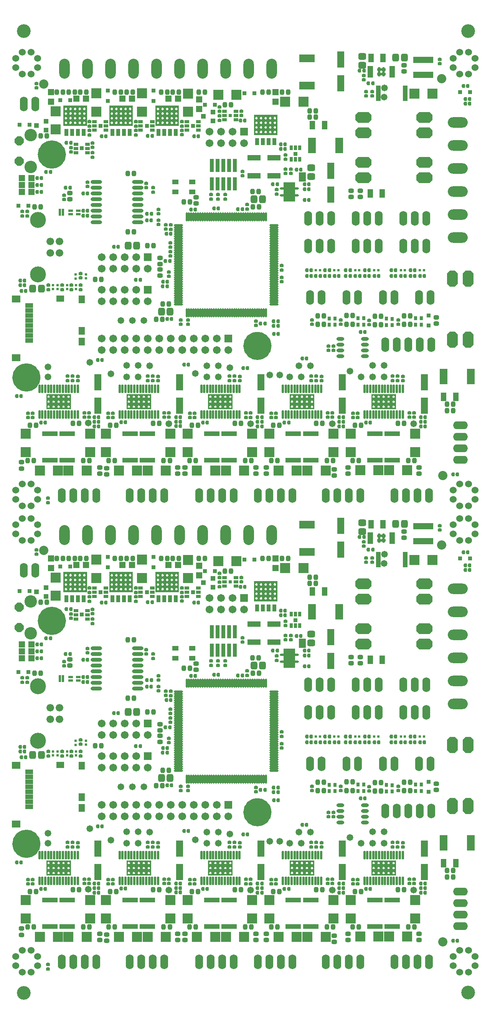
<source format=gts>
G04 Layer_Color=8388736*
%FSLAX24Y24*%
%MOIN*%
G70*
G01*
G75*
%ADD46C,0.0600*%
%ADD92C,0.0580*%
%ADD190C,0.1220*%
%ADD191R,0.1040X0.1680*%
G04:AMPARAMS|DCode=192|XSize=118.7mil|YSize=118.7mil|CornerRadius=59.4mil|HoleSize=0mil|Usage=FLASHONLY|Rotation=90.000|XOffset=0mil|YOffset=0mil|HoleType=Round|Shape=RoundedRectangle|*
%AMROUNDEDRECTD192*
21,1,0.1187,0.0000,0,0,90.0*
21,1,0.0000,0.1187,0,0,90.0*
1,1,0.1187,0.0000,0.0000*
1,1,0.1187,0.0000,0.0000*
1,1,0.1187,0.0000,0.0000*
1,1,0.1187,0.0000,0.0000*
%
%ADD192ROUNDEDRECTD192*%
%ADD193R,0.0887X0.0887*%
%ADD194O,0.0395X0.0190*%
%ADD195O,0.0190X0.0395*%
%ADD196R,0.0237X0.0198*%
G04:AMPARAMS|DCode=197|XSize=30mil|YSize=32mil|CornerRadius=8.4mil|HoleSize=0mil|Usage=FLASHONLY|Rotation=0.000|XOffset=0mil|YOffset=0mil|HoleType=Round|Shape=RoundedRectangle|*
%AMROUNDEDRECTD197*
21,1,0.0300,0.0152,0,0,0.0*
21,1,0.0132,0.0320,0,0,0.0*
1,1,0.0168,0.0066,-0.0076*
1,1,0.0168,-0.0066,-0.0076*
1,1,0.0168,-0.0066,0.0076*
1,1,0.0168,0.0066,0.0076*
%
%ADD197ROUNDEDRECTD197*%
%ADD198R,0.0320X0.0320*%
G04:AMPARAMS|DCode=199|XSize=37.1mil|YSize=47.4mil|CornerRadius=9.8mil|HoleSize=0mil|Usage=FLASHONLY|Rotation=0.000|XOffset=0mil|YOffset=0mil|HoleType=Round|Shape=RoundedRectangle|*
%AMROUNDEDRECTD199*
21,1,0.0371,0.0277,0,0,0.0*
21,1,0.0175,0.0474,0,0,0.0*
1,1,0.0197,0.0087,-0.0139*
1,1,0.0197,-0.0087,-0.0139*
1,1,0.0197,-0.0087,0.0139*
1,1,0.0197,0.0087,0.0139*
%
%ADD199ROUNDEDRECTD199*%
G04:AMPARAMS|DCode=200|XSize=37.1mil|YSize=47.4mil|CornerRadius=9.8mil|HoleSize=0mil|Usage=FLASHONLY|Rotation=270.000|XOffset=0mil|YOffset=0mil|HoleType=Round|Shape=RoundedRectangle|*
%AMROUNDEDRECTD200*
21,1,0.0371,0.0277,0,0,270.0*
21,1,0.0175,0.0474,0,0,270.0*
1,1,0.0197,-0.0139,-0.0087*
1,1,0.0197,-0.0139,0.0087*
1,1,0.0197,0.0139,0.0087*
1,1,0.0197,0.0139,-0.0087*
%
%ADD200ROUNDEDRECTD200*%
G04:AMPARAMS|DCode=201|XSize=30mil|YSize=32mil|CornerRadius=8.4mil|HoleSize=0mil|Usage=FLASHONLY|Rotation=270.000|XOffset=0mil|YOffset=0mil|HoleType=Round|Shape=RoundedRectangle|*
%AMROUNDEDRECTD201*
21,1,0.0300,0.0152,0,0,270.0*
21,1,0.0132,0.0320,0,0,270.0*
1,1,0.0168,-0.0076,-0.0066*
1,1,0.0168,-0.0076,0.0066*
1,1,0.0168,0.0076,0.0066*
1,1,0.0168,0.0076,-0.0066*
%
%ADD201ROUNDEDRECTD201*%
%ADD202R,0.0208X0.0186*%
%ADD203R,0.0434X0.0237*%
%ADD204R,0.1182X0.0474*%
%ADD205R,0.0440X0.0400*%
%ADD206R,0.0320X0.0320*%
%ADD207R,0.0870X0.0870*%
%ADD208R,0.0870X0.0870*%
%ADD209R,0.0316X0.0415*%
%ADD210R,0.0415X0.0316*%
%ADD211R,0.0513X0.0749*%
G04:AMPARAMS|DCode=212|XSize=60mil|YSize=68mil|CornerRadius=17mil|HoleSize=0mil|Usage=FLASHONLY|Rotation=270.000|XOffset=0mil|YOffset=0mil|HoleType=Round|Shape=RoundedRectangle|*
%AMROUNDEDRECTD212*
21,1,0.0600,0.0340,0,0,270.0*
21,1,0.0260,0.0680,0,0,270.0*
1,1,0.0340,-0.0170,-0.0130*
1,1,0.0340,-0.0170,0.0130*
1,1,0.0340,0.0170,0.0130*
1,1,0.0340,0.0170,-0.0130*
%
%ADD212ROUNDEDRECTD212*%
%ADD213R,0.0631X0.1419*%
%ADD214R,0.0198X0.0237*%
%ADD215O,0.0218X0.0749*%
%ADD216R,0.0330X0.0330*%
%ADD217R,0.0671X0.0533*%
%ADD218R,0.0749X0.0631*%
%ADD219R,0.0533X0.0671*%
%ADD220R,0.0671X0.0395*%
G04:AMPARAMS|DCode=221|XSize=60mil|YSize=68mil|CornerRadius=17mil|HoleSize=0mil|Usage=FLASHONLY|Rotation=0.000|XOffset=0mil|YOffset=0mil|HoleType=Round|Shape=RoundedRectangle|*
%AMROUNDEDRECTD221*
21,1,0.0600,0.0340,0,0,0.0*
21,1,0.0260,0.0680,0,0,0.0*
1,1,0.0340,0.0130,-0.0170*
1,1,0.0340,-0.0130,-0.0170*
1,1,0.0340,-0.0130,0.0170*
1,1,0.0340,0.0130,0.0170*
%
%ADD221ROUNDEDRECTD221*%
%ADD222R,0.0560X0.0560*%
%ADD223R,0.0560X0.0560*%
%ADD224R,0.1340X0.0710*%
%ADD225R,0.0710X0.1340*%
%ADD226R,0.0280X0.0360*%
G04:AMPARAMS|DCode=227|XSize=80mil|YSize=80mil|CornerRadius=40mil|HoleSize=0mil|Usage=FLASHONLY|Rotation=0.000|XOffset=0mil|YOffset=0mil|HoleType=Round|Shape=RoundedRectangle|*
%AMROUNDEDRECTD227*
21,1,0.0800,0.0000,0,0,0.0*
21,1,0.0000,0.0800,0,0,0.0*
1,1,0.0800,0.0000,0.0000*
1,1,0.0800,0.0000,0.0000*
1,1,0.0800,0.0000,0.0000*
1,1,0.0800,0.0000,0.0000*
%
%ADD227ROUNDEDRECTD227*%
G04:AMPARAMS|DCode=228|XSize=80mil|YSize=80mil|CornerRadius=40mil|HoleSize=0mil|Usage=FLASHONLY|Rotation=90.000|XOffset=0mil|YOffset=0mil|HoleType=Round|Shape=RoundedRectangle|*
%AMROUNDEDRECTD228*
21,1,0.0800,0.0000,0,0,90.0*
21,1,0.0000,0.0800,0,0,90.0*
1,1,0.0800,0.0000,0.0000*
1,1,0.0800,0.0000,0.0000*
1,1,0.0800,0.0000,0.0000*
1,1,0.0800,0.0000,0.0000*
%
%ADD228ROUNDEDRECTD228*%
%ADD229R,0.0375X0.1182*%
%ADD230R,0.1753X0.0545*%
%ADD231R,0.0360X0.0640*%
%ADD232R,0.1379X0.0434*%
%ADD233R,0.0434X0.1379*%
%ADD234O,0.0789X0.0198*%
%ADD235O,0.0198X0.0789*%
%ADD236R,0.0482X0.0198*%
%ADD237O,0.0986X0.0316*%
%ADD238O,0.0671X0.0316*%
%ADD239R,0.0552X0.0434*%
%ADD240R,0.0213X0.0260*%
%ADD241R,0.0606X0.0252*%
%ADD242R,0.0330X0.0330*%
%ADD243R,0.0270X0.0270*%
%ADD244O,0.0905X0.1730*%
%ADD245C,0.0671*%
%ADD246R,0.0671X0.0671*%
%ADD247O,0.0680X0.1280*%
G04:AMPARAMS|DCode=248|XSize=141mil|YSize=91mil|CornerRadius=0mil|HoleSize=0mil|Usage=FLASHONLY|Rotation=180.000|XOffset=0mil|YOffset=0mil|HoleType=Round|Shape=Octagon|*
%AMOCTAGOND248*
4,1,8,-0.0705,0.0228,-0.0705,-0.0228,-0.0478,-0.0455,0.0478,-0.0455,0.0705,-0.0228,0.0705,0.0228,0.0478,0.0455,-0.0478,0.0455,-0.0705,0.0228,0.0*
%
%ADD248OCTAGOND248*%

G04:AMPARAMS|DCode=249|XSize=141mil|YSize=91mil|CornerRadius=0mil|HoleSize=0mil|Usage=FLASHONLY|Rotation=270.000|XOffset=0mil|YOffset=0mil|HoleType=Round|Shape=Octagon|*
%AMOCTAGOND249*
4,1,8,-0.0228,-0.0705,0.0228,-0.0705,0.0455,-0.0478,0.0455,0.0478,0.0228,0.0705,-0.0228,0.0705,-0.0455,0.0478,-0.0455,-0.0478,-0.0228,-0.0705,0.0*
%
%ADD249OCTAGOND249*%

%ADD250C,0.1385*%
%ADD251C,0.0660*%
%ADD252C,0.1080*%
%ADD253P,0.0844X8X292.5*%
%ADD254O,0.1730X0.0905*%
%ADD255O,0.1280X0.0680*%
G36*
X25850Y36765D02*
Y36371D01*
Y35967D01*
Y35574D01*
Y35298D01*
X23802D01*
Y35574D01*
Y35967D01*
Y36371D01*
Y36775D01*
Y37060D01*
X25850D01*
Y36765D01*
D02*
G37*
G36*
X36137Y12584D02*
Y12367D01*
Y12150D01*
Y11934D01*
Y11717D01*
Y11501D01*
X34002D01*
Y11717D01*
Y11934D01*
Y12150D01*
Y12367D01*
Y12584D01*
Y12585D01*
Y12801D01*
X36137D01*
Y12584D01*
D02*
G37*
G36*
X13285Y37565D02*
Y37171D01*
Y36767D01*
Y36374D01*
Y36098D01*
X11237D01*
Y36374D01*
Y36767D01*
Y37171D01*
Y37575D01*
Y37860D01*
X13285D01*
Y37565D01*
D02*
G37*
G36*
X17295D02*
Y37171D01*
Y36767D01*
Y36374D01*
Y36098D01*
X15247D01*
Y36374D01*
Y36767D01*
Y37171D01*
Y37575D01*
Y37860D01*
X17295D01*
Y37565D01*
D02*
G37*
G36*
X9300D02*
Y37171D01*
Y36767D01*
Y36374D01*
Y36098D01*
X7252D01*
Y36374D01*
Y36767D01*
Y37171D01*
Y37575D01*
Y37860D01*
X9300D01*
Y37565D01*
D02*
G37*
G36*
X7903Y12584D02*
Y12367D01*
Y12150D01*
Y11934D01*
Y11717D01*
Y11501D01*
X5768D01*
Y11717D01*
Y11934D01*
Y12150D01*
Y12367D01*
Y12584D01*
Y12585D01*
Y12801D01*
X7903D01*
Y12584D01*
D02*
G37*
G36*
X35160Y41189D02*
X35161Y41174D01*
X35173Y41145D01*
X35195Y41124D01*
X35223Y41112D01*
X35238Y41110D01*
Y40904D01*
X35225Y40902D01*
X35200Y40892D01*
X35181Y40873D01*
X35171Y40848D01*
X35169Y40835D01*
Y40795D01*
X35160D01*
Y40786D01*
X35161Y40770D01*
X35173Y40742D01*
X35195Y40720D01*
X35223Y40708D01*
X35238Y40707D01*
Y40510D01*
X35223Y40508D01*
X35195Y40497D01*
X35173Y40475D01*
X35161Y40447D01*
X35160Y40431D01*
Y40412D01*
X34982D01*
X34981Y40431D01*
X34966Y40466D01*
X34939Y40493D01*
X34903Y40508D01*
X34884Y40510D01*
X34864D01*
X34845Y40508D01*
X34810Y40493D01*
X34782Y40466D01*
X34768Y40431D01*
X34766Y40412D01*
X34589D01*
Y40421D01*
X34587Y40437D01*
X34575Y40465D01*
X34554Y40487D01*
X34525Y40499D01*
X34510Y40500D01*
Y40707D01*
X34523Y40708D01*
X34548Y40718D01*
X34567Y40737D01*
X34578Y40762D01*
X34579Y40776D01*
Y40815D01*
X34589D01*
Y40825D01*
X34587Y40840D01*
X34575Y40869D01*
X34554Y40890D01*
X34525Y40902D01*
X34510Y40904D01*
Y41101D01*
X34525Y41102D01*
X34554Y41114D01*
X34575Y41136D01*
X34587Y41164D01*
X34589Y41179D01*
Y41199D01*
X34766D01*
X34768Y41180D01*
X34782Y41144D01*
X34810Y41117D01*
X34845Y41102D01*
X34864Y41101D01*
X34884D01*
X34903Y41102D01*
X34939Y41117D01*
X34966Y41144D01*
X34981Y41180D01*
X34982Y41199D01*
X35160D01*
Y41189D01*
D02*
G37*
G36*
X14872Y12584D02*
Y12367D01*
Y12150D01*
Y11934D01*
Y11717D01*
Y11501D01*
X12737D01*
Y11717D01*
Y11934D01*
Y12150D01*
Y12367D01*
Y12584D01*
Y12585D01*
Y12801D01*
X14872D01*
Y12584D01*
D02*
G37*
G36*
X29049D02*
Y12367D01*
Y12150D01*
Y11934D01*
Y11717D01*
Y11501D01*
X26914D01*
Y11717D01*
Y11934D01*
Y12150D01*
Y12367D01*
Y12584D01*
Y12585D01*
Y12801D01*
X29049D01*
Y12584D01*
D02*
G37*
G36*
X21963D02*
Y12367D01*
Y12150D01*
Y11934D01*
Y11717D01*
Y11501D01*
X19828D01*
Y11717D01*
Y11934D01*
Y12150D01*
Y12367D01*
Y12584D01*
Y12585D01*
Y12801D01*
X21963D01*
Y12584D01*
D02*
G37*
%LPC*%
G36*
X25623Y35682D02*
X25604Y35680D01*
X25569Y35665D01*
X25541Y35638D01*
X25527Y35603D01*
X25525Y35584D01*
Y35584D01*
X25526Y35565D01*
X25527Y35545D01*
X25542Y35510D01*
X25569Y35483D01*
X25605Y35468D01*
X25624Y35466D01*
X25625Y35473D01*
X25647Y35475D01*
X25686Y35491D01*
X25715Y35521D01*
X25732Y35560D01*
X25733Y35574D01*
X25722D01*
Y35584D01*
X25720Y35603D01*
X25705Y35638D01*
X25678Y35665D01*
X25642Y35680D01*
X25623Y35682D01*
D02*
G37*
G36*
X24826D02*
X24807Y35680D01*
X24771Y35665D01*
X24744Y35638D01*
X24729Y35603D01*
X24728Y35584D01*
Y35574D01*
Y35564D01*
X24729Y35547D01*
X24742Y35515D01*
X24767Y35490D01*
X24799Y35477D01*
X24816Y35475D01*
X24826D01*
X24847Y35477D01*
X24886Y35494D01*
X24916Y35523D01*
X24932Y35563D01*
X24933Y35574D01*
X24924D01*
Y35584D01*
X24923Y35603D01*
X24908Y35638D01*
X24881Y35665D01*
X24845Y35680D01*
X24826Y35682D01*
D02*
G37*
G36*
X25230D02*
X25210Y35680D01*
X25175Y35665D01*
X25148Y35638D01*
X25133Y35603D01*
X25131Y35584D01*
Y35574D01*
X25121D01*
Y35574D01*
X25123Y35553D01*
X25140Y35514D01*
X25169Y35484D01*
X25208Y35468D01*
X25230Y35466D01*
X25249Y35467D01*
X25284Y35482D01*
X25311Y35509D01*
X25326Y35545D01*
X25328Y35564D01*
Y35574D01*
Y35584D01*
X25326Y35603D01*
X25311Y35638D01*
X25284Y35665D01*
X25249Y35680D01*
X25230Y35682D01*
D02*
G37*
G36*
X24029D02*
X24010Y35680D01*
X23974Y35665D01*
X23947Y35638D01*
X23932Y35603D01*
X23930Y35584D01*
Y35574D01*
X23920D01*
Y35574D01*
X23923Y35553D01*
X23939Y35514D01*
X23969Y35484D01*
X24008Y35468D01*
X24029Y35466D01*
X24050Y35468D01*
X24089Y35484D01*
X24119Y35514D01*
X24135Y35553D01*
X24137Y35574D01*
Y35574D01*
X24117D01*
Y35593D01*
X24116Y35611D01*
X24102Y35643D01*
X24078Y35667D01*
X24046Y35680D01*
X24029Y35682D01*
D02*
G37*
G36*
X24432Y35692D02*
X24411Y35690D01*
X24372Y35674D01*
X24342Y35644D01*
X24326Y35605D01*
X24324Y35584D01*
Y35574D01*
Y35564D01*
X24326Y35545D01*
X24341Y35509D01*
X24368Y35482D01*
X24403Y35467D01*
X24422Y35466D01*
X24444Y35468D01*
X24483Y35484D01*
X24512Y35514D01*
X24529Y35553D01*
X24531Y35574D01*
Y35574D01*
X24521D01*
Y35603D01*
X24519Y35621D01*
X24506Y35653D01*
X24481Y35677D01*
X24450Y35690D01*
X24432Y35692D01*
D02*
G37*
G36*
X25230Y36076D02*
X25210Y36074D01*
X25175Y36059D01*
X25148Y36032D01*
X25133Y35997D01*
X25131Y35977D01*
Y35967D01*
X25122D01*
X25123Y35958D01*
X25138Y35923D01*
X25165Y35896D01*
X25200Y35881D01*
X25220Y35879D01*
X25241Y35881D01*
X25281Y35897D01*
X25311Y35928D01*
X25328Y35968D01*
X25328Y35970D01*
Y35977D01*
X25326Y35997D01*
X25311Y36032D01*
X25284Y36059D01*
X25249Y36074D01*
X25230Y36076D01*
D02*
G37*
G36*
X25623D02*
X25604Y36074D01*
X25569Y36059D01*
X25541Y36032D01*
X25527Y35997D01*
X25525Y35977D01*
Y35967D01*
X25517D01*
X25517Y35966D01*
X25533Y35927D01*
X25563Y35897D01*
X25602Y35881D01*
X25623Y35879D01*
X25644Y35881D01*
X25682Y35897D01*
X25712Y35926D01*
X25727Y35964D01*
X25728Y35967D01*
X25722D01*
Y35977D01*
X25720Y35997D01*
X25705Y36032D01*
X25678Y36059D01*
X25642Y36074D01*
X25623Y36076D01*
D02*
G37*
G36*
X24826D02*
X24807Y36074D01*
X24771Y36059D01*
X24744Y36032D01*
X24729Y35997D01*
X24728Y35977D01*
Y35967D01*
X24722D01*
X24722Y35964D01*
X24738Y35926D01*
X24767Y35897D01*
X24805Y35881D01*
X24826Y35879D01*
X24846Y35881D01*
X24882Y35896D01*
X24909Y35923D01*
X24924Y35960D01*
X24925Y35967D01*
X24924D01*
Y35977D01*
X24923Y35997D01*
X24908Y36032D01*
X24881Y36059D01*
X24845Y36074D01*
X24826Y36076D01*
D02*
G37*
G36*
X24029D02*
X24010Y36074D01*
X23974Y36059D01*
X23947Y36032D01*
X23932Y35997D01*
X23930Y35977D01*
Y35967D01*
X23922D01*
X23922Y35966D01*
X23939Y35927D01*
X23969Y35897D01*
X24008Y35881D01*
X24029Y35879D01*
X24048Y35881D01*
X24084Y35896D01*
X24112Y35923D01*
X24126Y35959D01*
X24127Y35967D01*
X24117D01*
Y35987D01*
X24116Y36004D01*
X24102Y36036D01*
X24078Y36061D01*
X24046Y36074D01*
X24029Y36076D01*
D02*
G37*
G36*
X24432Y36086D02*
X24411Y36084D01*
X24372Y36067D01*
X24342Y36037D01*
X24326Y35998D01*
X24324Y35977D01*
X24326Y35958D01*
X24341Y35923D01*
X24368Y35896D01*
X24403Y35881D01*
X24422Y35879D01*
X24443Y35881D01*
X24481Y35897D01*
X24511Y35926D01*
X24527Y35964D01*
X24527Y35967D01*
X24521D01*
Y35997D01*
X24519Y36014D01*
X24506Y36046D01*
X24481Y36071D01*
X24450Y36084D01*
X24432Y36086D01*
D02*
G37*
G36*
X25230Y36893D02*
X25208Y36891D01*
X25169Y36874D01*
X25140Y36845D01*
X25123Y36806D01*
X25121Y36784D01*
Y36775D01*
X25123Y36755D01*
X25138Y36720D01*
X25165Y36693D01*
X25200Y36678D01*
X25220Y36676D01*
X25241Y36678D01*
X25281Y36695D01*
X25311Y36725D01*
X25328Y36765D01*
X25328Y36767D01*
Y36794D01*
X25326Y36813D01*
X25311Y36849D01*
X25284Y36876D01*
X25249Y36891D01*
X25230Y36893D01*
D02*
G37*
G36*
X25623D02*
X25602Y36891D01*
X25563Y36874D01*
X25533Y36845D01*
X25517Y36806D01*
X25515Y36784D01*
X25517Y36763D01*
X25533Y36724D01*
X25563Y36694D01*
X25602Y36678D01*
X25623Y36676D01*
X25644Y36678D01*
X25682Y36694D01*
X25712Y36723D01*
X25727Y36762D01*
X25729Y36782D01*
Y36806D01*
X25729Y36806D01*
X25713Y36845D01*
X25683Y36874D01*
X25644Y36891D01*
X25623Y36893D01*
D02*
G37*
G36*
X24836Y36883D02*
X24826D01*
X24805Y36881D01*
X24766Y36865D01*
X24736Y36835D01*
X24720Y36796D01*
Y36782D01*
X24722Y36762D01*
X24738Y36723D01*
X24767Y36694D01*
X24805Y36678D01*
X24826Y36676D01*
X24846Y36678D01*
X24882Y36693D01*
X24909Y36721D01*
X24924Y36757D01*
X24925Y36765D01*
X24924D01*
Y36794D01*
X24923Y36812D01*
X24909Y36843D01*
X24885Y36868D01*
X24853Y36881D01*
X24836Y36883D01*
D02*
G37*
G36*
X24028Y36892D02*
X24027Y36885D01*
X24005Y36883D01*
X23966Y36867D01*
X23937Y36837D01*
X23920Y36798D01*
X23920D01*
Y36785D01*
X23922Y36763D01*
X23939Y36724D01*
X23969Y36694D01*
X24008Y36678D01*
X24029Y36676D01*
X24048Y36678D01*
X24084Y36693D01*
X24112Y36720D01*
X24126Y36756D01*
X24128Y36775D01*
X24127D01*
X24126Y36794D01*
X24125Y36813D01*
X24110Y36848D01*
X24083Y36875D01*
X24047Y36890D01*
X24028Y36892D01*
D02*
G37*
G36*
X24422Y36893D02*
X24403Y36891D01*
X24368Y36876D01*
X24341Y36849D01*
X24326Y36813D01*
X24324Y36794D01*
Y36786D01*
Y36784D01*
Y36775D01*
X24326Y36755D01*
X24341Y36720D01*
X24368Y36693D01*
X24403Y36678D01*
X24422Y36676D01*
X24443Y36678D01*
X24481Y36694D01*
X24511Y36723D01*
X24527Y36762D01*
X24529Y36782D01*
Y36806D01*
X24529Y36806D01*
X24512Y36845D01*
X24483Y36874D01*
X24444Y36891D01*
X24422Y36893D01*
D02*
G37*
G36*
X24432Y36489D02*
X24411Y36487D01*
X24372Y36471D01*
X24342Y36441D01*
X24326Y36402D01*
X24324Y36381D01*
Y36371D01*
X24326Y36352D01*
X24341Y36316D01*
X24368Y36289D01*
X24403Y36274D01*
X24422Y36273D01*
X24443Y36275D01*
X24481Y36291D01*
X24511Y36320D01*
X24527Y36358D01*
X24528Y36371D01*
X24521D01*
Y36401D01*
X24519Y36418D01*
X24506Y36450D01*
X24481Y36474D01*
X24450Y36487D01*
X24432Y36489D01*
D02*
G37*
G36*
X24826Y36479D02*
X24807Y36477D01*
X24771Y36463D01*
X24744Y36436D01*
X24729Y36400D01*
X24728Y36381D01*
Y36371D01*
X24721D01*
X24722Y36358D01*
X24738Y36320D01*
X24767Y36291D01*
X24805Y36275D01*
X24826Y36273D01*
X24846Y36275D01*
X24882Y36289D01*
X24909Y36317D01*
X24924Y36353D01*
X24926Y36371D01*
X24924D01*
Y36381D01*
X24923Y36400D01*
X24908Y36436D01*
X24881Y36463D01*
X24845Y36477D01*
X24826Y36479D01*
D02*
G37*
G36*
X24029D02*
X24010Y36477D01*
X23974Y36463D01*
X23947Y36436D01*
X23932Y36400D01*
X23930Y36381D01*
Y36371D01*
X23921D01*
X23922Y36360D01*
X23939Y36321D01*
X23969Y36291D01*
X24008Y36275D01*
X24029Y36273D01*
X24048Y36275D01*
X24084Y36289D01*
X24112Y36317D01*
X24126Y36353D01*
X24128Y36371D01*
X24117D01*
Y36391D01*
X24116Y36408D01*
X24102Y36440D01*
X24078Y36464D01*
X24046Y36478D01*
X24029Y36479D01*
D02*
G37*
G36*
X25230D02*
X25210Y36477D01*
X25175Y36463D01*
X25148Y36436D01*
X25133Y36400D01*
X25131Y36381D01*
Y36371D01*
X25121D01*
X25123Y36352D01*
X25138Y36316D01*
X25165Y36289D01*
X25200Y36274D01*
X25220Y36273D01*
X25241Y36275D01*
X25281Y36291D01*
X25311Y36322D01*
X25328Y36361D01*
X25329Y36371D01*
X25328D01*
Y36381D01*
X25326Y36400D01*
X25311Y36436D01*
X25284Y36463D01*
X25249Y36477D01*
X25230Y36479D01*
D02*
G37*
G36*
X25623D02*
X25604Y36477D01*
X25569Y36463D01*
X25541Y36436D01*
X25527Y36400D01*
X25525Y36381D01*
Y36371D01*
X25516D01*
X25517Y36360D01*
X25533Y36321D01*
X25563Y36291D01*
X25602Y36275D01*
X25623Y36273D01*
X25644Y36275D01*
X25682Y36291D01*
X25712Y36320D01*
X25727Y36358D01*
X25729Y36371D01*
X25722D01*
Y36381D01*
X25720Y36400D01*
X25705Y36436D01*
X25678Y36463D01*
X25642Y36477D01*
X25623Y36479D01*
D02*
G37*
G36*
X35937Y12250D02*
X35918Y12248D01*
X35883Y12233D01*
X35856Y12206D01*
X35841Y12170D01*
X35840Y12150D01*
X35832D01*
X35834Y12132D01*
X35849Y12094D01*
X35878Y12066D01*
X35915Y12051D01*
X35935Y12049D01*
X35935Y12049D01*
X35955Y12051D01*
X35993Y12067D01*
X36021Y12097D01*
X36036Y12135D01*
X36037Y12155D01*
X36032Y12155D01*
X36032Y12155D01*
X36030Y12174D01*
X36016Y12208D01*
X35990Y12234D01*
X35956Y12249D01*
X35937Y12250D01*
D02*
G37*
G36*
X35070Y12686D02*
X35070Y12686D01*
X35050Y12684D01*
X35013Y12669D01*
X34986Y12640D01*
X34971Y12603D01*
X34970Y12584D01*
X34971Y12565D01*
X34986Y12528D01*
X35013Y12500D01*
X35050Y12484D01*
X35070Y12482D01*
X35090Y12484D01*
X35126Y12500D01*
X35154Y12528D01*
X35168Y12565D01*
X35170Y12584D01*
X35168Y12603D01*
X35154Y12640D01*
X35126Y12669D01*
X35090Y12684D01*
X35070Y12686D01*
D02*
G37*
G36*
X34637Y12250D02*
X34637Y12250D01*
X34618Y12249D01*
X34582Y12233D01*
X34555Y12206D01*
X34541Y12170D01*
X34540Y12150D01*
X34535D01*
X34537Y12135D01*
X34552Y12097D01*
X34581Y12068D01*
X34619Y12053D01*
X34640Y12052D01*
X34659Y12054D01*
X34695Y12069D01*
X34722Y12096D01*
X34736Y12132D01*
X34737Y12151D01*
X34736Y12170D01*
X34721Y12206D01*
X34693Y12234D01*
X34657Y12249D01*
X34637Y12250D01*
D02*
G37*
G36*
Y12684D02*
X34637Y12684D01*
X34618Y12682D01*
X34582Y12667D01*
X34555Y12639D01*
X34541Y12603D01*
X34540Y12584D01*
X34535D01*
X34537Y12568D01*
X34552Y12530D01*
X34581Y12501D01*
X34619Y12486D01*
X34640Y12485D01*
X34659Y12487D01*
X34695Y12502D01*
X34722Y12529D01*
X34736Y12565D01*
X34737Y12584D01*
X34736Y12603D01*
X34721Y12639D01*
X34693Y12667D01*
X34657Y12682D01*
X34637Y12684D01*
D02*
G37*
G36*
X35937Y12684D02*
X35918Y12681D01*
X35883Y12666D01*
X35856Y12639D01*
X35841Y12603D01*
X35840Y12584D01*
X35832D01*
X35834Y12565D01*
X35849Y12527D01*
X35878Y12499D01*
X35915Y12484D01*
X35935Y12482D01*
X35935Y12482D01*
X35955Y12484D01*
X35993Y12500D01*
X36021Y12530D01*
X36036Y12568D01*
X36037Y12588D01*
X36032Y12589D01*
X36032Y12589D01*
X36030Y12607D01*
X36016Y12641D01*
X35990Y12668D01*
X35956Y12682D01*
X35937Y12684D01*
D02*
G37*
G36*
X34205Y12686D02*
X34185Y12684D01*
X34148Y12669D01*
X34120Y12640D01*
X34104Y12604D01*
X34103Y12587D01*
X34104Y12569D01*
X34118Y12532D01*
X34146Y12503D01*
X34182Y12487D01*
X34202Y12485D01*
Y12485D01*
X34222Y12487D01*
X34258Y12503D01*
X34285Y12532D01*
X34299Y12569D01*
X34300Y12589D01*
X34307D01*
X34306Y12604D01*
X34290Y12641D01*
X34262Y12669D01*
X34225Y12684D01*
X34205Y12686D01*
D02*
G37*
G36*
X35500Y12684D02*
X35500Y12684D01*
X35480Y12682D01*
X35445Y12667D01*
X35418Y12639D01*
X35404Y12603D01*
X35402Y12584D01*
X35404Y12565D01*
X35419Y12529D01*
X35446Y12501D01*
X35483Y12486D01*
X35502Y12485D01*
X35502Y12485D01*
X35522Y12487D01*
X35557Y12502D01*
X35584Y12529D01*
X35598Y12565D01*
X35600Y12585D01*
X35605D01*
X35602Y12603D01*
X35586Y12640D01*
X35557Y12668D01*
X35520Y12682D01*
X35500Y12684D01*
D02*
G37*
G36*
Y12250D02*
X35500Y12250D01*
X35480Y12249D01*
X35445Y12234D01*
X35418Y12206D01*
X35404Y12170D01*
X35402Y12151D01*
X35404Y12132D01*
X35419Y12096D01*
X35446Y12068D01*
X35483Y12053D01*
X35502Y12052D01*
X35502Y12052D01*
X35522Y12054D01*
X35557Y12069D01*
X35584Y12096D01*
X35598Y12132D01*
X35600Y12152D01*
X35605D01*
X35602Y12170D01*
X35586Y12207D01*
X35557Y12235D01*
X35520Y12249D01*
X35500Y12250D01*
D02*
G37*
G36*
Y11817D02*
X35500Y11817D01*
X35480Y11815D01*
X35445Y11800D01*
X35418Y11773D01*
X35404Y11737D01*
X35402Y11718D01*
X35404Y11699D01*
X35419Y11663D01*
X35446Y11635D01*
X35483Y11620D01*
X35502Y11619D01*
X35502Y11619D01*
X35522Y11620D01*
X35557Y11635D01*
X35584Y11663D01*
X35598Y11699D01*
X35600Y11719D01*
X35605D01*
X35602Y11737D01*
X35586Y11774D01*
X35557Y11802D01*
X35520Y11816D01*
X35500Y11817D01*
D02*
G37*
G36*
X34205Y11820D02*
X34185Y11818D01*
X34148Y11803D01*
X34120Y11774D01*
X34104Y11737D01*
X34102Y11718D01*
X34104Y11699D01*
X34119Y11663D01*
X34147Y11635D01*
X34183Y11620D01*
X34202Y11619D01*
X34222Y11621D01*
X34258Y11637D01*
X34285Y11665D01*
X34299Y11703D01*
X34300Y11722D01*
X34307D01*
X34306Y11737D01*
X34290Y11775D01*
X34262Y11803D01*
X34225Y11818D01*
X34205Y11820D01*
D02*
G37*
G36*
X35070Y11820D02*
X35070Y11820D01*
X35050Y11818D01*
X35013Y11803D01*
X34986Y11774D01*
X34971Y11737D01*
X34970Y11718D01*
X34971Y11699D01*
X34986Y11662D01*
X35013Y11633D01*
X35050Y11618D01*
X35070Y11616D01*
X35090Y11618D01*
X35126Y11633D01*
X35154Y11662D01*
X35168Y11699D01*
X35170Y11718D01*
X35168Y11737D01*
X35154Y11774D01*
X35126Y11803D01*
X35090Y11818D01*
X35070Y11820D01*
D02*
G37*
G36*
X34205Y12253D02*
X34185Y12251D01*
X34148Y12236D01*
X34120Y12207D01*
X34104Y12170D01*
X34102Y12151D01*
X34104Y12132D01*
X34119Y12096D01*
X34147Y12068D01*
X34183Y12054D01*
X34202Y12052D01*
X34222Y12054D01*
X34258Y12070D01*
X34285Y12099D01*
X34299Y12136D01*
X34300Y12155D01*
X34307D01*
X34306Y12171D01*
X34290Y12208D01*
X34262Y12236D01*
X34225Y12251D01*
X34205Y12253D01*
D02*
G37*
G36*
X35070Y12253D02*
X35070Y12253D01*
X35050Y12251D01*
X35013Y12236D01*
X34986Y12207D01*
X34971Y12170D01*
X34970Y12151D01*
X34971Y12132D01*
X34986Y12095D01*
X35013Y12066D01*
X35050Y12051D01*
X35070Y12049D01*
X35090Y12051D01*
X35126Y12066D01*
X35154Y12095D01*
X35168Y12132D01*
X35170Y12151D01*
X35168Y12170D01*
X35154Y12207D01*
X35126Y12236D01*
X35090Y12251D01*
X35070Y12253D01*
D02*
G37*
G36*
X34637Y11817D02*
X34637Y11817D01*
X34618Y11815D01*
X34582Y11800D01*
X34555Y11773D01*
X34541Y11737D01*
X34540Y11717D01*
X34535D01*
X34537Y11702D01*
X34552Y11664D01*
X34581Y11635D01*
X34619Y11620D01*
X34640Y11619D01*
X34659Y11620D01*
X34695Y11635D01*
X34722Y11663D01*
X34736Y11699D01*
X34737Y11718D01*
X34736Y11737D01*
X34721Y11773D01*
X34693Y11801D01*
X34657Y11816D01*
X34637Y11817D01*
D02*
G37*
G36*
X35937Y11817D02*
X35918Y11815D01*
X35883Y11800D01*
X35856Y11772D01*
X35841Y11737D01*
X35840Y11717D01*
X35832D01*
X35834Y11698D01*
X35849Y11661D01*
X35878Y11633D01*
X35915Y11618D01*
X35935Y11616D01*
X35935Y11616D01*
X35955Y11618D01*
X35993Y11634D01*
X36021Y11664D01*
X36036Y11702D01*
X36037Y11722D01*
X36032Y11722D01*
X36032Y11722D01*
X36030Y11741D01*
X36016Y11775D01*
X35990Y11801D01*
X35956Y11816D01*
X35937Y11817D01*
D02*
G37*
G36*
X11464Y37279D02*
X11445Y37277D01*
X11409Y37263D01*
X11382Y37236D01*
X11367Y37200D01*
X11365Y37181D01*
Y37171D01*
X11356D01*
X11357Y37160D01*
X11374Y37121D01*
X11404Y37091D01*
X11443Y37075D01*
X11464Y37073D01*
X11483Y37075D01*
X11519Y37089D01*
X11547Y37117D01*
X11562Y37153D01*
X11563Y37171D01*
X11552D01*
Y37191D01*
X11551Y37208D01*
X11537Y37240D01*
X11513Y37264D01*
X11481Y37278D01*
X11464Y37279D01*
D02*
G37*
G36*
X13058D02*
X13039Y37277D01*
X13004Y37263D01*
X12976Y37236D01*
X12962Y37200D01*
X12960Y37181D01*
Y37171D01*
X12951D01*
X12952Y37160D01*
X12968Y37121D01*
X12998Y37091D01*
X13037Y37075D01*
X13058Y37073D01*
X13079Y37075D01*
X13117Y37091D01*
X13147Y37120D01*
X13162Y37158D01*
X13164Y37171D01*
X13157D01*
Y37181D01*
X13155Y37200D01*
X13140Y37236D01*
X13113Y37263D01*
X13077Y37277D01*
X13058Y37279D01*
D02*
G37*
G36*
X12665D02*
X12645Y37277D01*
X12610Y37263D01*
X12583Y37236D01*
X12568Y37200D01*
X12566Y37181D01*
Y37171D01*
X12556D01*
X12558Y37152D01*
X12573Y37116D01*
X12600Y37089D01*
X12636Y37074D01*
X12655Y37073D01*
X12676Y37075D01*
X12716Y37091D01*
X12746Y37122D01*
X12763Y37161D01*
X12764Y37171D01*
X12763D01*
Y37181D01*
X12761Y37200D01*
X12746Y37236D01*
X12719Y37263D01*
X12684Y37277D01*
X12665Y37279D01*
D02*
G37*
G36*
X11867Y37289D02*
X11846Y37287D01*
X11807Y37271D01*
X11777Y37241D01*
X11761Y37202D01*
X11759Y37181D01*
Y37171D01*
X11761Y37152D01*
X11776Y37116D01*
X11803Y37089D01*
X11838Y37074D01*
X11857Y37073D01*
X11878Y37075D01*
X11916Y37091D01*
X11946Y37120D01*
X11962Y37158D01*
X11963Y37171D01*
X11956D01*
Y37201D01*
X11954Y37218D01*
X11941Y37250D01*
X11917Y37274D01*
X11885Y37287D01*
X11867Y37289D01*
D02*
G37*
G36*
X12261Y37279D02*
X12242Y37277D01*
X12206Y37263D01*
X12179Y37236D01*
X12164Y37200D01*
X12163Y37181D01*
Y37171D01*
X12156D01*
X12157Y37158D01*
X12173Y37120D01*
X12202Y37091D01*
X12240Y37075D01*
X12261Y37073D01*
X12281Y37075D01*
X12317Y37089D01*
X12344Y37117D01*
X12359Y37153D01*
X12361Y37171D01*
X12359D01*
Y37181D01*
X12358Y37200D01*
X12343Y37236D01*
X12316Y37263D01*
X12280Y37277D01*
X12261Y37279D01*
D02*
G37*
G36*
X13058Y36876D02*
X13039Y36874D01*
X13004Y36859D01*
X12976Y36832D01*
X12962Y36797D01*
X12960Y36777D01*
Y36767D01*
X12952D01*
X12952Y36766D01*
X12968Y36727D01*
X12998Y36697D01*
X13037Y36681D01*
X13058Y36679D01*
X13079Y36681D01*
X13117Y36697D01*
X13147Y36726D01*
X13162Y36764D01*
X13163Y36767D01*
X13157D01*
Y36777D01*
X13155Y36797D01*
X13140Y36832D01*
X13113Y36859D01*
X13077Y36874D01*
X13058Y36876D01*
D02*
G37*
G36*
X12665D02*
X12645Y36874D01*
X12610Y36859D01*
X12583Y36832D01*
X12568Y36797D01*
X12566Y36777D01*
Y36767D01*
X12557D01*
X12558Y36758D01*
X12573Y36723D01*
X12600Y36695D01*
X12636Y36681D01*
X12655Y36679D01*
X12676Y36681D01*
X12716Y36697D01*
X12746Y36728D01*
X12763Y36768D01*
X12763Y36770D01*
Y36777D01*
X12761Y36797D01*
X12746Y36832D01*
X12719Y36859D01*
X12684Y36874D01*
X12665Y36876D01*
D02*
G37*
G36*
X11867Y36886D02*
X11846Y36884D01*
X11807Y36867D01*
X11777Y36837D01*
X11761Y36798D01*
X11759Y36777D01*
X11761Y36758D01*
X11776Y36723D01*
X11803Y36695D01*
X11838Y36681D01*
X11857Y36679D01*
X11878Y36681D01*
X11916Y36697D01*
X11946Y36726D01*
X11962Y36764D01*
X11962Y36767D01*
X11956D01*
Y36797D01*
X11954Y36814D01*
X11941Y36846D01*
X11917Y36871D01*
X11885Y36884D01*
X11867Y36886D01*
D02*
G37*
G36*
X12261Y36876D02*
X12242Y36874D01*
X12206Y36859D01*
X12179Y36832D01*
X12164Y36797D01*
X12163Y36777D01*
Y36767D01*
X12157D01*
X12157Y36764D01*
X12173Y36726D01*
X12202Y36697D01*
X12240Y36681D01*
X12261Y36679D01*
X12281Y36681D01*
X12317Y36696D01*
X12344Y36723D01*
X12359Y36760D01*
X12360Y36767D01*
X12359D01*
Y36777D01*
X12358Y36797D01*
X12343Y36832D01*
X12316Y36859D01*
X12280Y36874D01*
X12261Y36876D01*
D02*
G37*
G36*
X13058Y37693D02*
X13037Y37691D01*
X12998Y37674D01*
X12968Y37645D01*
X12952Y37606D01*
X12950Y37584D01*
X12952Y37563D01*
X12968Y37524D01*
X12998Y37494D01*
X13037Y37478D01*
X13058Y37476D01*
X13079Y37478D01*
X13117Y37494D01*
X13147Y37523D01*
X13162Y37562D01*
X13164Y37582D01*
Y37606D01*
X13164Y37606D01*
X13148Y37645D01*
X13118Y37674D01*
X13079Y37691D01*
X13058Y37693D01*
D02*
G37*
G36*
X12665D02*
X12643Y37691D01*
X12604Y37674D01*
X12575Y37645D01*
X12558Y37606D01*
X12556Y37584D01*
Y37575D01*
X12558Y37555D01*
X12573Y37520D01*
X12600Y37493D01*
X12636Y37478D01*
X12655Y37476D01*
X12676Y37478D01*
X12716Y37495D01*
X12746Y37525D01*
X12763Y37565D01*
X12763Y37567D01*
Y37594D01*
X12761Y37613D01*
X12746Y37649D01*
X12719Y37676D01*
X12684Y37691D01*
X12665Y37693D01*
D02*
G37*
G36*
X11857D02*
X11838Y37691D01*
X11803Y37676D01*
X11776Y37649D01*
X11761Y37613D01*
X11759Y37594D01*
Y37586D01*
Y37584D01*
Y37575D01*
X11761Y37555D01*
X11776Y37520D01*
X11803Y37493D01*
X11838Y37478D01*
X11857Y37476D01*
X11878Y37478D01*
X11916Y37494D01*
X11946Y37523D01*
X11962Y37562D01*
X11964Y37582D01*
Y37606D01*
X11964Y37606D01*
X11947Y37645D01*
X11918Y37674D01*
X11879Y37691D01*
X11857Y37693D01*
D02*
G37*
G36*
X12271Y37683D02*
X12261D01*
X12240Y37681D01*
X12201Y37665D01*
X12171Y37635D01*
X12155Y37596D01*
Y37582D01*
X12157Y37562D01*
X12173Y37523D01*
X12202Y37494D01*
X12240Y37478D01*
X12261Y37476D01*
X12281Y37478D01*
X12317Y37493D01*
X12344Y37521D01*
X12359Y37557D01*
X12360Y37565D01*
X12359D01*
Y37594D01*
X12358Y37612D01*
X12345Y37643D01*
X12320Y37668D01*
X12288Y37681D01*
X12271Y37683D01*
D02*
G37*
G36*
X11463Y37692D02*
X11462Y37685D01*
X11440Y37683D01*
X11401Y37667D01*
X11372Y37637D01*
X11355Y37598D01*
X11355D01*
Y37585D01*
X11357Y37563D01*
X11374Y37524D01*
X11404Y37494D01*
X11443Y37478D01*
X11464Y37476D01*
X11483Y37478D01*
X11519Y37493D01*
X11547Y37520D01*
X11562Y37556D01*
X11563Y37575D01*
X11562D01*
X11562Y37594D01*
X11560Y37613D01*
X11545Y37648D01*
X11518Y37675D01*
X11482Y37690D01*
X11463Y37692D01*
D02*
G37*
G36*
X11464Y36876D02*
X11445Y36874D01*
X11409Y36859D01*
X11382Y36832D01*
X11367Y36797D01*
X11365Y36777D01*
Y36767D01*
X11357D01*
X11357Y36766D01*
X11374Y36727D01*
X11404Y36697D01*
X11443Y36681D01*
X11464Y36679D01*
X11483Y36681D01*
X11519Y36696D01*
X11547Y36723D01*
X11562Y36759D01*
X11562Y36767D01*
X11552D01*
Y36787D01*
X11551Y36804D01*
X11537Y36836D01*
X11513Y36861D01*
X11481Y36874D01*
X11464Y36876D01*
D02*
G37*
G36*
Y36482D02*
X11445Y36480D01*
X11409Y36465D01*
X11382Y36438D01*
X11367Y36403D01*
X11365Y36384D01*
Y36374D01*
X11356D01*
Y36374D01*
X11358Y36353D01*
X11374Y36314D01*
X11404Y36284D01*
X11443Y36268D01*
X11464Y36266D01*
X11485Y36268D01*
X11524Y36284D01*
X11554Y36314D01*
X11570Y36353D01*
X11572Y36374D01*
Y36374D01*
X11552D01*
Y36393D01*
X11551Y36411D01*
X11537Y36443D01*
X11513Y36467D01*
X11481Y36480D01*
X11464Y36482D01*
D02*
G37*
G36*
X11867Y36492D02*
X11846Y36490D01*
X11807Y36474D01*
X11777Y36444D01*
X11761Y36405D01*
X11759Y36384D01*
Y36374D01*
Y36364D01*
X11761Y36345D01*
X11776Y36309D01*
X11803Y36282D01*
X11838Y36267D01*
X11857Y36266D01*
X11879Y36268D01*
X11918Y36284D01*
X11947Y36314D01*
X11964Y36353D01*
X11966Y36374D01*
Y36374D01*
X11956D01*
Y36403D01*
X11954Y36421D01*
X11941Y36453D01*
X11917Y36477D01*
X11885Y36490D01*
X11867Y36492D01*
D02*
G37*
G36*
X12665Y36482D02*
X12645Y36480D01*
X12610Y36465D01*
X12583Y36438D01*
X12568Y36403D01*
X12566Y36384D01*
Y36374D01*
X12556D01*
Y36374D01*
X12558Y36353D01*
X12575Y36314D01*
X12604Y36284D01*
X12643Y36268D01*
X12665Y36266D01*
X12684Y36267D01*
X12719Y36282D01*
X12746Y36309D01*
X12761Y36345D01*
X12763Y36364D01*
Y36374D01*
Y36384D01*
X12761Y36403D01*
X12746Y36438D01*
X12719Y36465D01*
X12684Y36480D01*
X12665Y36482D01*
D02*
G37*
G36*
X13058D02*
X13039Y36480D01*
X13004Y36465D01*
X12976Y36438D01*
X12962Y36403D01*
X12960Y36384D01*
Y36384D01*
X12961Y36365D01*
X12962Y36345D01*
X12977Y36310D01*
X13004Y36283D01*
X13040Y36268D01*
X13059Y36266D01*
X13060Y36273D01*
X13082Y36275D01*
X13121Y36291D01*
X13150Y36321D01*
X13167Y36360D01*
X13168Y36374D01*
X13157D01*
Y36384D01*
X13155Y36403D01*
X13140Y36438D01*
X13113Y36465D01*
X13077Y36480D01*
X13058Y36482D01*
D02*
G37*
G36*
X12261D02*
X12242Y36480D01*
X12206Y36465D01*
X12179Y36438D01*
X12164Y36403D01*
X12163Y36384D01*
Y36374D01*
Y36364D01*
X12164Y36347D01*
X12178Y36315D01*
X12202Y36290D01*
X12234Y36277D01*
X12251Y36275D01*
X12261D01*
X12282Y36277D01*
X12321Y36294D01*
X12351Y36323D01*
X12367Y36363D01*
X12368Y36374D01*
X12359D01*
Y36384D01*
X12358Y36403D01*
X12343Y36438D01*
X12316Y36465D01*
X12280Y36480D01*
X12261Y36482D01*
D02*
G37*
G36*
X15474Y37279D02*
X15455Y37277D01*
X15419Y37263D01*
X15392Y37236D01*
X15377Y37200D01*
X15375Y37181D01*
Y37171D01*
X15366D01*
X15367Y37160D01*
X15384Y37121D01*
X15414Y37091D01*
X15453Y37075D01*
X15474Y37073D01*
X15493Y37075D01*
X15529Y37089D01*
X15557Y37117D01*
X15572Y37153D01*
X15573Y37171D01*
X15562D01*
Y37191D01*
X15561Y37208D01*
X15547Y37240D01*
X15523Y37264D01*
X15491Y37278D01*
X15474Y37279D01*
D02*
G37*
G36*
Y36876D02*
X15455Y36874D01*
X15419Y36859D01*
X15392Y36832D01*
X15377Y36797D01*
X15375Y36777D01*
Y36767D01*
X15367D01*
X15367Y36766D01*
X15384Y36727D01*
X15414Y36697D01*
X15453Y36681D01*
X15474Y36679D01*
X15493Y36681D01*
X15529Y36696D01*
X15557Y36723D01*
X15572Y36759D01*
X15572Y36767D01*
X15562D01*
Y36787D01*
X15561Y36804D01*
X15547Y36836D01*
X15523Y36861D01*
X15491Y36874D01*
X15474Y36876D01*
D02*
G37*
G36*
X17068D02*
X17049Y36874D01*
X17014Y36859D01*
X16986Y36832D01*
X16972Y36797D01*
X16970Y36777D01*
Y36767D01*
X16962D01*
X16962Y36766D01*
X16978Y36727D01*
X17008Y36697D01*
X17047Y36681D01*
X17068Y36679D01*
X17089Y36681D01*
X17127Y36697D01*
X17157Y36726D01*
X17172Y36764D01*
X17173Y36767D01*
X17167D01*
Y36777D01*
X17165Y36797D01*
X17150Y36832D01*
X17123Y36859D01*
X17087Y36874D01*
X17068Y36876D01*
D02*
G37*
G36*
X16675D02*
X16655Y36874D01*
X16620Y36859D01*
X16593Y36832D01*
X16578Y36797D01*
X16576Y36777D01*
Y36767D01*
X16567D01*
X16568Y36758D01*
X16583Y36723D01*
X16610Y36695D01*
X16646Y36681D01*
X16665Y36679D01*
X16686Y36681D01*
X16726Y36697D01*
X16756Y36728D01*
X16773Y36768D01*
X16773Y36770D01*
Y36777D01*
X16771Y36797D01*
X16756Y36832D01*
X16729Y36859D01*
X16694Y36874D01*
X16675Y36876D01*
D02*
G37*
G36*
X15877Y36886D02*
X15856Y36884D01*
X15817Y36867D01*
X15787Y36837D01*
X15771Y36798D01*
X15769Y36777D01*
X15771Y36758D01*
X15786Y36723D01*
X15813Y36695D01*
X15848Y36681D01*
X15867Y36679D01*
X15888Y36681D01*
X15926Y36697D01*
X15956Y36726D01*
X15972Y36764D01*
X15972Y36767D01*
X15966D01*
Y36797D01*
X15964Y36814D01*
X15951Y36846D01*
X15927Y36871D01*
X15895Y36884D01*
X15877Y36886D01*
D02*
G37*
G36*
X16271Y36876D02*
X16252Y36874D01*
X16216Y36859D01*
X16189Y36832D01*
X16174Y36797D01*
X16173Y36777D01*
Y36767D01*
X16167D01*
X16167Y36764D01*
X16183Y36726D01*
X16212Y36697D01*
X16250Y36681D01*
X16271Y36679D01*
X16291Y36681D01*
X16327Y36696D01*
X16354Y36723D01*
X16369Y36760D01*
X16370Y36767D01*
X16369D01*
Y36777D01*
X16368Y36797D01*
X16353Y36832D01*
X16326Y36859D01*
X16290Y36874D01*
X16271Y36876D01*
D02*
G37*
G36*
X15473Y37692D02*
X15472Y37685D01*
X15450Y37683D01*
X15411Y37667D01*
X15382Y37637D01*
X15365Y37598D01*
X15365D01*
Y37585D01*
X15367Y37563D01*
X15384Y37524D01*
X15414Y37494D01*
X15453Y37478D01*
X15474Y37476D01*
X15493Y37478D01*
X15529Y37493D01*
X15557Y37520D01*
X15572Y37556D01*
X15573Y37575D01*
X15572D01*
X15572Y37594D01*
X15570Y37613D01*
X15555Y37648D01*
X15528Y37675D01*
X15492Y37690D01*
X15473Y37692D01*
D02*
G37*
G36*
X17068Y37693D02*
X17047Y37691D01*
X17008Y37674D01*
X16978Y37645D01*
X16962Y37606D01*
X16960Y37584D01*
X16962Y37563D01*
X16978Y37524D01*
X17008Y37494D01*
X17047Y37478D01*
X17068Y37476D01*
X17089Y37478D01*
X17127Y37494D01*
X17157Y37523D01*
X17172Y37562D01*
X17174Y37582D01*
Y37606D01*
X17174Y37606D01*
X17158Y37645D01*
X17128Y37674D01*
X17089Y37691D01*
X17068Y37693D01*
D02*
G37*
G36*
X16675D02*
X16653Y37691D01*
X16614Y37674D01*
X16585Y37645D01*
X16568Y37606D01*
X16566Y37584D01*
Y37575D01*
X16568Y37555D01*
X16583Y37520D01*
X16610Y37493D01*
X16646Y37478D01*
X16665Y37476D01*
X16686Y37478D01*
X16726Y37495D01*
X16756Y37525D01*
X16773Y37565D01*
X16773Y37567D01*
Y37594D01*
X16771Y37613D01*
X16756Y37649D01*
X16729Y37676D01*
X16694Y37691D01*
X16675Y37693D01*
D02*
G37*
G36*
X15867D02*
X15848Y37691D01*
X15813Y37676D01*
X15786Y37649D01*
X15771Y37613D01*
X15769Y37594D01*
Y37586D01*
Y37584D01*
Y37575D01*
X15771Y37555D01*
X15786Y37520D01*
X15813Y37493D01*
X15848Y37478D01*
X15867Y37476D01*
X15888Y37478D01*
X15926Y37494D01*
X15956Y37523D01*
X15972Y37562D01*
X15974Y37582D01*
Y37606D01*
X15974Y37606D01*
X15957Y37645D01*
X15928Y37674D01*
X15889Y37691D01*
X15867Y37693D01*
D02*
G37*
G36*
X16281Y37683D02*
X16271D01*
X16250Y37681D01*
X16211Y37665D01*
X16181Y37635D01*
X16165Y37596D01*
Y37582D01*
X16167Y37562D01*
X16183Y37523D01*
X16212Y37494D01*
X16250Y37478D01*
X16271Y37476D01*
X16291Y37478D01*
X16327Y37493D01*
X16354Y37521D01*
X16369Y37557D01*
X16370Y37565D01*
X16369D01*
Y37594D01*
X16368Y37612D01*
X16355Y37643D01*
X16330Y37668D01*
X16298Y37681D01*
X16281Y37683D01*
D02*
G37*
G36*
X17068Y37279D02*
X17049Y37277D01*
X17014Y37263D01*
X16986Y37236D01*
X16972Y37200D01*
X16970Y37181D01*
Y37171D01*
X16961D01*
X16962Y37160D01*
X16978Y37121D01*
X17008Y37091D01*
X17047Y37075D01*
X17068Y37073D01*
X17089Y37075D01*
X17127Y37091D01*
X17157Y37120D01*
X17172Y37158D01*
X17174Y37171D01*
X17167D01*
Y37181D01*
X17165Y37200D01*
X17150Y37236D01*
X17123Y37263D01*
X17087Y37277D01*
X17068Y37279D01*
D02*
G37*
G36*
X16675D02*
X16655Y37277D01*
X16620Y37263D01*
X16593Y37236D01*
X16578Y37200D01*
X16576Y37181D01*
Y37171D01*
X16566D01*
X16568Y37152D01*
X16583Y37116D01*
X16610Y37089D01*
X16646Y37074D01*
X16665Y37073D01*
X16686Y37075D01*
X16726Y37091D01*
X16756Y37122D01*
X16773Y37161D01*
X16774Y37171D01*
X16773D01*
Y37181D01*
X16771Y37200D01*
X16756Y37236D01*
X16729Y37263D01*
X16694Y37277D01*
X16675Y37279D01*
D02*
G37*
G36*
X15877Y37289D02*
X15856Y37287D01*
X15817Y37271D01*
X15787Y37241D01*
X15771Y37202D01*
X15769Y37181D01*
Y37171D01*
X15771Y37152D01*
X15786Y37116D01*
X15813Y37089D01*
X15848Y37074D01*
X15867Y37073D01*
X15888Y37075D01*
X15926Y37091D01*
X15956Y37120D01*
X15972Y37158D01*
X15973Y37171D01*
X15966D01*
Y37201D01*
X15964Y37218D01*
X15951Y37250D01*
X15927Y37274D01*
X15895Y37287D01*
X15877Y37289D01*
D02*
G37*
G36*
X16271Y37279D02*
X16252Y37277D01*
X16216Y37263D01*
X16189Y37236D01*
X16174Y37200D01*
X16173Y37181D01*
Y37171D01*
X16166D01*
X16167Y37158D01*
X16183Y37120D01*
X16212Y37091D01*
X16250Y37075D01*
X16271Y37073D01*
X16291Y37075D01*
X16327Y37089D01*
X16354Y37117D01*
X16369Y37153D01*
X16371Y37171D01*
X16369D01*
Y37181D01*
X16368Y37200D01*
X16353Y37236D01*
X16326Y37263D01*
X16290Y37277D01*
X16271Y37279D01*
D02*
G37*
G36*
X16675Y36482D02*
X16655Y36480D01*
X16620Y36465D01*
X16593Y36438D01*
X16578Y36403D01*
X16576Y36384D01*
Y36374D01*
X16566D01*
Y36374D01*
X16568Y36353D01*
X16585Y36314D01*
X16614Y36284D01*
X16653Y36268D01*
X16675Y36266D01*
X16694Y36267D01*
X16729Y36282D01*
X16756Y36309D01*
X16771Y36345D01*
X16773Y36364D01*
Y36374D01*
Y36384D01*
X16771Y36403D01*
X16756Y36438D01*
X16729Y36465D01*
X16694Y36480D01*
X16675Y36482D01*
D02*
G37*
G36*
X15877Y36492D02*
X15856Y36490D01*
X15817Y36474D01*
X15787Y36444D01*
X15771Y36405D01*
X15769Y36384D01*
Y36374D01*
Y36364D01*
X15771Y36345D01*
X15786Y36309D01*
X15813Y36282D01*
X15848Y36267D01*
X15867Y36266D01*
X15889Y36268D01*
X15928Y36284D01*
X15957Y36314D01*
X15974Y36353D01*
X15976Y36374D01*
Y36374D01*
X15966D01*
Y36403D01*
X15964Y36421D01*
X15951Y36453D01*
X15927Y36477D01*
X15895Y36490D01*
X15877Y36492D01*
D02*
G37*
G36*
X15474Y36482D02*
X15455Y36480D01*
X15419Y36465D01*
X15392Y36438D01*
X15377Y36403D01*
X15375Y36384D01*
Y36374D01*
X15366D01*
Y36374D01*
X15368Y36353D01*
X15384Y36314D01*
X15414Y36284D01*
X15453Y36268D01*
X15474Y36266D01*
X15495Y36268D01*
X15534Y36284D01*
X15564Y36314D01*
X15580Y36353D01*
X15582Y36374D01*
Y36374D01*
X15562D01*
Y36393D01*
X15561Y36411D01*
X15547Y36443D01*
X15523Y36467D01*
X15491Y36480D01*
X15474Y36482D01*
D02*
G37*
G36*
X17068D02*
X17049Y36480D01*
X17014Y36465D01*
X16986Y36438D01*
X16972Y36403D01*
X16970Y36384D01*
Y36384D01*
X16971Y36365D01*
X16972Y36345D01*
X16987Y36310D01*
X17014Y36283D01*
X17050Y36268D01*
X17069Y36266D01*
X17070Y36273D01*
X17092Y36275D01*
X17131Y36291D01*
X17160Y36321D01*
X17177Y36360D01*
X17178Y36374D01*
X17167D01*
Y36384D01*
X17165Y36403D01*
X17150Y36438D01*
X17123Y36465D01*
X17087Y36480D01*
X17068Y36482D01*
D02*
G37*
G36*
X16271D02*
X16252Y36480D01*
X16216Y36465D01*
X16189Y36438D01*
X16174Y36403D01*
X16173Y36384D01*
Y36374D01*
Y36364D01*
X16174Y36347D01*
X16188Y36315D01*
X16212Y36290D01*
X16244Y36277D01*
X16261Y36275D01*
X16271D01*
X16292Y36277D01*
X16331Y36294D01*
X16361Y36323D01*
X16377Y36363D01*
X16378Y36374D01*
X16369D01*
Y36384D01*
X16368Y36403D01*
X16353Y36438D01*
X16326Y36465D01*
X16290Y36480D01*
X16271Y36482D01*
D02*
G37*
G36*
X9073Y37279D02*
X9054Y37277D01*
X9019Y37263D01*
X8991Y37236D01*
X8977Y37200D01*
X8975Y37181D01*
Y37171D01*
X8966D01*
X8967Y37160D01*
X8983Y37121D01*
X9013Y37091D01*
X9052Y37075D01*
X9073Y37073D01*
X9094Y37075D01*
X9132Y37091D01*
X9162Y37120D01*
X9177Y37158D01*
X9179Y37171D01*
X9172D01*
Y37181D01*
X9170Y37200D01*
X9155Y37236D01*
X9128Y37263D01*
X9092Y37277D01*
X9073Y37279D01*
D02*
G37*
G36*
X8680D02*
X8660Y37277D01*
X8625Y37263D01*
X8598Y37236D01*
X8583Y37200D01*
X8581Y37181D01*
Y37171D01*
X8571D01*
X8573Y37152D01*
X8588Y37116D01*
X8615Y37089D01*
X8650Y37074D01*
X8670Y37073D01*
X8691Y37075D01*
X8731Y37091D01*
X8761Y37122D01*
X8778Y37161D01*
X8779Y37171D01*
X8778D01*
Y37181D01*
X8776Y37200D01*
X8761Y37236D01*
X8734Y37263D01*
X8699Y37277D01*
X8680Y37279D01*
D02*
G37*
G36*
X7882Y37289D02*
X7861Y37287D01*
X7822Y37271D01*
X7792Y37241D01*
X7776Y37202D01*
X7774Y37181D01*
Y37171D01*
X7776Y37152D01*
X7791Y37116D01*
X7818Y37089D01*
X7853Y37074D01*
X7872Y37073D01*
X7893Y37075D01*
X7931Y37091D01*
X7961Y37120D01*
X7977Y37158D01*
X7978Y37171D01*
X7971D01*
Y37201D01*
X7969Y37218D01*
X7956Y37250D01*
X7932Y37274D01*
X7900Y37287D01*
X7882Y37289D01*
D02*
G37*
G36*
X8276Y37279D02*
X8257Y37277D01*
X8221Y37263D01*
X8194Y37236D01*
X8179Y37200D01*
X8178Y37181D01*
Y37171D01*
X8171D01*
X8172Y37158D01*
X8188Y37120D01*
X8217Y37091D01*
X8255Y37075D01*
X8276Y37073D01*
X8296Y37075D01*
X8332Y37089D01*
X8359Y37117D01*
X8374Y37153D01*
X8376Y37171D01*
X8374D01*
Y37181D01*
X8373Y37200D01*
X8358Y37236D01*
X8331Y37263D01*
X8295Y37277D01*
X8276Y37279D01*
D02*
G37*
G36*
X7479D02*
X7460Y37277D01*
X7424Y37263D01*
X7397Y37236D01*
X7382Y37200D01*
X7380Y37181D01*
Y37171D01*
X7371D01*
X7372Y37160D01*
X7389Y37121D01*
X7419Y37091D01*
X7458Y37075D01*
X7479Y37073D01*
X7498Y37075D01*
X7534Y37089D01*
X7562Y37117D01*
X7576Y37153D01*
X7578Y37171D01*
X7567D01*
Y37191D01*
X7566Y37208D01*
X7552Y37240D01*
X7528Y37264D01*
X7496Y37278D01*
X7479Y37279D01*
D02*
G37*
G36*
X7478Y37692D02*
X7477Y37685D01*
X7455Y37683D01*
X7416Y37667D01*
X7387Y37637D01*
X7370Y37598D01*
X7370D01*
Y37585D01*
X7372Y37563D01*
X7389Y37524D01*
X7419Y37494D01*
X7458Y37478D01*
X7479Y37476D01*
X7498Y37478D01*
X7534Y37493D01*
X7562Y37520D01*
X7576Y37556D01*
X7578Y37575D01*
X7577D01*
X7576Y37594D01*
X7575Y37613D01*
X7560Y37648D01*
X7533Y37675D01*
X7497Y37690D01*
X7478Y37692D01*
D02*
G37*
G36*
X9073Y37693D02*
X9052Y37691D01*
X9013Y37674D01*
X8983Y37645D01*
X8967Y37606D01*
X8965Y37584D01*
X8967Y37563D01*
X8983Y37524D01*
X9013Y37494D01*
X9052Y37478D01*
X9073Y37476D01*
X9094Y37478D01*
X9132Y37494D01*
X9162Y37523D01*
X9177Y37562D01*
X9179Y37582D01*
Y37606D01*
X9179Y37606D01*
X9163Y37645D01*
X9133Y37674D01*
X9094Y37691D01*
X9073Y37693D01*
D02*
G37*
G36*
X8680D02*
X8658Y37691D01*
X8619Y37674D01*
X8590Y37645D01*
X8573Y37606D01*
X8571Y37584D01*
Y37575D01*
X8573Y37555D01*
X8588Y37520D01*
X8615Y37493D01*
X8650Y37478D01*
X8670Y37476D01*
X8691Y37478D01*
X8731Y37495D01*
X8761Y37525D01*
X8778Y37565D01*
X8778Y37567D01*
Y37594D01*
X8776Y37613D01*
X8761Y37649D01*
X8734Y37676D01*
X8699Y37691D01*
X8680Y37693D01*
D02*
G37*
G36*
X7872D02*
X7853Y37691D01*
X7818Y37676D01*
X7791Y37649D01*
X7776Y37613D01*
X7774Y37594D01*
Y37586D01*
Y37584D01*
Y37575D01*
X7776Y37555D01*
X7791Y37520D01*
X7818Y37493D01*
X7853Y37478D01*
X7872Y37476D01*
X7893Y37478D01*
X7931Y37494D01*
X7961Y37523D01*
X7977Y37562D01*
X7979Y37582D01*
Y37606D01*
X7979Y37606D01*
X7962Y37645D01*
X7933Y37674D01*
X7894Y37691D01*
X7872Y37693D01*
D02*
G37*
G36*
X8286Y37683D02*
X8276D01*
X8255Y37681D01*
X8216Y37665D01*
X8186Y37635D01*
X8170Y37596D01*
Y37582D01*
X8172Y37562D01*
X8188Y37523D01*
X8217Y37494D01*
X8255Y37478D01*
X8276Y37476D01*
X8296Y37478D01*
X8332Y37493D01*
X8359Y37521D01*
X8374Y37557D01*
X8375Y37565D01*
X8374D01*
Y37594D01*
X8373Y37612D01*
X8359Y37643D01*
X8335Y37668D01*
X8303Y37681D01*
X8286Y37683D01*
D02*
G37*
G36*
X8680Y36482D02*
X8660Y36480D01*
X8625Y36465D01*
X8598Y36438D01*
X8583Y36403D01*
X8581Y36384D01*
Y36374D01*
X8571D01*
Y36374D01*
X8573Y36353D01*
X8590Y36314D01*
X8619Y36284D01*
X8658Y36268D01*
X8680Y36266D01*
X8699Y36267D01*
X8734Y36282D01*
X8761Y36309D01*
X8776Y36345D01*
X8778Y36364D01*
Y36374D01*
Y36384D01*
X8776Y36403D01*
X8761Y36438D01*
X8734Y36465D01*
X8699Y36480D01*
X8680Y36482D01*
D02*
G37*
G36*
X7479D02*
X7460Y36480D01*
X7424Y36465D01*
X7397Y36438D01*
X7382Y36403D01*
X7380Y36384D01*
Y36374D01*
X7370D01*
Y36374D01*
X7373Y36353D01*
X7389Y36314D01*
X7419Y36284D01*
X7458Y36268D01*
X7479Y36266D01*
X7500Y36268D01*
X7539Y36284D01*
X7569Y36314D01*
X7585Y36353D01*
X7587Y36374D01*
Y36374D01*
X7567D01*
Y36393D01*
X7566Y36411D01*
X7552Y36443D01*
X7528Y36467D01*
X7496Y36480D01*
X7479Y36482D01*
D02*
G37*
G36*
X7882Y36492D02*
X7861Y36490D01*
X7822Y36474D01*
X7792Y36444D01*
X7776Y36405D01*
X7774Y36384D01*
Y36374D01*
Y36364D01*
X7776Y36345D01*
X7791Y36309D01*
X7818Y36282D01*
X7853Y36267D01*
X7872Y36266D01*
X7894Y36268D01*
X7933Y36284D01*
X7962Y36314D01*
X7979Y36353D01*
X7981Y36374D01*
Y36374D01*
X7971D01*
Y36403D01*
X7969Y36421D01*
X7956Y36453D01*
X7932Y36477D01*
X7900Y36490D01*
X7882Y36492D01*
D02*
G37*
G36*
X9073Y36482D02*
X9054Y36480D01*
X9019Y36465D01*
X8991Y36438D01*
X8977Y36403D01*
X8975Y36384D01*
Y36384D01*
X8975Y36365D01*
X8977Y36345D01*
X8992Y36310D01*
X9019Y36283D01*
X9055Y36268D01*
X9074Y36266D01*
X9075Y36273D01*
X9097Y36275D01*
X9136Y36291D01*
X9165Y36321D01*
X9182Y36360D01*
X9183Y36374D01*
X9172D01*
Y36384D01*
X9170Y36403D01*
X9155Y36438D01*
X9128Y36465D01*
X9092Y36480D01*
X9073Y36482D01*
D02*
G37*
G36*
X8680Y36876D02*
X8660Y36874D01*
X8625Y36859D01*
X8598Y36832D01*
X8583Y36797D01*
X8581Y36777D01*
Y36767D01*
X8572D01*
X8573Y36758D01*
X8588Y36723D01*
X8615Y36695D01*
X8650Y36681D01*
X8670Y36679D01*
X8691Y36681D01*
X8731Y36697D01*
X8761Y36728D01*
X8778Y36768D01*
X8778Y36770D01*
Y36777D01*
X8776Y36797D01*
X8761Y36832D01*
X8734Y36859D01*
X8699Y36874D01*
X8680Y36876D01*
D02*
G37*
G36*
X9073D02*
X9054Y36874D01*
X9019Y36859D01*
X8991Y36832D01*
X8977Y36797D01*
X8975Y36777D01*
Y36767D01*
X8967D01*
X8967Y36766D01*
X8983Y36727D01*
X9013Y36697D01*
X9052Y36681D01*
X9073Y36679D01*
X9094Y36681D01*
X9132Y36697D01*
X9162Y36726D01*
X9177Y36764D01*
X9178Y36767D01*
X9172D01*
Y36777D01*
X9170Y36797D01*
X9155Y36832D01*
X9128Y36859D01*
X9092Y36874D01*
X9073Y36876D01*
D02*
G37*
G36*
X8276D02*
X8257Y36874D01*
X8221Y36859D01*
X8194Y36832D01*
X8179Y36797D01*
X8178Y36777D01*
Y36767D01*
X8172D01*
X8172Y36764D01*
X8188Y36726D01*
X8217Y36697D01*
X8255Y36681D01*
X8276Y36679D01*
X8296Y36681D01*
X8332Y36696D01*
X8359Y36723D01*
X8374Y36760D01*
X8375Y36767D01*
X8374D01*
Y36777D01*
X8373Y36797D01*
X8358Y36832D01*
X8331Y36859D01*
X8295Y36874D01*
X8276Y36876D01*
D02*
G37*
G36*
X7479D02*
X7460Y36874D01*
X7424Y36859D01*
X7397Y36832D01*
X7382Y36797D01*
X7380Y36777D01*
Y36767D01*
X7372D01*
X7372Y36766D01*
X7389Y36727D01*
X7419Y36697D01*
X7458Y36681D01*
X7479Y36679D01*
X7498Y36681D01*
X7534Y36696D01*
X7562Y36723D01*
X7576Y36759D01*
X7577Y36767D01*
X7567D01*
Y36787D01*
X7566Y36804D01*
X7552Y36836D01*
X7528Y36861D01*
X7496Y36874D01*
X7479Y36876D01*
D02*
G37*
G36*
X7882Y36886D02*
X7861Y36884D01*
X7822Y36867D01*
X7792Y36837D01*
X7776Y36798D01*
X7774Y36777D01*
X7776Y36758D01*
X7791Y36723D01*
X7818Y36695D01*
X7853Y36681D01*
X7872Y36679D01*
X7893Y36681D01*
X7931Y36697D01*
X7961Y36726D01*
X7977Y36764D01*
X7977Y36767D01*
X7971D01*
Y36797D01*
X7969Y36814D01*
X7956Y36846D01*
X7932Y36871D01*
X7900Y36884D01*
X7882Y36886D01*
D02*
G37*
G36*
X8276Y36482D02*
X8257Y36480D01*
X8221Y36465D01*
X8194Y36438D01*
X8179Y36403D01*
X8178Y36384D01*
Y36374D01*
Y36364D01*
X8179Y36347D01*
X8192Y36315D01*
X8217Y36290D01*
X8249Y36277D01*
X8266Y36275D01*
X8276D01*
X8297Y36277D01*
X8336Y36294D01*
X8366Y36323D01*
X8382Y36363D01*
X8383Y36374D01*
X8374D01*
Y36384D01*
X8373Y36403D01*
X8358Y36438D01*
X8331Y36465D01*
X8295Y36480D01*
X8276Y36482D01*
D02*
G37*
G36*
X6835Y12686D02*
X6835Y12686D01*
X6816Y12684D01*
X6779Y12669D01*
X6751Y12640D01*
X6737Y12603D01*
X6736Y12584D01*
X6737Y12565D01*
X6751Y12528D01*
X6779Y12500D01*
X6816Y12484D01*
X6835Y12482D01*
X6855Y12484D01*
X6892Y12500D01*
X6919Y12528D01*
X6934Y12565D01*
X6935Y12584D01*
X6934Y12603D01*
X6919Y12640D01*
X6892Y12669D01*
X6855Y12684D01*
X6835Y12686D01*
D02*
G37*
G36*
X5970Y12686D02*
X5950Y12684D01*
X5914Y12669D01*
X5885Y12640D01*
X5870Y12604D01*
X5868Y12587D01*
X5870Y12569D01*
X5884Y12532D01*
X5912Y12503D01*
X5948Y12487D01*
X5968Y12485D01*
Y12485D01*
X5988Y12487D01*
X6024Y12503D01*
X6051Y12532D01*
X6064Y12569D01*
X6065Y12589D01*
X6073D01*
X6071Y12604D01*
X6056Y12641D01*
X6028Y12669D01*
X5991Y12684D01*
X5970Y12686D01*
D02*
G37*
G36*
X6403Y12250D02*
X6403Y12250D01*
X6384Y12249D01*
X6348Y12233D01*
X6321Y12206D01*
X6307Y12170D01*
X6305Y12150D01*
X6301D01*
X6302Y12135D01*
X6318Y12097D01*
X6347Y12068D01*
X6385Y12053D01*
X6405Y12052D01*
X6425Y12054D01*
X6460Y12069D01*
X6487Y12096D01*
X6501Y12132D01*
X6503Y12151D01*
X6501Y12170D01*
X6486Y12206D01*
X6459Y12234D01*
X6423Y12249D01*
X6403Y12250D01*
D02*
G37*
G36*
X7703Y12250D02*
X7684Y12248D01*
X7648Y12233D01*
X7621Y12206D01*
X7607Y12170D01*
X7605Y12150D01*
X7598D01*
X7600Y12132D01*
X7615Y12094D01*
X7643Y12066D01*
X7680Y12051D01*
X7700Y12049D01*
X7700Y12049D01*
X7721Y12051D01*
X7759Y12067D01*
X7787Y12097D01*
X7802Y12135D01*
X7803Y12155D01*
X7798Y12155D01*
X7798Y12155D01*
X7796Y12174D01*
X7782Y12208D01*
X7756Y12234D01*
X7721Y12249D01*
X7703Y12250D01*
D02*
G37*
G36*
Y12684D02*
X7684Y12681D01*
X7648Y12666D01*
X7621Y12639D01*
X7607Y12603D01*
X7605Y12584D01*
X7598D01*
X7600Y12565D01*
X7615Y12527D01*
X7643Y12499D01*
X7680Y12484D01*
X7700Y12482D01*
X7700Y12482D01*
X7721Y12484D01*
X7759Y12500D01*
X7787Y12530D01*
X7802Y12568D01*
X7803Y12588D01*
X7798Y12589D01*
X7798Y12589D01*
X7796Y12607D01*
X7782Y12641D01*
X7756Y12668D01*
X7721Y12682D01*
X7703Y12684D01*
D02*
G37*
G36*
X7265Y12684D02*
X7265Y12684D01*
X7246Y12682D01*
X7211Y12667D01*
X7184Y12639D01*
X7169Y12603D01*
X7168Y12584D01*
X7170Y12565D01*
X7184Y12529D01*
X7212Y12501D01*
X7248Y12486D01*
X7268Y12485D01*
X7268Y12485D01*
X7287Y12487D01*
X7323Y12502D01*
X7350Y12529D01*
X7364Y12565D01*
X7365Y12585D01*
X7370D01*
X7368Y12603D01*
X7352Y12640D01*
X7323Y12668D01*
X7286Y12682D01*
X7265Y12684D01*
D02*
G37*
G36*
X6403Y12684D02*
X6403Y12684D01*
X6384Y12682D01*
X6348Y12667D01*
X6321Y12639D01*
X6307Y12603D01*
X6305Y12584D01*
X6301D01*
X6302Y12568D01*
X6318Y12530D01*
X6347Y12501D01*
X6385Y12486D01*
X6405Y12485D01*
X6425Y12487D01*
X6460Y12502D01*
X6487Y12529D01*
X6501Y12565D01*
X6503Y12584D01*
X6501Y12603D01*
X6486Y12639D01*
X6459Y12667D01*
X6423Y12682D01*
X6403Y12684D01*
D02*
G37*
G36*
X7265Y11817D02*
X7265Y11817D01*
X7246Y11815D01*
X7211Y11800D01*
X7184Y11773D01*
X7169Y11737D01*
X7168Y11718D01*
X7170Y11699D01*
X7184Y11663D01*
X7212Y11635D01*
X7248Y11620D01*
X7268Y11619D01*
X7268Y11619D01*
X7287Y11620D01*
X7323Y11635D01*
X7350Y11663D01*
X7364Y11699D01*
X7365Y11719D01*
X7370D01*
X7368Y11737D01*
X7352Y11774D01*
X7323Y11802D01*
X7286Y11816D01*
X7265Y11817D01*
D02*
G37*
G36*
X6403Y11817D02*
X6403Y11817D01*
X6384Y11815D01*
X6348Y11800D01*
X6321Y11773D01*
X6307Y11737D01*
X6305Y11717D01*
X6301D01*
X6302Y11702D01*
X6318Y11664D01*
X6347Y11635D01*
X6385Y11620D01*
X6405Y11619D01*
X6425Y11620D01*
X6460Y11635D01*
X6487Y11663D01*
X6501Y11699D01*
X6503Y11718D01*
X6501Y11737D01*
X6486Y11773D01*
X6459Y11801D01*
X6423Y11816D01*
X6403Y11817D01*
D02*
G37*
G36*
X7703Y11817D02*
X7684Y11815D01*
X7648Y11800D01*
X7621Y11772D01*
X7607Y11737D01*
X7605Y11717D01*
X7598D01*
X7600Y11698D01*
X7615Y11661D01*
X7643Y11633D01*
X7680Y11618D01*
X7700Y11616D01*
X7700Y11616D01*
X7721Y11618D01*
X7759Y11634D01*
X7787Y11664D01*
X7802Y11702D01*
X7803Y11722D01*
X7798Y11722D01*
X7798Y11722D01*
X7796Y11741D01*
X7782Y11775D01*
X7756Y11801D01*
X7721Y11816D01*
X7703Y11817D01*
D02*
G37*
G36*
X6835Y11820D02*
X6835Y11820D01*
X6816Y11818D01*
X6779Y11803D01*
X6751Y11774D01*
X6737Y11737D01*
X6736Y11718D01*
X6737Y11699D01*
X6751Y11662D01*
X6779Y11633D01*
X6816Y11618D01*
X6835Y11616D01*
X6855Y11618D01*
X6892Y11633D01*
X6919Y11662D01*
X6934Y11699D01*
X6935Y11718D01*
X6934Y11737D01*
X6919Y11774D01*
X6892Y11803D01*
X6855Y11818D01*
X6835Y11820D01*
D02*
G37*
G36*
X5970Y11820D02*
X5950Y11818D01*
X5914Y11803D01*
X5885Y11774D01*
X5870Y11737D01*
X5868Y11718D01*
X5870Y11699D01*
X5885Y11663D01*
X5912Y11635D01*
X5948Y11620D01*
X5968Y11619D01*
X5988Y11621D01*
X6024Y11637D01*
X6051Y11665D01*
X6064Y11703D01*
X6065Y11722D01*
X6073D01*
X6071Y11737D01*
X6056Y11775D01*
X6028Y11803D01*
X5991Y11818D01*
X5970Y11820D01*
D02*
G37*
G36*
Y12253D02*
X5950Y12251D01*
X5914Y12236D01*
X5885Y12207D01*
X5870Y12170D01*
X5868Y12151D01*
X5870Y12132D01*
X5885Y12096D01*
X5912Y12068D01*
X5948Y12054D01*
X5968Y12052D01*
X5988Y12054D01*
X6024Y12070D01*
X6051Y12099D01*
X6064Y12136D01*
X6065Y12155D01*
X6073D01*
X6071Y12171D01*
X6056Y12208D01*
X6028Y12236D01*
X5991Y12251D01*
X5970Y12253D01*
D02*
G37*
G36*
X7265Y12250D02*
X7265Y12250D01*
X7246Y12249D01*
X7211Y12234D01*
X7184Y12206D01*
X7169Y12170D01*
X7168Y12151D01*
X7170Y12132D01*
X7184Y12096D01*
X7212Y12068D01*
X7248Y12053D01*
X7268Y12052D01*
X7268Y12052D01*
X7287Y12054D01*
X7323Y12069D01*
X7350Y12096D01*
X7364Y12132D01*
X7365Y12152D01*
X7370D01*
X7368Y12170D01*
X7352Y12207D01*
X7323Y12235D01*
X7286Y12249D01*
X7265Y12250D01*
D02*
G37*
G36*
X6835Y12253D02*
X6835Y12253D01*
X6816Y12251D01*
X6779Y12236D01*
X6751Y12207D01*
X6737Y12170D01*
X6736Y12151D01*
X6737Y12132D01*
X6751Y12095D01*
X6779Y12066D01*
X6816Y12051D01*
X6835Y12049D01*
X6855Y12051D01*
X6892Y12066D01*
X6919Y12095D01*
X6934Y12132D01*
X6935Y12151D01*
X6934Y12170D01*
X6919Y12207D01*
X6892Y12236D01*
X6855Y12251D01*
X6835Y12253D01*
D02*
G37*
G36*
X34874Y40904D02*
X34855Y40902D01*
X34819Y40887D01*
X34792Y40860D01*
X34778Y40824D01*
X34776Y40805D01*
D01*
X34778Y40786D01*
X34792Y40751D01*
X34819Y40723D01*
X34855Y40709D01*
X34874Y40707D01*
X34893Y40709D01*
X34929Y40723D01*
X34956Y40751D01*
X34971Y40786D01*
X34973Y40805D01*
D01*
X34971Y40824D01*
X34956Y40860D01*
X34929Y40887D01*
X34893Y40902D01*
X34874Y40904D01*
D02*
G37*
G36*
X13804Y12686D02*
X13804Y12686D01*
X13784Y12684D01*
X13748Y12669D01*
X13720Y12640D01*
X13706Y12603D01*
X13704Y12584D01*
X13706Y12565D01*
X13720Y12528D01*
X13748Y12500D01*
X13784Y12484D01*
X13804Y12482D01*
X13824Y12484D01*
X13860Y12500D01*
X13888Y12528D01*
X13903Y12565D01*
X13904Y12584D01*
X13903Y12603D01*
X13888Y12640D01*
X13860Y12669D01*
X13824Y12684D01*
X13804Y12686D01*
D02*
G37*
G36*
X12939Y12686D02*
X12919Y12684D01*
X12882Y12669D01*
X12854Y12640D01*
X12839Y12604D01*
X12837Y12587D01*
X12838Y12569D01*
X12853Y12532D01*
X12880Y12503D01*
X12917Y12487D01*
X12937Y12485D01*
Y12485D01*
X12956Y12487D01*
X12992Y12503D01*
X13019Y12532D01*
X13033Y12569D01*
X13034Y12589D01*
X13041D01*
X13040Y12604D01*
X13025Y12641D01*
X12996Y12669D01*
X12959Y12684D01*
X12939Y12686D01*
D02*
G37*
G36*
X13372Y12250D02*
X13372Y12250D01*
X13352Y12249D01*
X13317Y12233D01*
X13290Y12206D01*
X13276Y12170D01*
X13274Y12150D01*
X13269D01*
X13271Y12135D01*
X13286Y12097D01*
X13315Y12068D01*
X13354Y12053D01*
X13374Y12052D01*
X13393Y12054D01*
X13429Y12069D01*
X13456Y12096D01*
X13470Y12132D01*
X13471Y12151D01*
X13470Y12170D01*
X13455Y12206D01*
X13427Y12234D01*
X13391Y12249D01*
X13372Y12250D01*
D02*
G37*
G36*
X14672Y12250D02*
X14652Y12248D01*
X14617Y12233D01*
X14590Y12206D01*
X14576Y12170D01*
X14574Y12150D01*
X14567D01*
X14568Y12132D01*
X14583Y12094D01*
X14612Y12066D01*
X14649Y12051D01*
X14669Y12049D01*
X14669Y12049D01*
X14690Y12051D01*
X14727Y12067D01*
X14756Y12097D01*
X14770Y12135D01*
X14771Y12155D01*
X14767Y12155D01*
X14767Y12155D01*
X14765Y12174D01*
X14751Y12208D01*
X14724Y12234D01*
X14690Y12249D01*
X14672Y12250D01*
D02*
G37*
G36*
X13372Y12684D02*
X13372Y12684D01*
X13352Y12682D01*
X13317Y12667D01*
X13290Y12639D01*
X13276Y12603D01*
X13274Y12584D01*
X13269D01*
X13271Y12568D01*
X13286Y12530D01*
X13315Y12501D01*
X13354Y12486D01*
X13374Y12485D01*
X13393Y12487D01*
X13429Y12502D01*
X13456Y12529D01*
X13470Y12565D01*
X13471Y12584D01*
X13470Y12603D01*
X13455Y12639D01*
X13427Y12667D01*
X13391Y12682D01*
X13372Y12684D01*
D02*
G37*
G36*
X14672Y12684D02*
X14652Y12681D01*
X14617Y12666D01*
X14590Y12639D01*
X14576Y12603D01*
X14574Y12584D01*
X14567D01*
X14568Y12565D01*
X14583Y12527D01*
X14612Y12499D01*
X14649Y12484D01*
X14669Y12482D01*
X14669Y12482D01*
X14690Y12484D01*
X14727Y12500D01*
X14756Y12530D01*
X14770Y12568D01*
X14771Y12588D01*
X14767Y12589D01*
X14767Y12589D01*
X14765Y12607D01*
X14751Y12641D01*
X14724Y12668D01*
X14690Y12682D01*
X14672Y12684D01*
D02*
G37*
G36*
X14234Y12684D02*
X14234Y12684D01*
X14215Y12682D01*
X14179Y12667D01*
X14152Y12639D01*
X14138Y12603D01*
X14137Y12584D01*
X14138Y12565D01*
X14153Y12529D01*
X14181Y12501D01*
X14217Y12486D01*
X14237Y12485D01*
X14237Y12485D01*
X14256Y12487D01*
X14291Y12502D01*
X14318Y12529D01*
X14333Y12565D01*
X14334Y12585D01*
X14339D01*
X14337Y12603D01*
X14320Y12640D01*
X14291Y12668D01*
X14254Y12682D01*
X14234Y12684D01*
D02*
G37*
G36*
Y11817D02*
X14234Y11817D01*
X14215Y11815D01*
X14179Y11800D01*
X14152Y11773D01*
X14138Y11737D01*
X14137Y11718D01*
X14138Y11699D01*
X14153Y11663D01*
X14181Y11635D01*
X14217Y11620D01*
X14237Y11619D01*
X14237Y11619D01*
X14256Y11620D01*
X14291Y11635D01*
X14318Y11663D01*
X14333Y11699D01*
X14334Y11719D01*
X14339D01*
X14337Y11737D01*
X14320Y11774D01*
X14291Y11802D01*
X14254Y11816D01*
X14234Y11817D01*
D02*
G37*
G36*
X13372Y11817D02*
X13372Y11817D01*
X13352Y11815D01*
X13317Y11800D01*
X13290Y11773D01*
X13276Y11737D01*
X13274Y11717D01*
X13269D01*
X13271Y11702D01*
X13286Y11664D01*
X13315Y11635D01*
X13354Y11620D01*
X13374Y11619D01*
X13393Y11620D01*
X13429Y11635D01*
X13456Y11663D01*
X13470Y11699D01*
X13471Y11718D01*
X13470Y11737D01*
X13455Y11773D01*
X13427Y11801D01*
X13391Y11816D01*
X13372Y11817D01*
D02*
G37*
G36*
X14672Y11817D02*
X14652Y11815D01*
X14617Y11800D01*
X14590Y11772D01*
X14576Y11737D01*
X14574Y11717D01*
X14567D01*
X14568Y11698D01*
X14583Y11661D01*
X14612Y11633D01*
X14649Y11618D01*
X14669Y11616D01*
X14669Y11616D01*
X14690Y11618D01*
X14727Y11634D01*
X14756Y11664D01*
X14770Y11702D01*
X14771Y11722D01*
X14767Y11722D01*
X14767Y11722D01*
X14765Y11741D01*
X14751Y11775D01*
X14724Y11801D01*
X14690Y11816D01*
X14672Y11817D01*
D02*
G37*
G36*
X13804Y11820D02*
X13804Y11820D01*
X13784Y11818D01*
X13748Y11803D01*
X13720Y11774D01*
X13706Y11737D01*
X13704Y11718D01*
X13706Y11699D01*
X13720Y11662D01*
X13748Y11633D01*
X13784Y11618D01*
X13804Y11616D01*
X13824Y11618D01*
X13860Y11633D01*
X13888Y11662D01*
X13903Y11699D01*
X13904Y11718D01*
X13903Y11737D01*
X13888Y11774D01*
X13860Y11803D01*
X13824Y11818D01*
X13804Y11820D01*
D02*
G37*
G36*
X12939Y11820D02*
X12919Y11818D01*
X12882Y11803D01*
X12854Y11774D01*
X12839Y11737D01*
X12837Y11718D01*
X12838Y11699D01*
X12853Y11663D01*
X12881Y11635D01*
X12917Y11620D01*
X12937Y11619D01*
X12956Y11621D01*
X12992Y11637D01*
X13019Y11665D01*
X13033Y11703D01*
X13034Y11722D01*
X13041D01*
X13040Y11737D01*
X13025Y11775D01*
X12996Y11803D01*
X12959Y11818D01*
X12939Y11820D01*
D02*
G37*
G36*
Y12253D02*
X12919Y12251D01*
X12882Y12236D01*
X12854Y12207D01*
X12839Y12170D01*
X12837Y12151D01*
X12838Y12132D01*
X12853Y12096D01*
X12881Y12068D01*
X12917Y12054D01*
X12937Y12052D01*
X12956Y12054D01*
X12992Y12070D01*
X13019Y12099D01*
X13033Y12136D01*
X13034Y12155D01*
X13041D01*
X13040Y12171D01*
X13025Y12208D01*
X12996Y12236D01*
X12959Y12251D01*
X12939Y12253D01*
D02*
G37*
G36*
X14234Y12250D02*
X14234Y12250D01*
X14215Y12249D01*
X14179Y12234D01*
X14152Y12206D01*
X14138Y12170D01*
X14137Y12151D01*
X14138Y12132D01*
X14153Y12096D01*
X14181Y12068D01*
X14217Y12053D01*
X14237Y12052D01*
X14237Y12052D01*
X14256Y12054D01*
X14291Y12069D01*
X14318Y12096D01*
X14333Y12132D01*
X14334Y12152D01*
X14339D01*
X14337Y12170D01*
X14320Y12207D01*
X14291Y12235D01*
X14254Y12249D01*
X14234Y12250D01*
D02*
G37*
G36*
X13804Y12253D02*
X13804Y12253D01*
X13784Y12251D01*
X13748Y12236D01*
X13720Y12207D01*
X13706Y12170D01*
X13704Y12151D01*
X13706Y12132D01*
X13720Y12095D01*
X13748Y12066D01*
X13784Y12051D01*
X13804Y12049D01*
X13824Y12051D01*
X13860Y12066D01*
X13888Y12095D01*
X13903Y12132D01*
X13904Y12151D01*
X13903Y12170D01*
X13888Y12207D01*
X13860Y12236D01*
X13824Y12251D01*
X13804Y12253D01*
D02*
G37*
G36*
X27981Y12686D02*
X27981Y12686D01*
X27961Y12684D01*
X27925Y12669D01*
X27897Y12640D01*
X27883Y12603D01*
X27881Y12584D01*
X27883Y12565D01*
X27897Y12528D01*
X27925Y12500D01*
X27961Y12484D01*
X27981Y12482D01*
X28001Y12484D01*
X28038Y12500D01*
X28065Y12528D01*
X28080Y12565D01*
X28081Y12584D01*
X28080Y12603D01*
X28065Y12640D01*
X28038Y12669D01*
X28001Y12684D01*
X27981Y12686D01*
D02*
G37*
G36*
X28849Y12250D02*
X28829Y12248D01*
X28794Y12233D01*
X28767Y12206D01*
X28753Y12170D01*
X28751Y12150D01*
X28744D01*
X28745Y12132D01*
X28761Y12094D01*
X28789Y12066D01*
X28826Y12051D01*
X28846Y12049D01*
X28846Y12049D01*
X28867Y12051D01*
X28904Y12067D01*
X28933Y12097D01*
X28947Y12135D01*
X28949Y12155D01*
X28944Y12155D01*
X28944Y12155D01*
X28942Y12174D01*
X28928Y12208D01*
X28902Y12234D01*
X28867Y12249D01*
X28849Y12250D01*
D02*
G37*
G36*
X27549Y12250D02*
X27549Y12250D01*
X27529Y12249D01*
X27494Y12233D01*
X27467Y12206D01*
X27453Y12170D01*
X27451Y12150D01*
X27447D01*
X27448Y12135D01*
X27464Y12097D01*
X27493Y12068D01*
X27531Y12053D01*
X27551Y12052D01*
X27571Y12054D01*
X27606Y12069D01*
X27633Y12096D01*
X27647Y12132D01*
X27649Y12151D01*
X27647Y12170D01*
X27632Y12206D01*
X27605Y12234D01*
X27568Y12249D01*
X27549Y12250D01*
D02*
G37*
G36*
Y12684D02*
X27549Y12684D01*
X27529Y12682D01*
X27494Y12667D01*
X27467Y12639D01*
X27453Y12603D01*
X27451Y12584D01*
X27447D01*
X27448Y12568D01*
X27464Y12530D01*
X27493Y12501D01*
X27531Y12486D01*
X27551Y12485D01*
X27571Y12487D01*
X27606Y12502D01*
X27633Y12529D01*
X27647Y12565D01*
X27649Y12584D01*
X27647Y12603D01*
X27632Y12639D01*
X27605Y12667D01*
X27568Y12682D01*
X27549Y12684D01*
D02*
G37*
G36*
X28849Y12684D02*
X28829Y12681D01*
X28794Y12666D01*
X28767Y12639D01*
X28753Y12603D01*
X28751Y12584D01*
X28744D01*
X28745Y12565D01*
X28761Y12527D01*
X28789Y12499D01*
X28826Y12484D01*
X28846Y12482D01*
X28846Y12482D01*
X28867Y12484D01*
X28904Y12500D01*
X28933Y12530D01*
X28947Y12568D01*
X28949Y12588D01*
X28944Y12589D01*
X28944Y12589D01*
X28942Y12607D01*
X28928Y12641D01*
X28902Y12668D01*
X28867Y12682D01*
X28849Y12684D01*
D02*
G37*
G36*
X27116Y12686D02*
X27096Y12684D01*
X27059Y12669D01*
X27031Y12640D01*
X27016Y12604D01*
X27014Y12587D01*
X27015Y12569D01*
X27030Y12532D01*
X27057Y12503D01*
X27094Y12487D01*
X27114Y12485D01*
Y12485D01*
X27133Y12487D01*
X27170Y12503D01*
X27197Y12532D01*
X27210Y12569D01*
X27211Y12589D01*
X27218D01*
X27217Y12604D01*
X27202Y12641D01*
X27173Y12669D01*
X27136Y12684D01*
X27116Y12686D01*
D02*
G37*
G36*
X28411Y12684D02*
X28411Y12684D01*
X28392Y12682D01*
X28356Y12667D01*
X28329Y12639D01*
X28315Y12603D01*
X28314Y12584D01*
X28315Y12565D01*
X28330Y12529D01*
X28358Y12501D01*
X28394Y12486D01*
X28414Y12485D01*
X28414Y12485D01*
X28433Y12487D01*
X28469Y12502D01*
X28496Y12529D01*
X28510Y12565D01*
X28511Y12585D01*
X28516D01*
X28514Y12603D01*
X28498Y12640D01*
X28469Y12668D01*
X28431Y12682D01*
X28411Y12684D01*
D02*
G37*
G36*
Y11817D02*
X28411Y11817D01*
X28392Y11815D01*
X28356Y11800D01*
X28329Y11773D01*
X28315Y11737D01*
X28314Y11718D01*
X28315Y11699D01*
X28330Y11663D01*
X28358Y11635D01*
X28394Y11620D01*
X28414Y11619D01*
X28414Y11619D01*
X28433Y11620D01*
X28469Y11635D01*
X28496Y11663D01*
X28510Y11699D01*
X28511Y11719D01*
X28516D01*
X28514Y11737D01*
X28498Y11774D01*
X28469Y11802D01*
X28431Y11816D01*
X28411Y11817D01*
D02*
G37*
G36*
X27981Y11820D02*
X27981Y11820D01*
X27961Y11818D01*
X27925Y11803D01*
X27897Y11774D01*
X27883Y11737D01*
X27881Y11718D01*
X27883Y11699D01*
X27897Y11662D01*
X27925Y11633D01*
X27961Y11618D01*
X27981Y11616D01*
X28001Y11618D01*
X28038Y11633D01*
X28065Y11662D01*
X28080Y11699D01*
X28081Y11718D01*
X28080Y11737D01*
X28065Y11774D01*
X28038Y11803D01*
X28001Y11818D01*
X27981Y11820D01*
D02*
G37*
G36*
X27116Y11820D02*
X27096Y11818D01*
X27059Y11803D01*
X27031Y11774D01*
X27016Y11737D01*
X27014Y11718D01*
X27016Y11699D01*
X27031Y11663D01*
X27058Y11635D01*
X27094Y11620D01*
X27114Y11619D01*
X27133Y11621D01*
X27170Y11637D01*
X27197Y11665D01*
X27210Y11703D01*
X27211Y11722D01*
X27218D01*
X27217Y11737D01*
X27202Y11775D01*
X27173Y11803D01*
X27136Y11818D01*
X27116Y11820D01*
D02*
G37*
G36*
Y12253D02*
X27096Y12251D01*
X27059Y12236D01*
X27031Y12207D01*
X27016Y12170D01*
X27014Y12151D01*
X27016Y12132D01*
X27031Y12096D01*
X27058Y12068D01*
X27094Y12054D01*
X27114Y12052D01*
X27133Y12054D01*
X27170Y12070D01*
X27197Y12099D01*
X27210Y12136D01*
X27211Y12155D01*
X27218D01*
X27217Y12171D01*
X27202Y12208D01*
X27173Y12236D01*
X27136Y12251D01*
X27116Y12253D01*
D02*
G37*
G36*
X28411Y12250D02*
X28411Y12250D01*
X28392Y12249D01*
X28356Y12234D01*
X28329Y12206D01*
X28315Y12170D01*
X28314Y12151D01*
X28315Y12132D01*
X28330Y12096D01*
X28358Y12068D01*
X28394Y12053D01*
X28414Y12052D01*
X28414Y12052D01*
X28433Y12054D01*
X28469Y12069D01*
X28496Y12096D01*
X28510Y12132D01*
X28511Y12152D01*
X28516D01*
X28514Y12170D01*
X28498Y12207D01*
X28469Y12235D01*
X28431Y12249D01*
X28411Y12250D01*
D02*
G37*
G36*
X28849Y11817D02*
X28829Y11815D01*
X28794Y11800D01*
X28767Y11772D01*
X28753Y11737D01*
X28751Y11717D01*
X28744D01*
X28745Y11698D01*
X28761Y11661D01*
X28789Y11633D01*
X28826Y11618D01*
X28846Y11616D01*
X28846Y11616D01*
X28867Y11618D01*
X28904Y11634D01*
X28933Y11664D01*
X28947Y11702D01*
X28949Y11722D01*
X28944Y11722D01*
X28944Y11722D01*
X28942Y11741D01*
X28928Y11775D01*
X28902Y11801D01*
X28867Y11816D01*
X28849Y11817D01*
D02*
G37*
G36*
X27549Y11817D02*
X27549Y11817D01*
X27529Y11815D01*
X27494Y11800D01*
X27467Y11773D01*
X27453Y11737D01*
X27451Y11717D01*
X27447D01*
X27448Y11702D01*
X27464Y11664D01*
X27493Y11635D01*
X27531Y11620D01*
X27551Y11619D01*
X27571Y11620D01*
X27606Y11635D01*
X27633Y11663D01*
X27647Y11699D01*
X27649Y11718D01*
X27647Y11737D01*
X27632Y11773D01*
X27605Y11801D01*
X27568Y11816D01*
X27549Y11817D01*
D02*
G37*
G36*
X27981Y12253D02*
X27981Y12253D01*
X27961Y12251D01*
X27925Y12236D01*
X27897Y12207D01*
X27883Y12170D01*
X27881Y12151D01*
X27883Y12132D01*
X27897Y12095D01*
X27925Y12066D01*
X27961Y12051D01*
X27981Y12049D01*
X28001Y12051D01*
X28038Y12066D01*
X28065Y12095D01*
X28080Y12132D01*
X28081Y12151D01*
X28080Y12170D01*
X28065Y12207D01*
X28038Y12236D01*
X28001Y12251D01*
X27981Y12253D01*
D02*
G37*
G36*
X20895Y12686D02*
X20895Y12686D01*
X20875Y12684D01*
X20839Y12669D01*
X20811Y12640D01*
X20797Y12603D01*
X20795Y12584D01*
X20797Y12565D01*
X20811Y12528D01*
X20839Y12500D01*
X20875Y12484D01*
X20895Y12482D01*
X20915Y12484D01*
X20952Y12500D01*
X20979Y12528D01*
X20994Y12565D01*
X20995Y12584D01*
X20994Y12603D01*
X20979Y12640D01*
X20952Y12669D01*
X20915Y12684D01*
X20895Y12686D01*
D02*
G37*
G36*
X20463Y12250D02*
X20463Y12250D01*
X20443Y12249D01*
X20408Y12233D01*
X20381Y12206D01*
X20367Y12170D01*
X20365Y12150D01*
X20361D01*
X20362Y12135D01*
X20378Y12097D01*
X20407Y12068D01*
X20445Y12053D01*
X20465Y12052D01*
X20485Y12054D01*
X20520Y12069D01*
X20547Y12096D01*
X20561Y12132D01*
X20563Y12151D01*
X20561Y12170D01*
X20546Y12206D01*
X20519Y12234D01*
X20482Y12249D01*
X20463Y12250D01*
D02*
G37*
G36*
X21763Y12250D02*
X21743Y12248D01*
X21708Y12233D01*
X21681Y12206D01*
X21667Y12170D01*
X21665Y12150D01*
X21658D01*
X21660Y12132D01*
X21675Y12094D01*
X21703Y12066D01*
X21740Y12051D01*
X21760Y12049D01*
X21760Y12049D01*
X21781Y12051D01*
X21818Y12067D01*
X21847Y12097D01*
X21861Y12135D01*
X21863Y12155D01*
X21858Y12155D01*
X21858Y12155D01*
X21856Y12174D01*
X21842Y12208D01*
X21816Y12234D01*
X21781Y12249D01*
X21763Y12250D01*
D02*
G37*
G36*
X20030Y12686D02*
X20010Y12684D01*
X19973Y12669D01*
X19945Y12640D01*
X19930Y12604D01*
X19928Y12587D01*
X19929Y12569D01*
X19944Y12532D01*
X19971Y12503D01*
X20008Y12487D01*
X20028Y12485D01*
Y12485D01*
X20047Y12487D01*
X20084Y12503D01*
X20111Y12532D01*
X20124Y12569D01*
X20125Y12589D01*
X20132D01*
X20131Y12604D01*
X20116Y12641D01*
X20087Y12669D01*
X20050Y12684D01*
X20030Y12686D01*
D02*
G37*
G36*
X20463Y12684D02*
X20463Y12684D01*
X20443Y12682D01*
X20408Y12667D01*
X20381Y12639D01*
X20367Y12603D01*
X20365Y12584D01*
X20361D01*
X20362Y12568D01*
X20378Y12530D01*
X20407Y12501D01*
X20445Y12486D01*
X20465Y12485D01*
X20485Y12487D01*
X20520Y12502D01*
X20547Y12529D01*
X20561Y12565D01*
X20563Y12584D01*
X20561Y12603D01*
X20546Y12639D01*
X20519Y12667D01*
X20482Y12682D01*
X20463Y12684D01*
D02*
G37*
G36*
X21763Y12684D02*
X21743Y12681D01*
X21708Y12666D01*
X21681Y12639D01*
X21667Y12603D01*
X21665Y12584D01*
X21658D01*
X21660Y12565D01*
X21675Y12527D01*
X21703Y12499D01*
X21740Y12484D01*
X21760Y12482D01*
X21760Y12482D01*
X21781Y12484D01*
X21818Y12500D01*
X21847Y12530D01*
X21861Y12568D01*
X21863Y12588D01*
X21858Y12589D01*
X21858Y12589D01*
X21856Y12607D01*
X21842Y12641D01*
X21816Y12668D01*
X21781Y12682D01*
X21763Y12684D01*
D02*
G37*
G36*
X21325Y12684D02*
X21325Y12684D01*
X21306Y12682D01*
X21270Y12667D01*
X21243Y12639D01*
X21229Y12603D01*
X21228Y12584D01*
X21229Y12565D01*
X21244Y12529D01*
X21272Y12501D01*
X21308Y12486D01*
X21328Y12485D01*
X21328Y12485D01*
X21347Y12487D01*
X21383Y12502D01*
X21410Y12529D01*
X21424Y12565D01*
X21425Y12585D01*
X21430D01*
X21428Y12603D01*
X21412Y12640D01*
X21383Y12668D01*
X21345Y12682D01*
X21325Y12684D01*
D02*
G37*
G36*
Y11817D02*
X21325Y11817D01*
X21306Y11815D01*
X21270Y11800D01*
X21243Y11773D01*
X21229Y11737D01*
X21228Y11718D01*
X21229Y11699D01*
X21244Y11663D01*
X21272Y11635D01*
X21308Y11620D01*
X21328Y11619D01*
X21328Y11619D01*
X21347Y11620D01*
X21383Y11635D01*
X21410Y11663D01*
X21424Y11699D01*
X21425Y11719D01*
X21430D01*
X21428Y11737D01*
X21412Y11774D01*
X21383Y11802D01*
X21345Y11816D01*
X21325Y11817D01*
D02*
G37*
G36*
X20895Y11820D02*
X20895Y11820D01*
X20875Y11818D01*
X20839Y11803D01*
X20811Y11774D01*
X20797Y11737D01*
X20795Y11718D01*
X20797Y11699D01*
X20811Y11662D01*
X20839Y11633D01*
X20875Y11618D01*
X20895Y11616D01*
X20915Y11618D01*
X20952Y11633D01*
X20979Y11662D01*
X20994Y11699D01*
X20995Y11718D01*
X20994Y11737D01*
X20979Y11774D01*
X20952Y11803D01*
X20915Y11818D01*
X20895Y11820D01*
D02*
G37*
G36*
X20030Y11820D02*
X20010Y11818D01*
X19973Y11803D01*
X19945Y11774D01*
X19930Y11737D01*
X19928Y11718D01*
X19930Y11699D01*
X19945Y11663D01*
X19972Y11635D01*
X20008Y11620D01*
X20028Y11619D01*
X20047Y11621D01*
X20084Y11637D01*
X20111Y11665D01*
X20124Y11703D01*
X20125Y11722D01*
X20132D01*
X20131Y11737D01*
X20116Y11775D01*
X20087Y11803D01*
X20050Y11818D01*
X20030Y11820D01*
D02*
G37*
G36*
X20463Y11817D02*
X20463Y11817D01*
X20443Y11815D01*
X20408Y11800D01*
X20381Y11773D01*
X20367Y11737D01*
X20365Y11717D01*
X20361D01*
X20362Y11702D01*
X20378Y11664D01*
X20407Y11635D01*
X20445Y11620D01*
X20465Y11619D01*
X20485Y11620D01*
X20520Y11635D01*
X20547Y11663D01*
X20561Y11699D01*
X20563Y11718D01*
X20561Y11737D01*
X20546Y11773D01*
X20519Y11801D01*
X20482Y11816D01*
X20463Y11817D01*
D02*
G37*
G36*
X20030Y12253D02*
X20010Y12251D01*
X19973Y12236D01*
X19945Y12207D01*
X19930Y12170D01*
X19928Y12151D01*
X19930Y12132D01*
X19945Y12096D01*
X19972Y12068D01*
X20008Y12054D01*
X20028Y12052D01*
X20047Y12054D01*
X20084Y12070D01*
X20111Y12099D01*
X20124Y12136D01*
X20125Y12155D01*
X20132D01*
X20131Y12171D01*
X20116Y12208D01*
X20087Y12236D01*
X20050Y12251D01*
X20030Y12253D01*
D02*
G37*
G36*
X21325Y12250D02*
X21325Y12250D01*
X21306Y12249D01*
X21270Y12234D01*
X21243Y12206D01*
X21229Y12170D01*
X21228Y12151D01*
X21229Y12132D01*
X21244Y12096D01*
X21272Y12068D01*
X21308Y12053D01*
X21328Y12052D01*
X21328Y12052D01*
X21347Y12054D01*
X21383Y12069D01*
X21410Y12096D01*
X21424Y12132D01*
X21425Y12152D01*
X21430D01*
X21428Y12170D01*
X21412Y12207D01*
X21383Y12235D01*
X21345Y12249D01*
X21325Y12250D01*
D02*
G37*
G36*
X21763Y11817D02*
X21743Y11815D01*
X21708Y11800D01*
X21681Y11772D01*
X21667Y11737D01*
X21665Y11717D01*
X21658D01*
X21660Y11698D01*
X21675Y11661D01*
X21703Y11633D01*
X21740Y11618D01*
X21760Y11616D01*
X21760Y11616D01*
X21781Y11618D01*
X21818Y11634D01*
X21847Y11664D01*
X21861Y11702D01*
X21863Y11722D01*
X21858Y11722D01*
X21858Y11722D01*
X21856Y11741D01*
X21842Y11775D01*
X21816Y11801D01*
X21781Y11816D01*
X21763Y11817D01*
D02*
G37*
G36*
X20895Y12253D02*
X20895Y12253D01*
X20875Y12251D01*
X20839Y12236D01*
X20811Y12207D01*
X20797Y12170D01*
X20795Y12151D01*
X20797Y12132D01*
X20811Y12095D01*
X20839Y12066D01*
X20875Y12051D01*
X20895Y12049D01*
X20915Y12051D01*
X20952Y12066D01*
X20979Y12095D01*
X20994Y12132D01*
X20995Y12151D01*
X20994Y12170D01*
X20979Y12207D01*
X20952Y12236D01*
X20915Y12251D01*
X20895Y12253D01*
D02*
G37*
%LPD*%
G36*
X25850Y77265D02*
Y76871D01*
Y76467D01*
Y76074D01*
Y75798D01*
X23802D01*
Y76074D01*
Y76467D01*
Y76871D01*
Y77275D01*
Y77560D01*
X25850D01*
Y77265D01*
D02*
G37*
G36*
X36137Y53084D02*
Y52867D01*
Y52650D01*
Y52434D01*
Y52217D01*
Y52001D01*
X34002D01*
Y52217D01*
Y52434D01*
Y52650D01*
Y52867D01*
Y53084D01*
Y53085D01*
Y53301D01*
X36137D01*
Y53084D01*
D02*
G37*
G36*
X13285Y78065D02*
Y77671D01*
Y77267D01*
Y76874D01*
Y76598D01*
X11237D01*
Y76874D01*
Y77267D01*
Y77671D01*
Y78075D01*
Y78360D01*
X13285D01*
Y78065D01*
D02*
G37*
G36*
X17295D02*
Y77671D01*
Y77267D01*
Y76874D01*
Y76598D01*
X15247D01*
Y76874D01*
Y77267D01*
Y77671D01*
Y78075D01*
Y78360D01*
X17295D01*
Y78065D01*
D02*
G37*
G36*
X9300D02*
Y77671D01*
Y77267D01*
Y76874D01*
Y76598D01*
X7252D01*
Y76874D01*
Y77267D01*
Y77671D01*
Y78075D01*
Y78360D01*
X9300D01*
Y78065D01*
D02*
G37*
G36*
X7903Y53084D02*
Y52867D01*
Y52650D01*
Y52434D01*
Y52217D01*
Y52001D01*
X5768D01*
Y52217D01*
Y52434D01*
Y52650D01*
Y52867D01*
Y53084D01*
Y53085D01*
Y53301D01*
X7903D01*
Y53084D01*
D02*
G37*
G36*
X35160Y81689D02*
X35161Y81674D01*
X35173Y81645D01*
X35195Y81624D01*
X35223Y81612D01*
X35238Y81610D01*
Y81404D01*
X35225Y81402D01*
X35200Y81392D01*
X35181Y81373D01*
X35171Y81348D01*
X35169Y81335D01*
Y81295D01*
X35160D01*
Y81286D01*
X35161Y81270D01*
X35173Y81242D01*
X35195Y81220D01*
X35223Y81208D01*
X35238Y81207D01*
Y81010D01*
X35223Y81008D01*
X35195Y80997D01*
X35173Y80975D01*
X35161Y80947D01*
X35160Y80931D01*
Y80912D01*
X34982D01*
X34981Y80931D01*
X34966Y80966D01*
X34939Y80993D01*
X34903Y81008D01*
X34884Y81010D01*
X34864D01*
X34845Y81008D01*
X34810Y80993D01*
X34782Y80966D01*
X34768Y80931D01*
X34766Y80912D01*
X34589D01*
Y80921D01*
X34587Y80937D01*
X34575Y80965D01*
X34554Y80987D01*
X34525Y80999D01*
X34510Y81000D01*
Y81207D01*
X34523Y81208D01*
X34548Y81218D01*
X34567Y81237D01*
X34578Y81262D01*
X34579Y81276D01*
Y81315D01*
X34589D01*
Y81325D01*
X34587Y81340D01*
X34575Y81369D01*
X34554Y81390D01*
X34525Y81402D01*
X34510Y81404D01*
Y81601D01*
X34525Y81602D01*
X34554Y81614D01*
X34575Y81636D01*
X34587Y81664D01*
X34589Y81679D01*
Y81699D01*
X34766D01*
X34768Y81680D01*
X34782Y81644D01*
X34810Y81617D01*
X34845Y81602D01*
X34864Y81601D01*
X34884D01*
X34903Y81602D01*
X34939Y81617D01*
X34966Y81644D01*
X34981Y81680D01*
X34982Y81699D01*
X35160D01*
Y81689D01*
D02*
G37*
G36*
X14872Y53084D02*
Y52867D01*
Y52650D01*
Y52434D01*
Y52217D01*
Y52001D01*
X12737D01*
Y52217D01*
Y52434D01*
Y52650D01*
Y52867D01*
Y53084D01*
Y53085D01*
Y53301D01*
X14872D01*
Y53084D01*
D02*
G37*
G36*
X29049D02*
Y52867D01*
Y52650D01*
Y52434D01*
Y52217D01*
Y52001D01*
X26914D01*
Y52217D01*
Y52434D01*
Y52650D01*
Y52867D01*
Y53084D01*
Y53085D01*
Y53301D01*
X29049D01*
Y53084D01*
D02*
G37*
G36*
X21963D02*
Y52867D01*
Y52650D01*
Y52434D01*
Y52217D01*
Y52001D01*
X19828D01*
Y52217D01*
Y52434D01*
Y52650D01*
Y52867D01*
Y53084D01*
Y53085D01*
Y53301D01*
X21963D01*
Y53084D01*
D02*
G37*
%LPC*%
G36*
X25623Y76182D02*
X25604Y76180D01*
X25569Y76165D01*
X25541Y76138D01*
X25527Y76103D01*
X25525Y76084D01*
Y76084D01*
X25526Y76065D01*
X25527Y76045D01*
X25542Y76010D01*
X25569Y75983D01*
X25605Y75968D01*
X25624Y75966D01*
X25625Y75973D01*
X25647Y75975D01*
X25686Y75991D01*
X25715Y76021D01*
X25732Y76060D01*
X25733Y76074D01*
X25722D01*
Y76084D01*
X25720Y76103D01*
X25705Y76138D01*
X25678Y76165D01*
X25642Y76180D01*
X25623Y76182D01*
D02*
G37*
G36*
X24826D02*
X24807Y76180D01*
X24771Y76165D01*
X24744Y76138D01*
X24729Y76103D01*
X24728Y76084D01*
Y76074D01*
Y76064D01*
X24729Y76047D01*
X24742Y76015D01*
X24767Y75990D01*
X24799Y75977D01*
X24816Y75975D01*
X24826D01*
X24847Y75977D01*
X24886Y75994D01*
X24916Y76023D01*
X24932Y76063D01*
X24933Y76074D01*
X24924D01*
Y76084D01*
X24923Y76103D01*
X24908Y76138D01*
X24881Y76165D01*
X24845Y76180D01*
X24826Y76182D01*
D02*
G37*
G36*
X25230D02*
X25210Y76180D01*
X25175Y76165D01*
X25148Y76138D01*
X25133Y76103D01*
X25131Y76084D01*
Y76074D01*
X25121D01*
Y76074D01*
X25123Y76053D01*
X25140Y76014D01*
X25169Y75984D01*
X25208Y75968D01*
X25230Y75966D01*
X25249Y75967D01*
X25284Y75982D01*
X25311Y76009D01*
X25326Y76045D01*
X25328Y76064D01*
Y76074D01*
Y76084D01*
X25326Y76103D01*
X25311Y76138D01*
X25284Y76165D01*
X25249Y76180D01*
X25230Y76182D01*
D02*
G37*
G36*
X24029D02*
X24010Y76180D01*
X23974Y76165D01*
X23947Y76138D01*
X23932Y76103D01*
X23930Y76084D01*
Y76074D01*
X23920D01*
Y76074D01*
X23923Y76053D01*
X23939Y76014D01*
X23969Y75984D01*
X24008Y75968D01*
X24029Y75966D01*
X24050Y75968D01*
X24089Y75984D01*
X24119Y76014D01*
X24135Y76053D01*
X24137Y76074D01*
Y76074D01*
X24117D01*
Y76093D01*
X24116Y76111D01*
X24102Y76143D01*
X24078Y76167D01*
X24046Y76180D01*
X24029Y76182D01*
D02*
G37*
G36*
X24432Y76192D02*
X24411Y76190D01*
X24372Y76174D01*
X24342Y76144D01*
X24326Y76105D01*
X24324Y76084D01*
Y76074D01*
Y76064D01*
X24326Y76045D01*
X24341Y76009D01*
X24368Y75982D01*
X24403Y75967D01*
X24422Y75966D01*
X24444Y75968D01*
X24483Y75984D01*
X24512Y76014D01*
X24529Y76053D01*
X24531Y76074D01*
Y76074D01*
X24521D01*
Y76103D01*
X24519Y76121D01*
X24506Y76153D01*
X24481Y76177D01*
X24450Y76190D01*
X24432Y76192D01*
D02*
G37*
G36*
X25230Y76576D02*
X25210Y76574D01*
X25175Y76559D01*
X25148Y76532D01*
X25133Y76497D01*
X25131Y76477D01*
Y76467D01*
X25122D01*
X25123Y76458D01*
X25138Y76423D01*
X25165Y76396D01*
X25200Y76381D01*
X25220Y76379D01*
X25241Y76381D01*
X25281Y76397D01*
X25311Y76428D01*
X25328Y76468D01*
X25328Y76470D01*
Y76477D01*
X25326Y76497D01*
X25311Y76532D01*
X25284Y76559D01*
X25249Y76574D01*
X25230Y76576D01*
D02*
G37*
G36*
X25623D02*
X25604Y76574D01*
X25569Y76559D01*
X25541Y76532D01*
X25527Y76497D01*
X25525Y76477D01*
Y76467D01*
X25517D01*
X25517Y76466D01*
X25533Y76427D01*
X25563Y76397D01*
X25602Y76381D01*
X25623Y76379D01*
X25644Y76381D01*
X25682Y76397D01*
X25712Y76426D01*
X25727Y76464D01*
X25728Y76467D01*
X25722D01*
Y76477D01*
X25720Y76497D01*
X25705Y76532D01*
X25678Y76559D01*
X25642Y76574D01*
X25623Y76576D01*
D02*
G37*
G36*
X24826D02*
X24807Y76574D01*
X24771Y76559D01*
X24744Y76532D01*
X24729Y76497D01*
X24728Y76477D01*
Y76467D01*
X24722D01*
X24722Y76464D01*
X24738Y76426D01*
X24767Y76397D01*
X24805Y76381D01*
X24826Y76379D01*
X24846Y76381D01*
X24882Y76396D01*
X24909Y76423D01*
X24924Y76460D01*
X24925Y76467D01*
X24924D01*
Y76477D01*
X24923Y76497D01*
X24908Y76532D01*
X24881Y76559D01*
X24845Y76574D01*
X24826Y76576D01*
D02*
G37*
G36*
X24029D02*
X24010Y76574D01*
X23974Y76559D01*
X23947Y76532D01*
X23932Y76497D01*
X23930Y76477D01*
Y76467D01*
X23922D01*
X23922Y76466D01*
X23939Y76427D01*
X23969Y76397D01*
X24008Y76381D01*
X24029Y76379D01*
X24048Y76381D01*
X24084Y76396D01*
X24112Y76423D01*
X24126Y76459D01*
X24127Y76467D01*
X24117D01*
Y76487D01*
X24116Y76504D01*
X24102Y76536D01*
X24078Y76561D01*
X24046Y76574D01*
X24029Y76576D01*
D02*
G37*
G36*
X24432Y76586D02*
X24411Y76584D01*
X24372Y76567D01*
X24342Y76537D01*
X24326Y76498D01*
X24324Y76477D01*
X24326Y76458D01*
X24341Y76423D01*
X24368Y76396D01*
X24403Y76381D01*
X24422Y76379D01*
X24443Y76381D01*
X24481Y76397D01*
X24511Y76426D01*
X24527Y76464D01*
X24527Y76467D01*
X24521D01*
Y76497D01*
X24519Y76514D01*
X24506Y76546D01*
X24481Y76571D01*
X24450Y76584D01*
X24432Y76586D01*
D02*
G37*
G36*
X25230Y77393D02*
X25208Y77391D01*
X25169Y77374D01*
X25140Y77345D01*
X25123Y77306D01*
X25121Y77284D01*
Y77275D01*
X25123Y77255D01*
X25138Y77220D01*
X25165Y77193D01*
X25200Y77178D01*
X25220Y77176D01*
X25241Y77178D01*
X25281Y77195D01*
X25311Y77225D01*
X25328Y77265D01*
X25328Y77267D01*
Y77294D01*
X25326Y77313D01*
X25311Y77349D01*
X25284Y77376D01*
X25249Y77391D01*
X25230Y77393D01*
D02*
G37*
G36*
X25623D02*
X25602Y77391D01*
X25563Y77374D01*
X25533Y77345D01*
X25517Y77306D01*
X25515Y77284D01*
X25517Y77263D01*
X25533Y77224D01*
X25563Y77194D01*
X25602Y77178D01*
X25623Y77176D01*
X25644Y77178D01*
X25682Y77194D01*
X25712Y77223D01*
X25727Y77262D01*
X25729Y77282D01*
Y77306D01*
X25729Y77306D01*
X25713Y77345D01*
X25683Y77374D01*
X25644Y77391D01*
X25623Y77393D01*
D02*
G37*
G36*
X24836Y77383D02*
X24826D01*
X24805Y77381D01*
X24766Y77365D01*
X24736Y77335D01*
X24720Y77296D01*
Y77282D01*
X24722Y77262D01*
X24738Y77223D01*
X24767Y77194D01*
X24805Y77178D01*
X24826Y77176D01*
X24846Y77178D01*
X24882Y77193D01*
X24909Y77221D01*
X24924Y77257D01*
X24925Y77265D01*
X24924D01*
Y77294D01*
X24923Y77312D01*
X24909Y77343D01*
X24885Y77368D01*
X24853Y77381D01*
X24836Y77383D01*
D02*
G37*
G36*
X24028Y77392D02*
X24027Y77385D01*
X24005Y77383D01*
X23966Y77367D01*
X23937Y77337D01*
X23920Y77298D01*
X23920D01*
Y77285D01*
X23922Y77263D01*
X23939Y77224D01*
X23969Y77194D01*
X24008Y77178D01*
X24029Y77176D01*
X24048Y77178D01*
X24084Y77193D01*
X24112Y77220D01*
X24126Y77256D01*
X24128Y77275D01*
X24127D01*
X24126Y77294D01*
X24125Y77313D01*
X24110Y77348D01*
X24083Y77375D01*
X24047Y77390D01*
X24028Y77392D01*
D02*
G37*
G36*
X24422Y77393D02*
X24403Y77391D01*
X24368Y77376D01*
X24341Y77349D01*
X24326Y77313D01*
X24324Y77294D01*
Y77286D01*
Y77284D01*
Y77275D01*
X24326Y77255D01*
X24341Y77220D01*
X24368Y77193D01*
X24403Y77178D01*
X24422Y77176D01*
X24443Y77178D01*
X24481Y77194D01*
X24511Y77223D01*
X24527Y77262D01*
X24529Y77282D01*
Y77306D01*
X24529Y77306D01*
X24512Y77345D01*
X24483Y77374D01*
X24444Y77391D01*
X24422Y77393D01*
D02*
G37*
G36*
X24432Y76989D02*
X24411Y76987D01*
X24372Y76971D01*
X24342Y76941D01*
X24326Y76902D01*
X24324Y76881D01*
Y76871D01*
X24326Y76852D01*
X24341Y76816D01*
X24368Y76789D01*
X24403Y76775D01*
X24422Y76773D01*
X24443Y76775D01*
X24481Y76791D01*
X24511Y76820D01*
X24527Y76858D01*
X24528Y76871D01*
X24521D01*
Y76901D01*
X24519Y76918D01*
X24506Y76950D01*
X24481Y76974D01*
X24450Y76987D01*
X24432Y76989D01*
D02*
G37*
G36*
X24826Y76979D02*
X24807Y76977D01*
X24771Y76963D01*
X24744Y76936D01*
X24729Y76900D01*
X24728Y76881D01*
Y76871D01*
X24721D01*
X24722Y76858D01*
X24738Y76820D01*
X24767Y76791D01*
X24805Y76775D01*
X24826Y76773D01*
X24846Y76775D01*
X24882Y76789D01*
X24909Y76817D01*
X24924Y76853D01*
X24926Y76871D01*
X24924D01*
Y76881D01*
X24923Y76900D01*
X24908Y76936D01*
X24881Y76963D01*
X24845Y76977D01*
X24826Y76979D01*
D02*
G37*
G36*
X24029D02*
X24010Y76977D01*
X23974Y76963D01*
X23947Y76936D01*
X23932Y76900D01*
X23930Y76881D01*
Y76871D01*
X23921D01*
X23922Y76860D01*
X23939Y76821D01*
X23969Y76791D01*
X24008Y76775D01*
X24029Y76773D01*
X24048Y76775D01*
X24084Y76789D01*
X24112Y76817D01*
X24126Y76853D01*
X24128Y76871D01*
X24117D01*
Y76891D01*
X24116Y76908D01*
X24102Y76940D01*
X24078Y76964D01*
X24046Y76978D01*
X24029Y76979D01*
D02*
G37*
G36*
X25230D02*
X25210Y76977D01*
X25175Y76963D01*
X25148Y76936D01*
X25133Y76900D01*
X25131Y76881D01*
Y76871D01*
X25121D01*
X25123Y76852D01*
X25138Y76816D01*
X25165Y76789D01*
X25200Y76775D01*
X25220Y76773D01*
X25241Y76775D01*
X25281Y76791D01*
X25311Y76822D01*
X25328Y76861D01*
X25329Y76871D01*
X25328D01*
Y76881D01*
X25326Y76900D01*
X25311Y76936D01*
X25284Y76963D01*
X25249Y76977D01*
X25230Y76979D01*
D02*
G37*
G36*
X25623D02*
X25604Y76977D01*
X25569Y76963D01*
X25541Y76936D01*
X25527Y76900D01*
X25525Y76881D01*
Y76871D01*
X25516D01*
X25517Y76860D01*
X25533Y76821D01*
X25563Y76791D01*
X25602Y76775D01*
X25623Y76773D01*
X25644Y76775D01*
X25682Y76791D01*
X25712Y76820D01*
X25727Y76858D01*
X25729Y76871D01*
X25722D01*
Y76881D01*
X25720Y76900D01*
X25705Y76936D01*
X25678Y76963D01*
X25642Y76977D01*
X25623Y76979D01*
D02*
G37*
G36*
X35937Y52750D02*
X35918Y52748D01*
X35883Y52733D01*
X35856Y52706D01*
X35841Y52670D01*
X35840Y52650D01*
X35832D01*
X35834Y52632D01*
X35849Y52594D01*
X35878Y52566D01*
X35915Y52551D01*
X35935Y52549D01*
X35935Y52549D01*
X35955Y52551D01*
X35993Y52567D01*
X36021Y52597D01*
X36036Y52635D01*
X36037Y52655D01*
X36032Y52655D01*
X36032Y52655D01*
X36030Y52674D01*
X36016Y52708D01*
X35990Y52734D01*
X35956Y52749D01*
X35937Y52750D01*
D02*
G37*
G36*
X35070Y53186D02*
X35070Y53186D01*
X35050Y53184D01*
X35013Y53169D01*
X34986Y53140D01*
X34971Y53103D01*
X34970Y53084D01*
X34971Y53065D01*
X34986Y53028D01*
X35013Y53000D01*
X35050Y52984D01*
X35070Y52982D01*
X35090Y52984D01*
X35126Y53000D01*
X35154Y53028D01*
X35168Y53065D01*
X35170Y53084D01*
X35168Y53103D01*
X35154Y53140D01*
X35126Y53169D01*
X35090Y53184D01*
X35070Y53186D01*
D02*
G37*
G36*
X34637Y52750D02*
X34637Y52750D01*
X34618Y52749D01*
X34582Y52733D01*
X34555Y52706D01*
X34541Y52670D01*
X34540Y52650D01*
X34535D01*
X34537Y52635D01*
X34552Y52597D01*
X34581Y52568D01*
X34619Y52553D01*
X34640Y52552D01*
X34659Y52554D01*
X34695Y52569D01*
X34722Y52596D01*
X34736Y52632D01*
X34737Y52651D01*
X34736Y52670D01*
X34721Y52706D01*
X34693Y52734D01*
X34657Y52749D01*
X34637Y52750D01*
D02*
G37*
G36*
Y53184D02*
X34637Y53184D01*
X34618Y53182D01*
X34582Y53167D01*
X34555Y53139D01*
X34541Y53103D01*
X34540Y53084D01*
X34535D01*
X34537Y53068D01*
X34552Y53030D01*
X34581Y53001D01*
X34619Y52986D01*
X34640Y52985D01*
X34659Y52987D01*
X34695Y53002D01*
X34722Y53029D01*
X34736Y53065D01*
X34737Y53084D01*
X34736Y53103D01*
X34721Y53139D01*
X34693Y53167D01*
X34657Y53182D01*
X34637Y53184D01*
D02*
G37*
G36*
X35937Y53184D02*
X35918Y53181D01*
X35883Y53166D01*
X35856Y53139D01*
X35841Y53103D01*
X35840Y53084D01*
X35832D01*
X35834Y53065D01*
X35849Y53027D01*
X35878Y52999D01*
X35915Y52984D01*
X35935Y52982D01*
X35935Y52982D01*
X35955Y52984D01*
X35993Y53000D01*
X36021Y53030D01*
X36036Y53068D01*
X36037Y53088D01*
X36032Y53089D01*
X36032Y53089D01*
X36030Y53107D01*
X36016Y53141D01*
X35990Y53168D01*
X35956Y53182D01*
X35937Y53184D01*
D02*
G37*
G36*
X34205Y53186D02*
X34185Y53184D01*
X34148Y53169D01*
X34120Y53140D01*
X34104Y53104D01*
X34103Y53087D01*
X34104Y53069D01*
X34118Y53032D01*
X34146Y53003D01*
X34182Y52987D01*
X34202Y52985D01*
Y52985D01*
X34222Y52987D01*
X34258Y53003D01*
X34285Y53032D01*
X34299Y53069D01*
X34300Y53089D01*
X34307D01*
X34306Y53104D01*
X34290Y53141D01*
X34262Y53169D01*
X34225Y53184D01*
X34205Y53186D01*
D02*
G37*
G36*
X35500Y53184D02*
X35500Y53184D01*
X35480Y53182D01*
X35445Y53167D01*
X35418Y53139D01*
X35404Y53103D01*
X35402Y53084D01*
X35404Y53065D01*
X35419Y53029D01*
X35446Y53001D01*
X35483Y52986D01*
X35502Y52985D01*
X35502Y52985D01*
X35522Y52987D01*
X35557Y53002D01*
X35584Y53029D01*
X35598Y53065D01*
X35600Y53085D01*
X35605D01*
X35602Y53103D01*
X35586Y53140D01*
X35557Y53168D01*
X35520Y53182D01*
X35500Y53184D01*
D02*
G37*
G36*
Y52750D02*
X35500Y52750D01*
X35480Y52749D01*
X35445Y52733D01*
X35418Y52706D01*
X35404Y52670D01*
X35402Y52651D01*
X35404Y52632D01*
X35419Y52596D01*
X35446Y52568D01*
X35483Y52553D01*
X35502Y52552D01*
X35502Y52552D01*
X35522Y52554D01*
X35557Y52569D01*
X35584Y52596D01*
X35598Y52632D01*
X35600Y52652D01*
X35605D01*
X35602Y52670D01*
X35586Y52707D01*
X35557Y52735D01*
X35520Y52749D01*
X35500Y52750D01*
D02*
G37*
G36*
Y52317D02*
X35500Y52317D01*
X35480Y52315D01*
X35445Y52300D01*
X35418Y52273D01*
X35404Y52237D01*
X35402Y52218D01*
X35404Y52199D01*
X35419Y52163D01*
X35446Y52135D01*
X35483Y52120D01*
X35502Y52119D01*
X35502Y52119D01*
X35522Y52120D01*
X35557Y52135D01*
X35584Y52163D01*
X35598Y52199D01*
X35600Y52219D01*
X35605D01*
X35602Y52237D01*
X35586Y52274D01*
X35557Y52302D01*
X35520Y52316D01*
X35500Y52317D01*
D02*
G37*
G36*
X34205Y52320D02*
X34185Y52318D01*
X34148Y52303D01*
X34120Y52274D01*
X34104Y52237D01*
X34102Y52218D01*
X34104Y52199D01*
X34119Y52163D01*
X34147Y52135D01*
X34183Y52120D01*
X34202Y52119D01*
X34222Y52121D01*
X34258Y52137D01*
X34285Y52165D01*
X34299Y52203D01*
X34300Y52222D01*
X34307D01*
X34306Y52237D01*
X34290Y52275D01*
X34262Y52303D01*
X34225Y52318D01*
X34205Y52320D01*
D02*
G37*
G36*
X35070Y52320D02*
X35070Y52320D01*
X35050Y52318D01*
X35013Y52302D01*
X34986Y52274D01*
X34971Y52237D01*
X34970Y52218D01*
X34971Y52199D01*
X34986Y52162D01*
X35013Y52133D01*
X35050Y52118D01*
X35070Y52116D01*
X35090Y52118D01*
X35126Y52133D01*
X35154Y52162D01*
X35168Y52199D01*
X35170Y52218D01*
X35168Y52237D01*
X35154Y52274D01*
X35126Y52302D01*
X35090Y52318D01*
X35070Y52320D01*
D02*
G37*
G36*
X34205Y52753D02*
X34185Y52751D01*
X34148Y52736D01*
X34120Y52707D01*
X34104Y52670D01*
X34102Y52651D01*
X34104Y52632D01*
X34119Y52596D01*
X34147Y52568D01*
X34183Y52554D01*
X34202Y52552D01*
X34222Y52554D01*
X34258Y52570D01*
X34285Y52599D01*
X34299Y52636D01*
X34300Y52655D01*
X34307D01*
X34306Y52671D01*
X34290Y52708D01*
X34262Y52736D01*
X34225Y52751D01*
X34205Y52753D01*
D02*
G37*
G36*
X35070Y52753D02*
X35070Y52753D01*
X35050Y52751D01*
X35013Y52736D01*
X34986Y52707D01*
X34971Y52670D01*
X34970Y52651D01*
X34971Y52632D01*
X34986Y52595D01*
X35013Y52566D01*
X35050Y52551D01*
X35070Y52549D01*
X35090Y52551D01*
X35126Y52566D01*
X35154Y52595D01*
X35168Y52632D01*
X35170Y52651D01*
X35168Y52670D01*
X35154Y52707D01*
X35126Y52736D01*
X35090Y52751D01*
X35070Y52753D01*
D02*
G37*
G36*
X34637Y52317D02*
X34637Y52317D01*
X34618Y52315D01*
X34582Y52300D01*
X34555Y52273D01*
X34541Y52237D01*
X34540Y52217D01*
X34535D01*
X34537Y52202D01*
X34552Y52164D01*
X34581Y52135D01*
X34619Y52120D01*
X34640Y52119D01*
X34659Y52120D01*
X34695Y52135D01*
X34722Y52163D01*
X34736Y52199D01*
X34737Y52218D01*
X34736Y52237D01*
X34721Y52273D01*
X34693Y52301D01*
X34657Y52316D01*
X34637Y52317D01*
D02*
G37*
G36*
X35937Y52317D02*
X35918Y52315D01*
X35883Y52300D01*
X35856Y52272D01*
X35841Y52237D01*
X35840Y52217D01*
X35832D01*
X35834Y52198D01*
X35849Y52161D01*
X35878Y52133D01*
X35915Y52118D01*
X35935Y52116D01*
X35935Y52116D01*
X35955Y52118D01*
X35993Y52134D01*
X36021Y52164D01*
X36036Y52202D01*
X36037Y52222D01*
X36032Y52222D01*
X36032Y52222D01*
X36030Y52241D01*
X36016Y52275D01*
X35990Y52301D01*
X35956Y52316D01*
X35937Y52317D01*
D02*
G37*
G36*
X11464Y77779D02*
X11445Y77777D01*
X11409Y77763D01*
X11382Y77736D01*
X11367Y77700D01*
X11365Y77681D01*
Y77671D01*
X11356D01*
X11357Y77660D01*
X11374Y77621D01*
X11404Y77591D01*
X11443Y77575D01*
X11464Y77573D01*
X11483Y77575D01*
X11519Y77589D01*
X11547Y77617D01*
X11562Y77653D01*
X11563Y77671D01*
X11552D01*
Y77691D01*
X11551Y77708D01*
X11537Y77740D01*
X11513Y77764D01*
X11481Y77778D01*
X11464Y77779D01*
D02*
G37*
G36*
X13058D02*
X13039Y77777D01*
X13004Y77763D01*
X12976Y77736D01*
X12962Y77700D01*
X12960Y77681D01*
Y77671D01*
X12951D01*
X12952Y77660D01*
X12968Y77621D01*
X12998Y77591D01*
X13037Y77575D01*
X13058Y77573D01*
X13079Y77575D01*
X13117Y77591D01*
X13147Y77620D01*
X13162Y77658D01*
X13164Y77671D01*
X13157D01*
Y77681D01*
X13155Y77700D01*
X13140Y77736D01*
X13113Y77763D01*
X13077Y77777D01*
X13058Y77779D01*
D02*
G37*
G36*
X12665D02*
X12645Y77777D01*
X12610Y77763D01*
X12583Y77736D01*
X12568Y77700D01*
X12566Y77681D01*
Y77671D01*
X12556D01*
X12558Y77652D01*
X12573Y77616D01*
X12600Y77589D01*
X12636Y77575D01*
X12655Y77573D01*
X12676Y77575D01*
X12716Y77591D01*
X12746Y77622D01*
X12763Y77661D01*
X12764Y77671D01*
X12763D01*
Y77681D01*
X12761Y77700D01*
X12746Y77736D01*
X12719Y77763D01*
X12684Y77777D01*
X12665Y77779D01*
D02*
G37*
G36*
X11867Y77789D02*
X11846Y77787D01*
X11807Y77771D01*
X11777Y77741D01*
X11761Y77702D01*
X11759Y77681D01*
Y77671D01*
X11761Y77652D01*
X11776Y77616D01*
X11803Y77589D01*
X11838Y77575D01*
X11857Y77573D01*
X11878Y77575D01*
X11916Y77591D01*
X11946Y77620D01*
X11962Y77658D01*
X11963Y77671D01*
X11956D01*
Y77701D01*
X11954Y77718D01*
X11941Y77750D01*
X11917Y77774D01*
X11885Y77787D01*
X11867Y77789D01*
D02*
G37*
G36*
X12261Y77779D02*
X12242Y77777D01*
X12206Y77763D01*
X12179Y77736D01*
X12164Y77700D01*
X12163Y77681D01*
Y77671D01*
X12156D01*
X12157Y77658D01*
X12173Y77620D01*
X12202Y77591D01*
X12240Y77575D01*
X12261Y77573D01*
X12281Y77575D01*
X12317Y77589D01*
X12344Y77617D01*
X12359Y77653D01*
X12361Y77671D01*
X12359D01*
Y77681D01*
X12358Y77700D01*
X12343Y77736D01*
X12316Y77763D01*
X12280Y77777D01*
X12261Y77779D01*
D02*
G37*
G36*
X13058Y77376D02*
X13039Y77374D01*
X13004Y77359D01*
X12976Y77332D01*
X12962Y77297D01*
X12960Y77277D01*
Y77267D01*
X12952D01*
X12952Y77266D01*
X12968Y77227D01*
X12998Y77197D01*
X13037Y77181D01*
X13058Y77179D01*
X13079Y77181D01*
X13117Y77197D01*
X13147Y77226D01*
X13162Y77264D01*
X13163Y77267D01*
X13157D01*
Y77277D01*
X13155Y77297D01*
X13140Y77332D01*
X13113Y77359D01*
X13077Y77374D01*
X13058Y77376D01*
D02*
G37*
G36*
X12665D02*
X12645Y77374D01*
X12610Y77359D01*
X12583Y77332D01*
X12568Y77297D01*
X12566Y77277D01*
Y77267D01*
X12557D01*
X12558Y77258D01*
X12573Y77223D01*
X12600Y77196D01*
X12636Y77181D01*
X12655Y77179D01*
X12676Y77181D01*
X12716Y77197D01*
X12746Y77228D01*
X12763Y77268D01*
X12763Y77270D01*
Y77277D01*
X12761Y77297D01*
X12746Y77332D01*
X12719Y77359D01*
X12684Y77374D01*
X12665Y77376D01*
D02*
G37*
G36*
X11867Y77386D02*
X11846Y77384D01*
X11807Y77367D01*
X11777Y77337D01*
X11761Y77298D01*
X11759Y77277D01*
X11761Y77258D01*
X11776Y77223D01*
X11803Y77196D01*
X11838Y77181D01*
X11857Y77179D01*
X11878Y77181D01*
X11916Y77197D01*
X11946Y77226D01*
X11962Y77264D01*
X11962Y77267D01*
X11956D01*
Y77297D01*
X11954Y77314D01*
X11941Y77346D01*
X11917Y77371D01*
X11885Y77384D01*
X11867Y77386D01*
D02*
G37*
G36*
X12261Y77376D02*
X12242Y77374D01*
X12206Y77359D01*
X12179Y77332D01*
X12164Y77297D01*
X12163Y77277D01*
Y77267D01*
X12157D01*
X12157Y77264D01*
X12173Y77226D01*
X12202Y77197D01*
X12240Y77181D01*
X12261Y77179D01*
X12281Y77181D01*
X12317Y77196D01*
X12344Y77223D01*
X12359Y77260D01*
X12360Y77267D01*
X12359D01*
Y77277D01*
X12358Y77297D01*
X12343Y77332D01*
X12316Y77359D01*
X12280Y77374D01*
X12261Y77376D01*
D02*
G37*
G36*
X13058Y78193D02*
X13037Y78191D01*
X12998Y78174D01*
X12968Y78145D01*
X12952Y78106D01*
X12950Y78084D01*
X12952Y78063D01*
X12968Y78024D01*
X12998Y77994D01*
X13037Y77978D01*
X13058Y77976D01*
X13079Y77978D01*
X13117Y77994D01*
X13147Y78023D01*
X13162Y78062D01*
X13164Y78082D01*
Y78106D01*
X13164Y78106D01*
X13148Y78145D01*
X13118Y78174D01*
X13079Y78191D01*
X13058Y78193D01*
D02*
G37*
G36*
X12665D02*
X12643Y78191D01*
X12604Y78174D01*
X12575Y78145D01*
X12558Y78106D01*
X12556Y78084D01*
Y78075D01*
X12558Y78055D01*
X12573Y78020D01*
X12600Y77993D01*
X12636Y77978D01*
X12655Y77976D01*
X12676Y77978D01*
X12716Y77995D01*
X12746Y78025D01*
X12763Y78065D01*
X12763Y78067D01*
Y78094D01*
X12761Y78113D01*
X12746Y78149D01*
X12719Y78176D01*
X12684Y78191D01*
X12665Y78193D01*
D02*
G37*
G36*
X11857D02*
X11838Y78191D01*
X11803Y78176D01*
X11776Y78149D01*
X11761Y78113D01*
X11759Y78094D01*
Y78086D01*
Y78084D01*
Y78075D01*
X11761Y78055D01*
X11776Y78020D01*
X11803Y77993D01*
X11838Y77978D01*
X11857Y77976D01*
X11878Y77978D01*
X11916Y77994D01*
X11946Y78023D01*
X11962Y78062D01*
X11964Y78082D01*
Y78106D01*
X11964Y78106D01*
X11947Y78145D01*
X11918Y78174D01*
X11879Y78191D01*
X11857Y78193D01*
D02*
G37*
G36*
X12271Y78183D02*
X12261D01*
X12240Y78181D01*
X12201Y78165D01*
X12171Y78135D01*
X12155Y78096D01*
Y78082D01*
X12157Y78062D01*
X12173Y78023D01*
X12202Y77994D01*
X12240Y77978D01*
X12261Y77976D01*
X12281Y77978D01*
X12317Y77993D01*
X12344Y78021D01*
X12359Y78057D01*
X12360Y78065D01*
X12359D01*
Y78094D01*
X12358Y78112D01*
X12345Y78143D01*
X12320Y78168D01*
X12288Y78181D01*
X12271Y78183D01*
D02*
G37*
G36*
X11463Y78192D02*
X11462Y78185D01*
X11440Y78183D01*
X11401Y78167D01*
X11372Y78137D01*
X11355Y78098D01*
X11355D01*
Y78085D01*
X11357Y78063D01*
X11374Y78024D01*
X11404Y77994D01*
X11443Y77978D01*
X11464Y77976D01*
X11483Y77978D01*
X11519Y77993D01*
X11547Y78020D01*
X11562Y78056D01*
X11563Y78075D01*
X11562D01*
X11562Y78094D01*
X11560Y78113D01*
X11545Y78148D01*
X11518Y78175D01*
X11482Y78190D01*
X11463Y78192D01*
D02*
G37*
G36*
X11464Y77376D02*
X11445Y77374D01*
X11409Y77359D01*
X11382Y77332D01*
X11367Y77297D01*
X11365Y77277D01*
Y77267D01*
X11357D01*
X11357Y77266D01*
X11374Y77227D01*
X11404Y77197D01*
X11443Y77181D01*
X11464Y77179D01*
X11483Y77181D01*
X11519Y77196D01*
X11547Y77223D01*
X11562Y77259D01*
X11562Y77267D01*
X11552D01*
Y77287D01*
X11551Y77304D01*
X11537Y77336D01*
X11513Y77361D01*
X11481Y77374D01*
X11464Y77376D01*
D02*
G37*
G36*
Y76982D02*
X11445Y76980D01*
X11409Y76965D01*
X11382Y76938D01*
X11367Y76903D01*
X11365Y76884D01*
Y76874D01*
X11356D01*
Y76874D01*
X11358Y76853D01*
X11374Y76814D01*
X11404Y76784D01*
X11443Y76768D01*
X11464Y76766D01*
X11485Y76768D01*
X11524Y76784D01*
X11554Y76814D01*
X11570Y76853D01*
X11572Y76874D01*
Y76874D01*
X11552D01*
Y76893D01*
X11551Y76911D01*
X11537Y76943D01*
X11513Y76967D01*
X11481Y76980D01*
X11464Y76982D01*
D02*
G37*
G36*
X11867Y76992D02*
X11846Y76990D01*
X11807Y76974D01*
X11777Y76944D01*
X11761Y76905D01*
X11759Y76884D01*
Y76874D01*
Y76864D01*
X11761Y76845D01*
X11776Y76809D01*
X11803Y76782D01*
X11838Y76767D01*
X11857Y76766D01*
X11879Y76768D01*
X11918Y76784D01*
X11947Y76814D01*
X11964Y76853D01*
X11966Y76874D01*
Y76874D01*
X11956D01*
Y76903D01*
X11954Y76921D01*
X11941Y76953D01*
X11917Y76977D01*
X11885Y76990D01*
X11867Y76992D01*
D02*
G37*
G36*
X12665Y76982D02*
X12645Y76980D01*
X12610Y76965D01*
X12583Y76938D01*
X12568Y76903D01*
X12566Y76884D01*
Y76874D01*
X12556D01*
Y76874D01*
X12558Y76853D01*
X12575Y76814D01*
X12604Y76784D01*
X12643Y76768D01*
X12665Y76766D01*
X12684Y76767D01*
X12719Y76782D01*
X12746Y76809D01*
X12761Y76845D01*
X12763Y76864D01*
Y76874D01*
Y76884D01*
X12761Y76903D01*
X12746Y76938D01*
X12719Y76965D01*
X12684Y76980D01*
X12665Y76982D01*
D02*
G37*
G36*
X13058D02*
X13039Y76980D01*
X13004Y76965D01*
X12976Y76938D01*
X12962Y76903D01*
X12960Y76884D01*
Y76884D01*
X12961Y76865D01*
X12962Y76845D01*
X12977Y76810D01*
X13004Y76783D01*
X13040Y76768D01*
X13059Y76766D01*
X13060Y76773D01*
X13082Y76775D01*
X13121Y76791D01*
X13150Y76821D01*
X13167Y76860D01*
X13168Y76874D01*
X13157D01*
Y76884D01*
X13155Y76903D01*
X13140Y76938D01*
X13113Y76965D01*
X13077Y76980D01*
X13058Y76982D01*
D02*
G37*
G36*
X12261D02*
X12242Y76980D01*
X12206Y76965D01*
X12179Y76938D01*
X12164Y76903D01*
X12163Y76884D01*
Y76874D01*
Y76864D01*
X12164Y76847D01*
X12178Y76815D01*
X12202Y76790D01*
X12234Y76777D01*
X12251Y76775D01*
X12261D01*
X12282Y76777D01*
X12321Y76794D01*
X12351Y76823D01*
X12367Y76863D01*
X12368Y76874D01*
X12359D01*
Y76884D01*
X12358Y76903D01*
X12343Y76938D01*
X12316Y76965D01*
X12280Y76980D01*
X12261Y76982D01*
D02*
G37*
G36*
X15474Y77779D02*
X15455Y77777D01*
X15419Y77763D01*
X15392Y77736D01*
X15377Y77700D01*
X15375Y77681D01*
Y77671D01*
X15366D01*
X15367Y77660D01*
X15384Y77621D01*
X15414Y77591D01*
X15453Y77575D01*
X15474Y77573D01*
X15493Y77575D01*
X15529Y77589D01*
X15557Y77617D01*
X15572Y77653D01*
X15573Y77671D01*
X15562D01*
Y77691D01*
X15561Y77708D01*
X15547Y77740D01*
X15523Y77764D01*
X15491Y77778D01*
X15474Y77779D01*
D02*
G37*
G36*
Y77376D02*
X15455Y77374D01*
X15419Y77359D01*
X15392Y77332D01*
X15377Y77297D01*
X15375Y77277D01*
Y77267D01*
X15367D01*
X15367Y77266D01*
X15384Y77227D01*
X15414Y77197D01*
X15453Y77181D01*
X15474Y77179D01*
X15493Y77181D01*
X15529Y77196D01*
X15557Y77223D01*
X15572Y77259D01*
X15572Y77267D01*
X15562D01*
Y77287D01*
X15561Y77304D01*
X15547Y77336D01*
X15523Y77361D01*
X15491Y77374D01*
X15474Y77376D01*
D02*
G37*
G36*
X17068D02*
X17049Y77374D01*
X17014Y77359D01*
X16986Y77332D01*
X16972Y77297D01*
X16970Y77277D01*
Y77267D01*
X16962D01*
X16962Y77266D01*
X16978Y77227D01*
X17008Y77197D01*
X17047Y77181D01*
X17068Y77179D01*
X17089Y77181D01*
X17127Y77197D01*
X17157Y77226D01*
X17172Y77264D01*
X17173Y77267D01*
X17167D01*
Y77277D01*
X17165Y77297D01*
X17150Y77332D01*
X17123Y77359D01*
X17087Y77374D01*
X17068Y77376D01*
D02*
G37*
G36*
X16675D02*
X16655Y77374D01*
X16620Y77359D01*
X16593Y77332D01*
X16578Y77297D01*
X16576Y77277D01*
Y77267D01*
X16567D01*
X16568Y77258D01*
X16583Y77223D01*
X16610Y77196D01*
X16646Y77181D01*
X16665Y77179D01*
X16686Y77181D01*
X16726Y77197D01*
X16756Y77228D01*
X16773Y77268D01*
X16773Y77270D01*
Y77277D01*
X16771Y77297D01*
X16756Y77332D01*
X16729Y77359D01*
X16694Y77374D01*
X16675Y77376D01*
D02*
G37*
G36*
X15877Y77386D02*
X15856Y77384D01*
X15817Y77367D01*
X15787Y77337D01*
X15771Y77298D01*
X15769Y77277D01*
X15771Y77258D01*
X15786Y77223D01*
X15813Y77196D01*
X15848Y77181D01*
X15867Y77179D01*
X15888Y77181D01*
X15926Y77197D01*
X15956Y77226D01*
X15972Y77264D01*
X15972Y77267D01*
X15966D01*
Y77297D01*
X15964Y77314D01*
X15951Y77346D01*
X15927Y77371D01*
X15895Y77384D01*
X15877Y77386D01*
D02*
G37*
G36*
X16271Y77376D02*
X16252Y77374D01*
X16216Y77359D01*
X16189Y77332D01*
X16174Y77297D01*
X16173Y77277D01*
Y77267D01*
X16167D01*
X16167Y77264D01*
X16183Y77226D01*
X16212Y77197D01*
X16250Y77181D01*
X16271Y77179D01*
X16291Y77181D01*
X16327Y77196D01*
X16354Y77223D01*
X16369Y77260D01*
X16370Y77267D01*
X16369D01*
Y77277D01*
X16368Y77297D01*
X16353Y77332D01*
X16326Y77359D01*
X16290Y77374D01*
X16271Y77376D01*
D02*
G37*
G36*
X15473Y78192D02*
X15472Y78185D01*
X15450Y78183D01*
X15411Y78167D01*
X15382Y78137D01*
X15365Y78098D01*
X15365D01*
Y78085D01*
X15367Y78063D01*
X15384Y78024D01*
X15414Y77994D01*
X15453Y77978D01*
X15474Y77976D01*
X15493Y77978D01*
X15529Y77993D01*
X15557Y78020D01*
X15572Y78056D01*
X15573Y78075D01*
X15572D01*
X15572Y78094D01*
X15570Y78113D01*
X15555Y78148D01*
X15528Y78175D01*
X15492Y78190D01*
X15473Y78192D01*
D02*
G37*
G36*
X17068Y78193D02*
X17047Y78191D01*
X17008Y78174D01*
X16978Y78145D01*
X16962Y78106D01*
X16960Y78084D01*
X16962Y78063D01*
X16978Y78024D01*
X17008Y77994D01*
X17047Y77978D01*
X17068Y77976D01*
X17089Y77978D01*
X17127Y77994D01*
X17157Y78023D01*
X17172Y78062D01*
X17174Y78082D01*
Y78106D01*
X17174Y78106D01*
X17158Y78145D01*
X17128Y78174D01*
X17089Y78191D01*
X17068Y78193D01*
D02*
G37*
G36*
X16675D02*
X16653Y78191D01*
X16614Y78174D01*
X16585Y78145D01*
X16568Y78106D01*
X16566Y78084D01*
Y78075D01*
X16568Y78055D01*
X16583Y78020D01*
X16610Y77993D01*
X16646Y77978D01*
X16665Y77976D01*
X16686Y77978D01*
X16726Y77995D01*
X16756Y78025D01*
X16773Y78065D01*
X16773Y78067D01*
Y78094D01*
X16771Y78113D01*
X16756Y78149D01*
X16729Y78176D01*
X16694Y78191D01*
X16675Y78193D01*
D02*
G37*
G36*
X15867D02*
X15848Y78191D01*
X15813Y78176D01*
X15786Y78149D01*
X15771Y78113D01*
X15769Y78094D01*
Y78086D01*
Y78084D01*
Y78075D01*
X15771Y78055D01*
X15786Y78020D01*
X15813Y77993D01*
X15848Y77978D01*
X15867Y77976D01*
X15888Y77978D01*
X15926Y77994D01*
X15956Y78023D01*
X15972Y78062D01*
X15974Y78082D01*
Y78106D01*
X15974Y78106D01*
X15957Y78145D01*
X15928Y78174D01*
X15889Y78191D01*
X15867Y78193D01*
D02*
G37*
G36*
X16281Y78183D02*
X16271D01*
X16250Y78181D01*
X16211Y78165D01*
X16181Y78135D01*
X16165Y78096D01*
Y78082D01*
X16167Y78062D01*
X16183Y78023D01*
X16212Y77994D01*
X16250Y77978D01*
X16271Y77976D01*
X16291Y77978D01*
X16327Y77993D01*
X16354Y78021D01*
X16369Y78057D01*
X16370Y78065D01*
X16369D01*
Y78094D01*
X16368Y78112D01*
X16355Y78143D01*
X16330Y78168D01*
X16298Y78181D01*
X16281Y78183D01*
D02*
G37*
G36*
X17068Y77779D02*
X17049Y77777D01*
X17014Y77763D01*
X16986Y77736D01*
X16972Y77700D01*
X16970Y77681D01*
Y77671D01*
X16961D01*
X16962Y77660D01*
X16978Y77621D01*
X17008Y77591D01*
X17047Y77575D01*
X17068Y77573D01*
X17089Y77575D01*
X17127Y77591D01*
X17157Y77620D01*
X17172Y77658D01*
X17174Y77671D01*
X17167D01*
Y77681D01*
X17165Y77700D01*
X17150Y77736D01*
X17123Y77763D01*
X17087Y77777D01*
X17068Y77779D01*
D02*
G37*
G36*
X16675D02*
X16655Y77777D01*
X16620Y77763D01*
X16593Y77736D01*
X16578Y77700D01*
X16576Y77681D01*
Y77671D01*
X16566D01*
X16568Y77652D01*
X16583Y77616D01*
X16610Y77589D01*
X16646Y77575D01*
X16665Y77573D01*
X16686Y77575D01*
X16726Y77591D01*
X16756Y77622D01*
X16773Y77661D01*
X16774Y77671D01*
X16773D01*
Y77681D01*
X16771Y77700D01*
X16756Y77736D01*
X16729Y77763D01*
X16694Y77777D01*
X16675Y77779D01*
D02*
G37*
G36*
X15877Y77789D02*
X15856Y77787D01*
X15817Y77771D01*
X15787Y77741D01*
X15771Y77702D01*
X15769Y77681D01*
Y77671D01*
X15771Y77652D01*
X15786Y77616D01*
X15813Y77589D01*
X15848Y77575D01*
X15867Y77573D01*
X15888Y77575D01*
X15926Y77591D01*
X15956Y77620D01*
X15972Y77658D01*
X15973Y77671D01*
X15966D01*
Y77701D01*
X15964Y77718D01*
X15951Y77750D01*
X15927Y77774D01*
X15895Y77787D01*
X15877Y77789D01*
D02*
G37*
G36*
X16271Y77779D02*
X16252Y77777D01*
X16216Y77763D01*
X16189Y77736D01*
X16174Y77700D01*
X16173Y77681D01*
Y77671D01*
X16166D01*
X16167Y77658D01*
X16183Y77620D01*
X16212Y77591D01*
X16250Y77575D01*
X16271Y77573D01*
X16291Y77575D01*
X16327Y77589D01*
X16354Y77617D01*
X16369Y77653D01*
X16371Y77671D01*
X16369D01*
Y77681D01*
X16368Y77700D01*
X16353Y77736D01*
X16326Y77763D01*
X16290Y77777D01*
X16271Y77779D01*
D02*
G37*
G36*
X16675Y76982D02*
X16655Y76980D01*
X16620Y76965D01*
X16593Y76938D01*
X16578Y76903D01*
X16576Y76884D01*
Y76874D01*
X16566D01*
Y76874D01*
X16568Y76853D01*
X16585Y76814D01*
X16614Y76784D01*
X16653Y76768D01*
X16675Y76766D01*
X16694Y76767D01*
X16729Y76782D01*
X16756Y76809D01*
X16771Y76845D01*
X16773Y76864D01*
Y76874D01*
Y76884D01*
X16771Y76903D01*
X16756Y76938D01*
X16729Y76965D01*
X16694Y76980D01*
X16675Y76982D01*
D02*
G37*
G36*
X15877Y76992D02*
X15856Y76990D01*
X15817Y76974D01*
X15787Y76944D01*
X15771Y76905D01*
X15769Y76884D01*
Y76874D01*
Y76864D01*
X15771Y76845D01*
X15786Y76809D01*
X15813Y76782D01*
X15848Y76767D01*
X15867Y76766D01*
X15889Y76768D01*
X15928Y76784D01*
X15957Y76814D01*
X15974Y76853D01*
X15976Y76874D01*
Y76874D01*
X15966D01*
Y76903D01*
X15964Y76921D01*
X15951Y76953D01*
X15927Y76977D01*
X15895Y76990D01*
X15877Y76992D01*
D02*
G37*
G36*
X15474Y76982D02*
X15455Y76980D01*
X15419Y76965D01*
X15392Y76938D01*
X15377Y76903D01*
X15375Y76884D01*
Y76874D01*
X15366D01*
Y76874D01*
X15368Y76853D01*
X15384Y76814D01*
X15414Y76784D01*
X15453Y76768D01*
X15474Y76766D01*
X15495Y76768D01*
X15534Y76784D01*
X15564Y76814D01*
X15580Y76853D01*
X15582Y76874D01*
Y76874D01*
X15562D01*
Y76893D01*
X15561Y76911D01*
X15547Y76943D01*
X15523Y76967D01*
X15491Y76980D01*
X15474Y76982D01*
D02*
G37*
G36*
X17068D02*
X17049Y76980D01*
X17014Y76965D01*
X16986Y76938D01*
X16972Y76903D01*
X16970Y76884D01*
Y76884D01*
X16971Y76865D01*
X16972Y76845D01*
X16987Y76810D01*
X17014Y76783D01*
X17050Y76768D01*
X17069Y76766D01*
X17070Y76773D01*
X17092Y76775D01*
X17131Y76791D01*
X17160Y76821D01*
X17177Y76860D01*
X17178Y76874D01*
X17167D01*
Y76884D01*
X17165Y76903D01*
X17150Y76938D01*
X17123Y76965D01*
X17087Y76980D01*
X17068Y76982D01*
D02*
G37*
G36*
X16271D02*
X16252Y76980D01*
X16216Y76965D01*
X16189Y76938D01*
X16174Y76903D01*
X16173Y76884D01*
Y76874D01*
Y76864D01*
X16174Y76847D01*
X16188Y76815D01*
X16212Y76790D01*
X16244Y76777D01*
X16261Y76775D01*
X16271D01*
X16292Y76777D01*
X16331Y76794D01*
X16361Y76823D01*
X16377Y76863D01*
X16378Y76874D01*
X16369D01*
Y76884D01*
X16368Y76903D01*
X16353Y76938D01*
X16326Y76965D01*
X16290Y76980D01*
X16271Y76982D01*
D02*
G37*
G36*
X9073Y77779D02*
X9054Y77777D01*
X9019Y77763D01*
X8991Y77736D01*
X8977Y77700D01*
X8975Y77681D01*
Y77671D01*
X8966D01*
X8967Y77660D01*
X8983Y77621D01*
X9013Y77591D01*
X9052Y77575D01*
X9073Y77573D01*
X9094Y77575D01*
X9132Y77591D01*
X9162Y77620D01*
X9177Y77658D01*
X9179Y77671D01*
X9172D01*
Y77681D01*
X9170Y77700D01*
X9155Y77736D01*
X9128Y77763D01*
X9092Y77777D01*
X9073Y77779D01*
D02*
G37*
G36*
X8680D02*
X8660Y77777D01*
X8625Y77763D01*
X8598Y77736D01*
X8583Y77700D01*
X8581Y77681D01*
Y77671D01*
X8571D01*
X8573Y77652D01*
X8588Y77616D01*
X8615Y77589D01*
X8650Y77575D01*
X8670Y77573D01*
X8691Y77575D01*
X8731Y77591D01*
X8761Y77622D01*
X8778Y77661D01*
X8779Y77671D01*
X8778D01*
Y77681D01*
X8776Y77700D01*
X8761Y77736D01*
X8734Y77763D01*
X8699Y77777D01*
X8680Y77779D01*
D02*
G37*
G36*
X7882Y77789D02*
X7861Y77787D01*
X7822Y77771D01*
X7792Y77741D01*
X7776Y77702D01*
X7774Y77681D01*
Y77671D01*
X7776Y77652D01*
X7791Y77616D01*
X7818Y77589D01*
X7853Y77575D01*
X7872Y77573D01*
X7893Y77575D01*
X7931Y77591D01*
X7961Y77620D01*
X7977Y77658D01*
X7978Y77671D01*
X7971D01*
Y77701D01*
X7969Y77718D01*
X7956Y77750D01*
X7932Y77774D01*
X7900Y77787D01*
X7882Y77789D01*
D02*
G37*
G36*
X8276Y77779D02*
X8257Y77777D01*
X8221Y77763D01*
X8194Y77736D01*
X8179Y77700D01*
X8178Y77681D01*
Y77671D01*
X8171D01*
X8172Y77658D01*
X8188Y77620D01*
X8217Y77591D01*
X8255Y77575D01*
X8276Y77573D01*
X8296Y77575D01*
X8332Y77589D01*
X8359Y77617D01*
X8374Y77653D01*
X8376Y77671D01*
X8374D01*
Y77681D01*
X8373Y77700D01*
X8358Y77736D01*
X8331Y77763D01*
X8295Y77777D01*
X8276Y77779D01*
D02*
G37*
G36*
X7479D02*
X7460Y77777D01*
X7424Y77763D01*
X7397Y77736D01*
X7382Y77700D01*
X7380Y77681D01*
Y77671D01*
X7371D01*
X7372Y77660D01*
X7389Y77621D01*
X7419Y77591D01*
X7458Y77575D01*
X7479Y77573D01*
X7498Y77575D01*
X7534Y77589D01*
X7562Y77617D01*
X7576Y77653D01*
X7578Y77671D01*
X7567D01*
Y77691D01*
X7566Y77708D01*
X7552Y77740D01*
X7528Y77764D01*
X7496Y77778D01*
X7479Y77779D01*
D02*
G37*
G36*
X7478Y78192D02*
X7477Y78185D01*
X7455Y78183D01*
X7416Y78167D01*
X7387Y78137D01*
X7370Y78098D01*
X7370D01*
Y78085D01*
X7372Y78063D01*
X7389Y78024D01*
X7419Y77994D01*
X7458Y77978D01*
X7479Y77976D01*
X7498Y77978D01*
X7534Y77993D01*
X7562Y78020D01*
X7576Y78056D01*
X7578Y78075D01*
X7577D01*
X7576Y78094D01*
X7575Y78113D01*
X7560Y78148D01*
X7533Y78175D01*
X7497Y78190D01*
X7478Y78192D01*
D02*
G37*
G36*
X9073Y78193D02*
X9052Y78191D01*
X9013Y78174D01*
X8983Y78145D01*
X8967Y78106D01*
X8965Y78084D01*
X8967Y78063D01*
X8983Y78024D01*
X9013Y77994D01*
X9052Y77978D01*
X9073Y77976D01*
X9094Y77978D01*
X9132Y77994D01*
X9162Y78023D01*
X9177Y78062D01*
X9179Y78082D01*
Y78106D01*
X9179Y78106D01*
X9163Y78145D01*
X9133Y78174D01*
X9094Y78191D01*
X9073Y78193D01*
D02*
G37*
G36*
X8680D02*
X8658Y78191D01*
X8619Y78174D01*
X8590Y78145D01*
X8573Y78106D01*
X8571Y78084D01*
Y78075D01*
X8573Y78055D01*
X8588Y78020D01*
X8615Y77993D01*
X8650Y77978D01*
X8670Y77976D01*
X8691Y77978D01*
X8731Y77995D01*
X8761Y78025D01*
X8778Y78065D01*
X8778Y78067D01*
Y78094D01*
X8776Y78113D01*
X8761Y78149D01*
X8734Y78176D01*
X8699Y78191D01*
X8680Y78193D01*
D02*
G37*
G36*
X7872D02*
X7853Y78191D01*
X7818Y78176D01*
X7791Y78149D01*
X7776Y78113D01*
X7774Y78094D01*
Y78086D01*
Y78084D01*
Y78075D01*
X7776Y78055D01*
X7791Y78020D01*
X7818Y77993D01*
X7853Y77978D01*
X7872Y77976D01*
X7893Y77978D01*
X7931Y77994D01*
X7961Y78023D01*
X7977Y78062D01*
X7979Y78082D01*
Y78106D01*
X7979Y78106D01*
X7962Y78145D01*
X7933Y78174D01*
X7894Y78191D01*
X7872Y78193D01*
D02*
G37*
G36*
X8286Y78183D02*
X8276D01*
X8255Y78181D01*
X8216Y78165D01*
X8186Y78135D01*
X8170Y78096D01*
Y78082D01*
X8172Y78062D01*
X8188Y78023D01*
X8217Y77994D01*
X8255Y77978D01*
X8276Y77976D01*
X8296Y77978D01*
X8332Y77993D01*
X8359Y78021D01*
X8374Y78057D01*
X8375Y78065D01*
X8374D01*
Y78094D01*
X8373Y78112D01*
X8359Y78143D01*
X8335Y78168D01*
X8303Y78181D01*
X8286Y78183D01*
D02*
G37*
G36*
X8680Y76982D02*
X8660Y76980D01*
X8625Y76965D01*
X8598Y76938D01*
X8583Y76903D01*
X8581Y76884D01*
Y76874D01*
X8571D01*
Y76874D01*
X8573Y76853D01*
X8590Y76814D01*
X8619Y76784D01*
X8658Y76768D01*
X8680Y76766D01*
X8699Y76767D01*
X8734Y76782D01*
X8761Y76809D01*
X8776Y76845D01*
X8778Y76864D01*
Y76874D01*
Y76884D01*
X8776Y76903D01*
X8761Y76938D01*
X8734Y76965D01*
X8699Y76980D01*
X8680Y76982D01*
D02*
G37*
G36*
X7479D02*
X7460Y76980D01*
X7424Y76965D01*
X7397Y76938D01*
X7382Y76903D01*
X7380Y76884D01*
Y76874D01*
X7370D01*
Y76874D01*
X7373Y76853D01*
X7389Y76814D01*
X7419Y76784D01*
X7458Y76768D01*
X7479Y76766D01*
X7500Y76768D01*
X7539Y76784D01*
X7569Y76814D01*
X7585Y76853D01*
X7587Y76874D01*
Y76874D01*
X7567D01*
Y76893D01*
X7566Y76911D01*
X7552Y76943D01*
X7528Y76967D01*
X7496Y76980D01*
X7479Y76982D01*
D02*
G37*
G36*
X7882Y76992D02*
X7861Y76990D01*
X7822Y76974D01*
X7792Y76944D01*
X7776Y76905D01*
X7774Y76884D01*
Y76874D01*
Y76864D01*
X7776Y76845D01*
X7791Y76809D01*
X7818Y76782D01*
X7853Y76767D01*
X7872Y76766D01*
X7894Y76768D01*
X7933Y76784D01*
X7962Y76814D01*
X7979Y76853D01*
X7981Y76874D01*
Y76874D01*
X7971D01*
Y76903D01*
X7969Y76921D01*
X7956Y76953D01*
X7932Y76977D01*
X7900Y76990D01*
X7882Y76992D01*
D02*
G37*
G36*
X9073Y76982D02*
X9054Y76980D01*
X9019Y76965D01*
X8991Y76938D01*
X8977Y76903D01*
X8975Y76884D01*
Y76884D01*
X8975Y76865D01*
X8977Y76845D01*
X8992Y76810D01*
X9019Y76783D01*
X9055Y76768D01*
X9074Y76766D01*
X9075Y76773D01*
X9097Y76775D01*
X9136Y76791D01*
X9165Y76821D01*
X9182Y76860D01*
X9183Y76874D01*
X9172D01*
Y76884D01*
X9170Y76903D01*
X9155Y76938D01*
X9128Y76965D01*
X9092Y76980D01*
X9073Y76982D01*
D02*
G37*
G36*
X8680Y77376D02*
X8660Y77374D01*
X8625Y77359D01*
X8598Y77332D01*
X8583Y77297D01*
X8581Y77277D01*
Y77267D01*
X8572D01*
X8573Y77258D01*
X8588Y77223D01*
X8615Y77196D01*
X8650Y77181D01*
X8670Y77179D01*
X8691Y77181D01*
X8731Y77197D01*
X8761Y77228D01*
X8778Y77268D01*
X8778Y77270D01*
Y77277D01*
X8776Y77297D01*
X8761Y77332D01*
X8734Y77359D01*
X8699Y77374D01*
X8680Y77376D01*
D02*
G37*
G36*
X9073D02*
X9054Y77374D01*
X9019Y77359D01*
X8991Y77332D01*
X8977Y77297D01*
X8975Y77277D01*
Y77267D01*
X8967D01*
X8967Y77266D01*
X8983Y77227D01*
X9013Y77197D01*
X9052Y77181D01*
X9073Y77179D01*
X9094Y77181D01*
X9132Y77197D01*
X9162Y77226D01*
X9177Y77264D01*
X9178Y77267D01*
X9172D01*
Y77277D01*
X9170Y77297D01*
X9155Y77332D01*
X9128Y77359D01*
X9092Y77374D01*
X9073Y77376D01*
D02*
G37*
G36*
X8276D02*
X8257Y77374D01*
X8221Y77359D01*
X8194Y77332D01*
X8179Y77297D01*
X8178Y77277D01*
Y77267D01*
X8172D01*
X8172Y77264D01*
X8188Y77226D01*
X8217Y77197D01*
X8255Y77181D01*
X8276Y77179D01*
X8296Y77181D01*
X8332Y77196D01*
X8359Y77223D01*
X8374Y77260D01*
X8375Y77267D01*
X8374D01*
Y77277D01*
X8373Y77297D01*
X8358Y77332D01*
X8331Y77359D01*
X8295Y77374D01*
X8276Y77376D01*
D02*
G37*
G36*
X7479D02*
X7460Y77374D01*
X7424Y77359D01*
X7397Y77332D01*
X7382Y77297D01*
X7380Y77277D01*
Y77267D01*
X7372D01*
X7372Y77266D01*
X7389Y77227D01*
X7419Y77197D01*
X7458Y77181D01*
X7479Y77179D01*
X7498Y77181D01*
X7534Y77196D01*
X7562Y77223D01*
X7576Y77259D01*
X7577Y77267D01*
X7567D01*
Y77287D01*
X7566Y77304D01*
X7552Y77336D01*
X7528Y77361D01*
X7496Y77374D01*
X7479Y77376D01*
D02*
G37*
G36*
X7882Y77386D02*
X7861Y77384D01*
X7822Y77367D01*
X7792Y77337D01*
X7776Y77298D01*
X7774Y77277D01*
X7776Y77258D01*
X7791Y77223D01*
X7818Y77196D01*
X7853Y77181D01*
X7872Y77179D01*
X7893Y77181D01*
X7931Y77197D01*
X7961Y77226D01*
X7977Y77264D01*
X7977Y77267D01*
X7971D01*
Y77297D01*
X7969Y77314D01*
X7956Y77346D01*
X7932Y77371D01*
X7900Y77384D01*
X7882Y77386D01*
D02*
G37*
G36*
X8276Y76982D02*
X8257Y76980D01*
X8221Y76965D01*
X8194Y76938D01*
X8179Y76903D01*
X8178Y76884D01*
Y76874D01*
Y76864D01*
X8179Y76847D01*
X8192Y76815D01*
X8217Y76790D01*
X8249Y76777D01*
X8266Y76775D01*
X8276D01*
X8297Y76777D01*
X8336Y76794D01*
X8366Y76823D01*
X8382Y76863D01*
X8383Y76874D01*
X8374D01*
Y76884D01*
X8373Y76903D01*
X8358Y76938D01*
X8331Y76965D01*
X8295Y76980D01*
X8276Y76982D01*
D02*
G37*
G36*
X6835Y53186D02*
X6835Y53186D01*
X6816Y53184D01*
X6779Y53169D01*
X6751Y53140D01*
X6737Y53103D01*
X6736Y53084D01*
X6737Y53065D01*
X6751Y53028D01*
X6779Y53000D01*
X6816Y52984D01*
X6835Y52982D01*
X6855Y52984D01*
X6892Y53000D01*
X6919Y53028D01*
X6934Y53065D01*
X6935Y53084D01*
X6934Y53103D01*
X6919Y53140D01*
X6892Y53169D01*
X6855Y53184D01*
X6835Y53186D01*
D02*
G37*
G36*
X5970Y53186D02*
X5950Y53184D01*
X5914Y53169D01*
X5885Y53140D01*
X5870Y53104D01*
X5868Y53087D01*
X5870Y53069D01*
X5884Y53032D01*
X5912Y53003D01*
X5948Y52987D01*
X5968Y52985D01*
Y52985D01*
X5988Y52987D01*
X6024Y53003D01*
X6051Y53032D01*
X6064Y53069D01*
X6065Y53089D01*
X6073D01*
X6071Y53104D01*
X6056Y53141D01*
X6028Y53169D01*
X5991Y53184D01*
X5970Y53186D01*
D02*
G37*
G36*
X6403Y52750D02*
X6403Y52750D01*
X6384Y52749D01*
X6348Y52733D01*
X6321Y52706D01*
X6307Y52670D01*
X6305Y52650D01*
X6301D01*
X6302Y52635D01*
X6318Y52597D01*
X6347Y52568D01*
X6385Y52553D01*
X6405Y52552D01*
X6425Y52554D01*
X6460Y52569D01*
X6487Y52596D01*
X6501Y52632D01*
X6503Y52651D01*
X6501Y52670D01*
X6486Y52706D01*
X6459Y52734D01*
X6423Y52749D01*
X6403Y52750D01*
D02*
G37*
G36*
X7703Y52750D02*
X7684Y52748D01*
X7648Y52733D01*
X7621Y52706D01*
X7607Y52670D01*
X7605Y52650D01*
X7598D01*
X7600Y52632D01*
X7615Y52594D01*
X7643Y52566D01*
X7680Y52551D01*
X7700Y52549D01*
X7700Y52549D01*
X7721Y52551D01*
X7759Y52567D01*
X7787Y52597D01*
X7802Y52635D01*
X7803Y52655D01*
X7798Y52655D01*
X7798Y52655D01*
X7796Y52674D01*
X7782Y52708D01*
X7756Y52734D01*
X7721Y52749D01*
X7703Y52750D01*
D02*
G37*
G36*
Y53184D02*
X7684Y53181D01*
X7648Y53166D01*
X7621Y53139D01*
X7607Y53103D01*
X7605Y53084D01*
X7598D01*
X7600Y53065D01*
X7615Y53027D01*
X7643Y52999D01*
X7680Y52984D01*
X7700Y52982D01*
X7700Y52982D01*
X7721Y52984D01*
X7759Y53000D01*
X7787Y53030D01*
X7802Y53068D01*
X7803Y53088D01*
X7798Y53089D01*
X7798Y53089D01*
X7796Y53107D01*
X7782Y53141D01*
X7756Y53168D01*
X7721Y53182D01*
X7703Y53184D01*
D02*
G37*
G36*
X7265Y53184D02*
X7265Y53184D01*
X7246Y53182D01*
X7211Y53167D01*
X7184Y53139D01*
X7169Y53103D01*
X7168Y53084D01*
X7170Y53065D01*
X7184Y53029D01*
X7212Y53001D01*
X7248Y52986D01*
X7268Y52985D01*
X7268Y52985D01*
X7287Y52987D01*
X7323Y53002D01*
X7350Y53029D01*
X7364Y53065D01*
X7365Y53085D01*
X7370D01*
X7368Y53103D01*
X7352Y53140D01*
X7323Y53168D01*
X7286Y53182D01*
X7265Y53184D01*
D02*
G37*
G36*
X6403Y53184D02*
X6403Y53184D01*
X6384Y53182D01*
X6348Y53167D01*
X6321Y53139D01*
X6307Y53103D01*
X6305Y53084D01*
X6301D01*
X6302Y53068D01*
X6318Y53030D01*
X6347Y53001D01*
X6385Y52986D01*
X6405Y52985D01*
X6425Y52987D01*
X6460Y53002D01*
X6487Y53029D01*
X6501Y53065D01*
X6503Y53084D01*
X6501Y53103D01*
X6486Y53139D01*
X6459Y53167D01*
X6423Y53182D01*
X6403Y53184D01*
D02*
G37*
G36*
X7265Y52317D02*
X7265Y52317D01*
X7246Y52315D01*
X7211Y52300D01*
X7184Y52273D01*
X7169Y52237D01*
X7168Y52218D01*
X7170Y52199D01*
X7184Y52163D01*
X7212Y52135D01*
X7248Y52120D01*
X7268Y52119D01*
X7268Y52119D01*
X7287Y52120D01*
X7323Y52135D01*
X7350Y52163D01*
X7364Y52199D01*
X7365Y52219D01*
X7370D01*
X7368Y52237D01*
X7352Y52274D01*
X7323Y52302D01*
X7286Y52316D01*
X7265Y52317D01*
D02*
G37*
G36*
X6403Y52317D02*
X6403Y52317D01*
X6384Y52315D01*
X6348Y52300D01*
X6321Y52273D01*
X6307Y52237D01*
X6305Y52217D01*
X6301D01*
X6302Y52202D01*
X6318Y52164D01*
X6347Y52135D01*
X6385Y52120D01*
X6405Y52119D01*
X6425Y52120D01*
X6460Y52135D01*
X6487Y52163D01*
X6501Y52199D01*
X6503Y52218D01*
X6501Y52237D01*
X6486Y52273D01*
X6459Y52301D01*
X6423Y52316D01*
X6403Y52317D01*
D02*
G37*
G36*
X7703Y52317D02*
X7684Y52315D01*
X7648Y52300D01*
X7621Y52272D01*
X7607Y52237D01*
X7605Y52217D01*
X7598D01*
X7600Y52198D01*
X7615Y52161D01*
X7643Y52133D01*
X7680Y52118D01*
X7700Y52116D01*
X7700Y52116D01*
X7721Y52118D01*
X7759Y52134D01*
X7787Y52164D01*
X7802Y52202D01*
X7803Y52222D01*
X7798Y52222D01*
X7798Y52222D01*
X7796Y52241D01*
X7782Y52275D01*
X7756Y52301D01*
X7721Y52316D01*
X7703Y52317D01*
D02*
G37*
G36*
X6835Y52320D02*
X6835Y52320D01*
X6816Y52318D01*
X6779Y52302D01*
X6751Y52274D01*
X6737Y52237D01*
X6736Y52218D01*
X6737Y52199D01*
X6751Y52162D01*
X6779Y52133D01*
X6816Y52118D01*
X6835Y52116D01*
X6855Y52118D01*
X6892Y52133D01*
X6919Y52162D01*
X6934Y52199D01*
X6935Y52218D01*
X6934Y52237D01*
X6919Y52274D01*
X6892Y52302D01*
X6855Y52318D01*
X6835Y52320D01*
D02*
G37*
G36*
X5970Y52320D02*
X5950Y52318D01*
X5914Y52303D01*
X5885Y52274D01*
X5870Y52237D01*
X5868Y52218D01*
X5870Y52199D01*
X5885Y52163D01*
X5912Y52135D01*
X5948Y52120D01*
X5968Y52119D01*
X5988Y52121D01*
X6024Y52137D01*
X6051Y52165D01*
X6064Y52203D01*
X6065Y52222D01*
X6073D01*
X6071Y52237D01*
X6056Y52275D01*
X6028Y52303D01*
X5991Y52318D01*
X5970Y52320D01*
D02*
G37*
G36*
Y52753D02*
X5950Y52751D01*
X5914Y52736D01*
X5885Y52707D01*
X5870Y52670D01*
X5868Y52651D01*
X5870Y52632D01*
X5885Y52596D01*
X5912Y52568D01*
X5948Y52554D01*
X5968Y52552D01*
X5988Y52554D01*
X6024Y52570D01*
X6051Y52599D01*
X6064Y52636D01*
X6065Y52655D01*
X6073D01*
X6071Y52671D01*
X6056Y52708D01*
X6028Y52736D01*
X5991Y52751D01*
X5970Y52753D01*
D02*
G37*
G36*
X7265Y52750D02*
X7265Y52750D01*
X7246Y52749D01*
X7211Y52733D01*
X7184Y52706D01*
X7169Y52670D01*
X7168Y52651D01*
X7170Y52632D01*
X7184Y52596D01*
X7212Y52568D01*
X7248Y52553D01*
X7268Y52552D01*
X7268Y52552D01*
X7287Y52554D01*
X7323Y52569D01*
X7350Y52596D01*
X7364Y52632D01*
X7365Y52652D01*
X7370D01*
X7368Y52670D01*
X7352Y52707D01*
X7323Y52735D01*
X7286Y52749D01*
X7265Y52750D01*
D02*
G37*
G36*
X6835Y52753D02*
X6835Y52753D01*
X6816Y52751D01*
X6779Y52736D01*
X6751Y52707D01*
X6737Y52670D01*
X6736Y52651D01*
X6737Y52632D01*
X6751Y52595D01*
X6779Y52566D01*
X6816Y52551D01*
X6835Y52549D01*
X6855Y52551D01*
X6892Y52566D01*
X6919Y52595D01*
X6934Y52632D01*
X6935Y52651D01*
X6934Y52670D01*
X6919Y52707D01*
X6892Y52736D01*
X6855Y52751D01*
X6835Y52753D01*
D02*
G37*
G36*
X34874Y81404D02*
X34855Y81402D01*
X34819Y81387D01*
X34792Y81360D01*
X34778Y81324D01*
X34776Y81305D01*
D01*
X34778Y81286D01*
X34792Y81251D01*
X34819Y81223D01*
X34855Y81209D01*
X34874Y81207D01*
X34893Y81209D01*
X34929Y81223D01*
X34956Y81251D01*
X34971Y81286D01*
X34973Y81305D01*
D01*
X34971Y81324D01*
X34956Y81360D01*
X34929Y81387D01*
X34893Y81402D01*
X34874Y81404D01*
D02*
G37*
G36*
X13804Y53186D02*
X13804Y53186D01*
X13784Y53184D01*
X13748Y53169D01*
X13720Y53140D01*
X13706Y53103D01*
X13704Y53084D01*
X13706Y53065D01*
X13720Y53028D01*
X13748Y53000D01*
X13784Y52984D01*
X13804Y52982D01*
X13824Y52984D01*
X13860Y53000D01*
X13888Y53028D01*
X13903Y53065D01*
X13904Y53084D01*
X13903Y53103D01*
X13888Y53140D01*
X13860Y53169D01*
X13824Y53184D01*
X13804Y53186D01*
D02*
G37*
G36*
X12939Y53186D02*
X12919Y53184D01*
X12882Y53169D01*
X12854Y53140D01*
X12839Y53104D01*
X12837Y53087D01*
X12838Y53069D01*
X12853Y53032D01*
X12880Y53003D01*
X12917Y52987D01*
X12937Y52985D01*
Y52985D01*
X12956Y52987D01*
X12992Y53003D01*
X13019Y53032D01*
X13033Y53069D01*
X13034Y53089D01*
X13041D01*
X13040Y53104D01*
X13025Y53141D01*
X12996Y53169D01*
X12959Y53184D01*
X12939Y53186D01*
D02*
G37*
G36*
X13372Y52750D02*
X13372Y52750D01*
X13352Y52749D01*
X13317Y52733D01*
X13290Y52706D01*
X13276Y52670D01*
X13274Y52650D01*
X13269D01*
X13271Y52635D01*
X13286Y52597D01*
X13315Y52568D01*
X13354Y52553D01*
X13374Y52552D01*
X13393Y52554D01*
X13429Y52569D01*
X13456Y52596D01*
X13470Y52632D01*
X13471Y52651D01*
X13470Y52670D01*
X13455Y52706D01*
X13427Y52734D01*
X13391Y52749D01*
X13372Y52750D01*
D02*
G37*
G36*
X14672Y52750D02*
X14652Y52748D01*
X14617Y52733D01*
X14590Y52706D01*
X14576Y52670D01*
X14574Y52650D01*
X14567D01*
X14568Y52632D01*
X14583Y52594D01*
X14612Y52566D01*
X14649Y52551D01*
X14669Y52549D01*
X14669Y52549D01*
X14690Y52551D01*
X14727Y52567D01*
X14756Y52597D01*
X14770Y52635D01*
X14771Y52655D01*
X14767Y52655D01*
X14767Y52655D01*
X14765Y52674D01*
X14751Y52708D01*
X14724Y52734D01*
X14690Y52749D01*
X14672Y52750D01*
D02*
G37*
G36*
X13372Y53184D02*
X13372Y53184D01*
X13352Y53182D01*
X13317Y53167D01*
X13290Y53139D01*
X13276Y53103D01*
X13274Y53084D01*
X13269D01*
X13271Y53068D01*
X13286Y53030D01*
X13315Y53001D01*
X13354Y52986D01*
X13374Y52985D01*
X13393Y52987D01*
X13429Y53002D01*
X13456Y53029D01*
X13470Y53065D01*
X13471Y53084D01*
X13470Y53103D01*
X13455Y53139D01*
X13427Y53167D01*
X13391Y53182D01*
X13372Y53184D01*
D02*
G37*
G36*
X14672Y53184D02*
X14652Y53181D01*
X14617Y53166D01*
X14590Y53139D01*
X14576Y53103D01*
X14574Y53084D01*
X14567D01*
X14568Y53065D01*
X14583Y53027D01*
X14612Y52999D01*
X14649Y52984D01*
X14669Y52982D01*
X14669Y52982D01*
X14690Y52984D01*
X14727Y53000D01*
X14756Y53030D01*
X14770Y53068D01*
X14771Y53088D01*
X14767Y53089D01*
X14767Y53089D01*
X14765Y53107D01*
X14751Y53141D01*
X14724Y53168D01*
X14690Y53182D01*
X14672Y53184D01*
D02*
G37*
G36*
X14234Y53184D02*
X14234Y53184D01*
X14215Y53182D01*
X14179Y53167D01*
X14152Y53139D01*
X14138Y53103D01*
X14137Y53084D01*
X14138Y53065D01*
X14153Y53029D01*
X14181Y53001D01*
X14217Y52986D01*
X14237Y52985D01*
X14237Y52985D01*
X14256Y52987D01*
X14291Y53002D01*
X14318Y53029D01*
X14333Y53065D01*
X14334Y53085D01*
X14339D01*
X14337Y53103D01*
X14320Y53140D01*
X14291Y53168D01*
X14254Y53182D01*
X14234Y53184D01*
D02*
G37*
G36*
Y52317D02*
X14234Y52317D01*
X14215Y52315D01*
X14179Y52300D01*
X14152Y52273D01*
X14138Y52237D01*
X14137Y52218D01*
X14138Y52199D01*
X14153Y52163D01*
X14181Y52135D01*
X14217Y52120D01*
X14237Y52119D01*
X14237Y52119D01*
X14256Y52120D01*
X14291Y52135D01*
X14318Y52163D01*
X14333Y52199D01*
X14334Y52219D01*
X14339D01*
X14337Y52237D01*
X14320Y52274D01*
X14291Y52302D01*
X14254Y52316D01*
X14234Y52317D01*
D02*
G37*
G36*
X13372Y52317D02*
X13372Y52317D01*
X13352Y52315D01*
X13317Y52300D01*
X13290Y52273D01*
X13276Y52237D01*
X13274Y52217D01*
X13269D01*
X13271Y52202D01*
X13286Y52164D01*
X13315Y52135D01*
X13354Y52120D01*
X13374Y52119D01*
X13393Y52120D01*
X13429Y52135D01*
X13456Y52163D01*
X13470Y52199D01*
X13471Y52218D01*
X13470Y52237D01*
X13455Y52273D01*
X13427Y52301D01*
X13391Y52316D01*
X13372Y52317D01*
D02*
G37*
G36*
X14672Y52317D02*
X14652Y52315D01*
X14617Y52300D01*
X14590Y52272D01*
X14576Y52237D01*
X14574Y52217D01*
X14567D01*
X14568Y52198D01*
X14583Y52161D01*
X14612Y52133D01*
X14649Y52118D01*
X14669Y52116D01*
X14669Y52116D01*
X14690Y52118D01*
X14727Y52134D01*
X14756Y52164D01*
X14770Y52202D01*
X14771Y52222D01*
X14767Y52222D01*
X14767Y52222D01*
X14765Y52241D01*
X14751Y52275D01*
X14724Y52301D01*
X14690Y52316D01*
X14672Y52317D01*
D02*
G37*
G36*
X13804Y52320D02*
X13804Y52320D01*
X13784Y52318D01*
X13748Y52302D01*
X13720Y52274D01*
X13706Y52237D01*
X13704Y52218D01*
X13706Y52199D01*
X13720Y52162D01*
X13748Y52133D01*
X13784Y52118D01*
X13804Y52116D01*
X13824Y52118D01*
X13860Y52133D01*
X13888Y52162D01*
X13903Y52199D01*
X13904Y52218D01*
X13903Y52237D01*
X13888Y52274D01*
X13860Y52302D01*
X13824Y52318D01*
X13804Y52320D01*
D02*
G37*
G36*
X12939Y52320D02*
X12919Y52318D01*
X12882Y52303D01*
X12854Y52274D01*
X12839Y52237D01*
X12837Y52218D01*
X12838Y52199D01*
X12853Y52163D01*
X12881Y52135D01*
X12917Y52120D01*
X12937Y52119D01*
X12956Y52121D01*
X12992Y52137D01*
X13019Y52165D01*
X13033Y52203D01*
X13034Y52222D01*
X13041D01*
X13040Y52237D01*
X13025Y52275D01*
X12996Y52303D01*
X12959Y52318D01*
X12939Y52320D01*
D02*
G37*
G36*
Y52753D02*
X12919Y52751D01*
X12882Y52736D01*
X12854Y52707D01*
X12839Y52670D01*
X12837Y52651D01*
X12838Y52632D01*
X12853Y52596D01*
X12881Y52568D01*
X12917Y52554D01*
X12937Y52552D01*
X12956Y52554D01*
X12992Y52570D01*
X13019Y52599D01*
X13033Y52636D01*
X13034Y52655D01*
X13041D01*
X13040Y52671D01*
X13025Y52708D01*
X12996Y52736D01*
X12959Y52751D01*
X12939Y52753D01*
D02*
G37*
G36*
X14234Y52750D02*
X14234Y52750D01*
X14215Y52749D01*
X14179Y52733D01*
X14152Y52706D01*
X14138Y52670D01*
X14137Y52651D01*
X14138Y52632D01*
X14153Y52596D01*
X14181Y52568D01*
X14217Y52553D01*
X14237Y52552D01*
X14237Y52552D01*
X14256Y52554D01*
X14291Y52569D01*
X14318Y52596D01*
X14333Y52632D01*
X14334Y52652D01*
X14339D01*
X14337Y52670D01*
X14320Y52707D01*
X14291Y52735D01*
X14254Y52749D01*
X14234Y52750D01*
D02*
G37*
G36*
X13804Y52753D02*
X13804Y52753D01*
X13784Y52751D01*
X13748Y52736D01*
X13720Y52707D01*
X13706Y52670D01*
X13704Y52651D01*
X13706Y52632D01*
X13720Y52595D01*
X13748Y52566D01*
X13784Y52551D01*
X13804Y52549D01*
X13824Y52551D01*
X13860Y52566D01*
X13888Y52595D01*
X13903Y52632D01*
X13904Y52651D01*
X13903Y52670D01*
X13888Y52707D01*
X13860Y52736D01*
X13824Y52751D01*
X13804Y52753D01*
D02*
G37*
G36*
X27981Y53186D02*
X27981Y53186D01*
X27961Y53184D01*
X27925Y53169D01*
X27897Y53140D01*
X27883Y53103D01*
X27881Y53084D01*
X27883Y53065D01*
X27897Y53028D01*
X27925Y53000D01*
X27961Y52984D01*
X27981Y52982D01*
X28001Y52984D01*
X28038Y53000D01*
X28065Y53028D01*
X28080Y53065D01*
X28081Y53084D01*
X28080Y53103D01*
X28065Y53140D01*
X28038Y53169D01*
X28001Y53184D01*
X27981Y53186D01*
D02*
G37*
G36*
X28849Y52750D02*
X28829Y52748D01*
X28794Y52733D01*
X28767Y52706D01*
X28753Y52670D01*
X28751Y52650D01*
X28744D01*
X28745Y52632D01*
X28761Y52594D01*
X28789Y52566D01*
X28826Y52551D01*
X28846Y52549D01*
X28846Y52549D01*
X28867Y52551D01*
X28904Y52567D01*
X28933Y52597D01*
X28947Y52635D01*
X28949Y52655D01*
X28944Y52655D01*
X28944Y52655D01*
X28942Y52674D01*
X28928Y52708D01*
X28902Y52734D01*
X28867Y52749D01*
X28849Y52750D01*
D02*
G37*
G36*
X27549Y52750D02*
X27549Y52750D01*
X27529Y52749D01*
X27494Y52733D01*
X27467Y52706D01*
X27453Y52670D01*
X27451Y52650D01*
X27447D01*
X27448Y52635D01*
X27464Y52597D01*
X27493Y52568D01*
X27531Y52553D01*
X27551Y52552D01*
X27571Y52554D01*
X27606Y52569D01*
X27633Y52596D01*
X27647Y52632D01*
X27649Y52651D01*
X27647Y52670D01*
X27632Y52706D01*
X27605Y52734D01*
X27568Y52749D01*
X27549Y52750D01*
D02*
G37*
G36*
Y53184D02*
X27549Y53184D01*
X27529Y53182D01*
X27494Y53167D01*
X27467Y53139D01*
X27453Y53103D01*
X27451Y53084D01*
X27447D01*
X27448Y53068D01*
X27464Y53030D01*
X27493Y53001D01*
X27531Y52986D01*
X27551Y52985D01*
X27571Y52987D01*
X27606Y53002D01*
X27633Y53029D01*
X27647Y53065D01*
X27649Y53084D01*
X27647Y53103D01*
X27632Y53139D01*
X27605Y53167D01*
X27568Y53182D01*
X27549Y53184D01*
D02*
G37*
G36*
X28849Y53184D02*
X28829Y53181D01*
X28794Y53166D01*
X28767Y53139D01*
X28753Y53103D01*
X28751Y53084D01*
X28744D01*
X28745Y53065D01*
X28761Y53027D01*
X28789Y52999D01*
X28826Y52984D01*
X28846Y52982D01*
X28846Y52982D01*
X28867Y52984D01*
X28904Y53000D01*
X28933Y53030D01*
X28947Y53068D01*
X28949Y53088D01*
X28944Y53089D01*
X28944Y53089D01*
X28942Y53107D01*
X28928Y53141D01*
X28902Y53168D01*
X28867Y53182D01*
X28849Y53184D01*
D02*
G37*
G36*
X27116Y53186D02*
X27096Y53184D01*
X27059Y53169D01*
X27031Y53140D01*
X27016Y53104D01*
X27014Y53087D01*
X27015Y53069D01*
X27030Y53032D01*
X27057Y53003D01*
X27094Y52987D01*
X27114Y52985D01*
Y52985D01*
X27133Y52987D01*
X27170Y53003D01*
X27197Y53032D01*
X27210Y53069D01*
X27211Y53089D01*
X27218D01*
X27217Y53104D01*
X27202Y53141D01*
X27173Y53169D01*
X27136Y53184D01*
X27116Y53186D01*
D02*
G37*
G36*
X28411Y53184D02*
X28411Y53184D01*
X28392Y53182D01*
X28356Y53167D01*
X28329Y53139D01*
X28315Y53103D01*
X28314Y53084D01*
X28315Y53065D01*
X28330Y53029D01*
X28358Y53001D01*
X28394Y52986D01*
X28414Y52985D01*
X28414Y52985D01*
X28433Y52987D01*
X28469Y53002D01*
X28496Y53029D01*
X28510Y53065D01*
X28511Y53085D01*
X28516D01*
X28514Y53103D01*
X28498Y53140D01*
X28469Y53168D01*
X28431Y53182D01*
X28411Y53184D01*
D02*
G37*
G36*
Y52317D02*
X28411Y52317D01*
X28392Y52315D01*
X28356Y52300D01*
X28329Y52273D01*
X28315Y52237D01*
X28314Y52218D01*
X28315Y52199D01*
X28330Y52163D01*
X28358Y52135D01*
X28394Y52120D01*
X28414Y52119D01*
X28414Y52119D01*
X28433Y52120D01*
X28469Y52135D01*
X28496Y52163D01*
X28510Y52199D01*
X28511Y52219D01*
X28516D01*
X28514Y52237D01*
X28498Y52274D01*
X28469Y52302D01*
X28431Y52316D01*
X28411Y52317D01*
D02*
G37*
G36*
X27981Y52320D02*
X27981Y52320D01*
X27961Y52318D01*
X27925Y52302D01*
X27897Y52274D01*
X27883Y52237D01*
X27881Y52218D01*
X27883Y52199D01*
X27897Y52162D01*
X27925Y52133D01*
X27961Y52118D01*
X27981Y52116D01*
X28001Y52118D01*
X28038Y52133D01*
X28065Y52162D01*
X28080Y52199D01*
X28081Y52218D01*
X28080Y52237D01*
X28065Y52274D01*
X28038Y52302D01*
X28001Y52318D01*
X27981Y52320D01*
D02*
G37*
G36*
X27116Y52320D02*
X27096Y52318D01*
X27059Y52303D01*
X27031Y52274D01*
X27016Y52237D01*
X27014Y52218D01*
X27016Y52199D01*
X27031Y52163D01*
X27058Y52135D01*
X27094Y52120D01*
X27114Y52119D01*
X27133Y52121D01*
X27170Y52137D01*
X27197Y52165D01*
X27210Y52203D01*
X27211Y52222D01*
X27218D01*
X27217Y52237D01*
X27202Y52275D01*
X27173Y52303D01*
X27136Y52318D01*
X27116Y52320D01*
D02*
G37*
G36*
Y52753D02*
X27096Y52751D01*
X27059Y52736D01*
X27031Y52707D01*
X27016Y52670D01*
X27014Y52651D01*
X27016Y52632D01*
X27031Y52596D01*
X27058Y52568D01*
X27094Y52554D01*
X27114Y52552D01*
X27133Y52554D01*
X27170Y52570D01*
X27197Y52599D01*
X27210Y52636D01*
X27211Y52655D01*
X27218D01*
X27217Y52671D01*
X27202Y52708D01*
X27173Y52736D01*
X27136Y52751D01*
X27116Y52753D01*
D02*
G37*
G36*
X28411Y52750D02*
X28411Y52750D01*
X28392Y52749D01*
X28356Y52733D01*
X28329Y52706D01*
X28315Y52670D01*
X28314Y52651D01*
X28315Y52632D01*
X28330Y52596D01*
X28358Y52568D01*
X28394Y52553D01*
X28414Y52552D01*
X28414Y52552D01*
X28433Y52554D01*
X28469Y52569D01*
X28496Y52596D01*
X28510Y52632D01*
X28511Y52652D01*
X28516D01*
X28514Y52670D01*
X28498Y52707D01*
X28469Y52735D01*
X28431Y52749D01*
X28411Y52750D01*
D02*
G37*
G36*
X28849Y52317D02*
X28829Y52315D01*
X28794Y52300D01*
X28767Y52272D01*
X28753Y52237D01*
X28751Y52217D01*
X28744D01*
X28745Y52198D01*
X28761Y52161D01*
X28789Y52133D01*
X28826Y52118D01*
X28846Y52116D01*
X28846Y52116D01*
X28867Y52118D01*
X28904Y52134D01*
X28933Y52164D01*
X28947Y52202D01*
X28949Y52222D01*
X28944Y52222D01*
X28944Y52222D01*
X28942Y52241D01*
X28928Y52275D01*
X28902Y52301D01*
X28867Y52316D01*
X28849Y52317D01*
D02*
G37*
G36*
X27549Y52317D02*
X27549Y52317D01*
X27529Y52315D01*
X27494Y52300D01*
X27467Y52273D01*
X27453Y52237D01*
X27451Y52217D01*
X27447D01*
X27448Y52202D01*
X27464Y52164D01*
X27493Y52135D01*
X27531Y52120D01*
X27551Y52119D01*
X27571Y52120D01*
X27606Y52135D01*
X27633Y52163D01*
X27647Y52199D01*
X27649Y52218D01*
X27647Y52237D01*
X27632Y52273D01*
X27605Y52301D01*
X27568Y52316D01*
X27549Y52317D01*
D02*
G37*
G36*
X27981Y52753D02*
X27981Y52753D01*
X27961Y52751D01*
X27925Y52736D01*
X27897Y52707D01*
X27883Y52670D01*
X27881Y52651D01*
X27883Y52632D01*
X27897Y52595D01*
X27925Y52566D01*
X27961Y52551D01*
X27981Y52549D01*
X28001Y52551D01*
X28038Y52566D01*
X28065Y52595D01*
X28080Y52632D01*
X28081Y52651D01*
X28080Y52670D01*
X28065Y52707D01*
X28038Y52736D01*
X28001Y52751D01*
X27981Y52753D01*
D02*
G37*
G36*
X20895Y53186D02*
X20895Y53186D01*
X20875Y53184D01*
X20839Y53169D01*
X20811Y53140D01*
X20797Y53103D01*
X20795Y53084D01*
X20797Y53065D01*
X20811Y53028D01*
X20839Y53000D01*
X20875Y52984D01*
X20895Y52982D01*
X20915Y52984D01*
X20952Y53000D01*
X20979Y53028D01*
X20994Y53065D01*
X20995Y53084D01*
X20994Y53103D01*
X20979Y53140D01*
X20952Y53169D01*
X20915Y53184D01*
X20895Y53186D01*
D02*
G37*
G36*
X20463Y52750D02*
X20463Y52750D01*
X20443Y52749D01*
X20408Y52733D01*
X20381Y52706D01*
X20367Y52670D01*
X20365Y52650D01*
X20361D01*
X20362Y52635D01*
X20378Y52597D01*
X20407Y52568D01*
X20445Y52553D01*
X20465Y52552D01*
X20485Y52554D01*
X20520Y52569D01*
X20547Y52596D01*
X20561Y52632D01*
X20563Y52651D01*
X20561Y52670D01*
X20546Y52706D01*
X20519Y52734D01*
X20482Y52749D01*
X20463Y52750D01*
D02*
G37*
G36*
X21763Y52750D02*
X21743Y52748D01*
X21708Y52733D01*
X21681Y52706D01*
X21667Y52670D01*
X21665Y52650D01*
X21658D01*
X21660Y52632D01*
X21675Y52594D01*
X21703Y52566D01*
X21740Y52551D01*
X21760Y52549D01*
X21760Y52549D01*
X21781Y52551D01*
X21818Y52567D01*
X21847Y52597D01*
X21861Y52635D01*
X21863Y52655D01*
X21858Y52655D01*
X21858Y52655D01*
X21856Y52674D01*
X21842Y52708D01*
X21816Y52734D01*
X21781Y52749D01*
X21763Y52750D01*
D02*
G37*
G36*
X20030Y53186D02*
X20010Y53184D01*
X19973Y53169D01*
X19945Y53140D01*
X19930Y53104D01*
X19928Y53087D01*
X19929Y53069D01*
X19944Y53032D01*
X19971Y53003D01*
X20008Y52987D01*
X20028Y52985D01*
Y52985D01*
X20047Y52987D01*
X20084Y53003D01*
X20111Y53032D01*
X20124Y53069D01*
X20125Y53089D01*
X20132D01*
X20131Y53104D01*
X20116Y53141D01*
X20087Y53169D01*
X20050Y53184D01*
X20030Y53186D01*
D02*
G37*
G36*
X20463Y53184D02*
X20463Y53184D01*
X20443Y53182D01*
X20408Y53167D01*
X20381Y53139D01*
X20367Y53103D01*
X20365Y53084D01*
X20361D01*
X20362Y53068D01*
X20378Y53030D01*
X20407Y53001D01*
X20445Y52986D01*
X20465Y52985D01*
X20485Y52987D01*
X20520Y53002D01*
X20547Y53029D01*
X20561Y53065D01*
X20563Y53084D01*
X20561Y53103D01*
X20546Y53139D01*
X20519Y53167D01*
X20482Y53182D01*
X20463Y53184D01*
D02*
G37*
G36*
X21763Y53184D02*
X21743Y53181D01*
X21708Y53166D01*
X21681Y53139D01*
X21667Y53103D01*
X21665Y53084D01*
X21658D01*
X21660Y53065D01*
X21675Y53027D01*
X21703Y52999D01*
X21740Y52984D01*
X21760Y52982D01*
X21760Y52982D01*
X21781Y52984D01*
X21818Y53000D01*
X21847Y53030D01*
X21861Y53068D01*
X21863Y53088D01*
X21858Y53089D01*
X21858Y53089D01*
X21856Y53107D01*
X21842Y53141D01*
X21816Y53168D01*
X21781Y53182D01*
X21763Y53184D01*
D02*
G37*
G36*
X21325Y53184D02*
X21325Y53184D01*
X21306Y53182D01*
X21270Y53167D01*
X21243Y53139D01*
X21229Y53103D01*
X21228Y53084D01*
X21229Y53065D01*
X21244Y53029D01*
X21272Y53001D01*
X21308Y52986D01*
X21328Y52985D01*
X21328Y52985D01*
X21347Y52987D01*
X21383Y53002D01*
X21410Y53029D01*
X21424Y53065D01*
X21425Y53085D01*
X21430D01*
X21428Y53103D01*
X21412Y53140D01*
X21383Y53168D01*
X21345Y53182D01*
X21325Y53184D01*
D02*
G37*
G36*
Y52317D02*
X21325Y52317D01*
X21306Y52315D01*
X21270Y52300D01*
X21243Y52273D01*
X21229Y52237D01*
X21228Y52218D01*
X21229Y52199D01*
X21244Y52163D01*
X21272Y52135D01*
X21308Y52120D01*
X21328Y52119D01*
X21328Y52119D01*
X21347Y52120D01*
X21383Y52135D01*
X21410Y52163D01*
X21424Y52199D01*
X21425Y52219D01*
X21430D01*
X21428Y52237D01*
X21412Y52274D01*
X21383Y52302D01*
X21345Y52316D01*
X21325Y52317D01*
D02*
G37*
G36*
X20895Y52320D02*
X20895Y52320D01*
X20875Y52318D01*
X20839Y52302D01*
X20811Y52274D01*
X20797Y52237D01*
X20795Y52218D01*
X20797Y52199D01*
X20811Y52162D01*
X20839Y52133D01*
X20875Y52118D01*
X20895Y52116D01*
X20915Y52118D01*
X20952Y52133D01*
X20979Y52162D01*
X20994Y52199D01*
X20995Y52218D01*
X20994Y52237D01*
X20979Y52274D01*
X20952Y52302D01*
X20915Y52318D01*
X20895Y52320D01*
D02*
G37*
G36*
X20030Y52320D02*
X20010Y52318D01*
X19973Y52303D01*
X19945Y52274D01*
X19930Y52237D01*
X19928Y52218D01*
X19930Y52199D01*
X19945Y52163D01*
X19972Y52135D01*
X20008Y52120D01*
X20028Y52119D01*
X20047Y52121D01*
X20084Y52137D01*
X20111Y52165D01*
X20124Y52203D01*
X20125Y52222D01*
X20132D01*
X20131Y52237D01*
X20116Y52275D01*
X20087Y52303D01*
X20050Y52318D01*
X20030Y52320D01*
D02*
G37*
G36*
X20463Y52317D02*
X20463Y52317D01*
X20443Y52315D01*
X20408Y52300D01*
X20381Y52273D01*
X20367Y52237D01*
X20365Y52217D01*
X20361D01*
X20362Y52202D01*
X20378Y52164D01*
X20407Y52135D01*
X20445Y52120D01*
X20465Y52119D01*
X20485Y52120D01*
X20520Y52135D01*
X20547Y52163D01*
X20561Y52199D01*
X20563Y52218D01*
X20561Y52237D01*
X20546Y52273D01*
X20519Y52301D01*
X20482Y52316D01*
X20463Y52317D01*
D02*
G37*
G36*
X20030Y52753D02*
X20010Y52751D01*
X19973Y52736D01*
X19945Y52707D01*
X19930Y52670D01*
X19928Y52651D01*
X19930Y52632D01*
X19945Y52596D01*
X19972Y52568D01*
X20008Y52554D01*
X20028Y52552D01*
X20047Y52554D01*
X20084Y52570D01*
X20111Y52599D01*
X20124Y52636D01*
X20125Y52655D01*
X20132D01*
X20131Y52671D01*
X20116Y52708D01*
X20087Y52736D01*
X20050Y52751D01*
X20030Y52753D01*
D02*
G37*
G36*
X21325Y52750D02*
X21325Y52750D01*
X21306Y52749D01*
X21270Y52733D01*
X21243Y52706D01*
X21229Y52670D01*
X21228Y52651D01*
X21229Y52632D01*
X21244Y52596D01*
X21272Y52568D01*
X21308Y52553D01*
X21328Y52552D01*
X21328Y52552D01*
X21347Y52554D01*
X21383Y52569D01*
X21410Y52596D01*
X21424Y52632D01*
X21425Y52652D01*
X21430D01*
X21428Y52670D01*
X21412Y52707D01*
X21383Y52735D01*
X21345Y52749D01*
X21325Y52750D01*
D02*
G37*
G36*
X21763Y52317D02*
X21743Y52315D01*
X21708Y52300D01*
X21681Y52272D01*
X21667Y52237D01*
X21665Y52217D01*
X21658D01*
X21660Y52198D01*
X21675Y52161D01*
X21703Y52133D01*
X21740Y52118D01*
X21760Y52116D01*
X21760Y52116D01*
X21781Y52118D01*
X21818Y52134D01*
X21847Y52164D01*
X21861Y52202D01*
X21863Y52222D01*
X21858Y52222D01*
X21858Y52222D01*
X21856Y52241D01*
X21842Y52275D01*
X21816Y52301D01*
X21781Y52316D01*
X21763Y52317D01*
D02*
G37*
G36*
X20895Y52753D02*
X20895Y52753D01*
X20875Y52751D01*
X20839Y52736D01*
X20811Y52707D01*
X20797Y52670D01*
X20795Y52651D01*
X20797Y52632D01*
X20811Y52595D01*
X20839Y52566D01*
X20875Y52551D01*
X20895Y52549D01*
X20915Y52551D01*
X20952Y52566D01*
X20979Y52595D01*
X20994Y52632D01*
X20995Y52651D01*
X20994Y52670D01*
X20979Y52707D01*
X20952Y52736D01*
X20915Y52751D01*
X20895Y52753D01*
D02*
G37*
%LPD*%
D46*
X4455Y3116D02*
D03*
X3667D02*
D03*
X3116Y3667D02*
D03*
Y4455D02*
D03*
X3667Y5006D02*
D03*
X4455D02*
D03*
X5006Y4455D02*
D03*
Y3667D02*
D03*
X4455Y40616D02*
D03*
X3667D02*
D03*
X3116Y41167D02*
D03*
Y41955D02*
D03*
X3667Y42506D02*
D03*
X4455D02*
D03*
X5006Y41955D02*
D03*
Y41167D02*
D03*
X42455Y40616D02*
D03*
X41667D02*
D03*
X41116Y41167D02*
D03*
Y41955D02*
D03*
X41667Y42506D02*
D03*
X42455D02*
D03*
X43006Y41955D02*
D03*
Y41167D02*
D03*
X42455Y3116D02*
D03*
X41667D02*
D03*
X41116Y3667D02*
D03*
Y4455D02*
D03*
X41667Y5006D02*
D03*
X42455D02*
D03*
X43006Y4455D02*
D03*
Y3667D02*
D03*
X4455Y43616D02*
D03*
X3667D02*
D03*
X3116Y44167D02*
D03*
Y44955D02*
D03*
X3667Y45506D02*
D03*
X4455D02*
D03*
X5006Y44955D02*
D03*
Y44167D02*
D03*
X4455Y81116D02*
D03*
X3667D02*
D03*
X3116Y81667D02*
D03*
Y82455D02*
D03*
X3667Y83006D02*
D03*
X4455D02*
D03*
X5006Y82455D02*
D03*
Y81667D02*
D03*
X42455Y81116D02*
D03*
X41667D02*
D03*
X41116Y81667D02*
D03*
Y82455D02*
D03*
X41667Y83006D02*
D03*
X42455D02*
D03*
X43006Y82455D02*
D03*
Y81667D02*
D03*
X42455Y43616D02*
D03*
X41667D02*
D03*
X41116Y44167D02*
D03*
Y44955D02*
D03*
X41667Y45506D02*
D03*
X42455D02*
D03*
X43006Y44955D02*
D03*
Y44167D02*
D03*
D92*
X23501Y10231D02*
D03*
X37681Y10241D02*
D03*
X30631D02*
D03*
X16421D02*
D03*
X9431Y10291D02*
D03*
X34111Y15311D02*
D03*
X27711Y15251D02*
D03*
X13761Y15311D02*
D03*
X12261Y19191D02*
D03*
X35111Y15311D02*
D03*
X28711Y15251D02*
D03*
X14761D02*
D03*
X14261Y19191D02*
D03*
X34111Y14311D02*
D03*
X26911D02*
D03*
X12761D02*
D03*
X9561Y15561D02*
D03*
X33111Y14311D02*
D03*
X26046Y14481D02*
D03*
X12761Y15311D02*
D03*
X5931Y14311D02*
D03*
X32141Y14811D02*
D03*
X25181Y14481D02*
D03*
X11371Y14581D02*
D03*
X5901Y15181D02*
D03*
X35111Y14311D02*
D03*
X27911D02*
D03*
X13761D02*
D03*
X13261Y19191D02*
D03*
X20711Y14311D02*
D03*
X18711Y14601D02*
D03*
X19711Y15251D02*
D03*
Y14311D02*
D03*
X21711Y15101D02*
D03*
X20711Y15251D02*
D03*
X23501Y50731D02*
D03*
X37681Y50741D02*
D03*
X30631D02*
D03*
X16421D02*
D03*
X9431Y50791D02*
D03*
X34111Y55811D02*
D03*
X27711Y55751D02*
D03*
X13761Y55811D02*
D03*
X12261Y59691D02*
D03*
X35111Y55811D02*
D03*
X28711Y55751D02*
D03*
X14761D02*
D03*
X14261Y59691D02*
D03*
X34111Y54811D02*
D03*
X26911D02*
D03*
X12761D02*
D03*
X9561Y56061D02*
D03*
X33111Y54811D02*
D03*
X26046Y54981D02*
D03*
X12761Y55811D02*
D03*
X5931Y54811D02*
D03*
X32141Y55311D02*
D03*
X25181Y54981D02*
D03*
X11371Y55081D02*
D03*
X5901Y55681D02*
D03*
X35111Y54811D02*
D03*
X27911D02*
D03*
X13761D02*
D03*
X13261Y59691D02*
D03*
X20711Y54811D02*
D03*
X18711Y55101D02*
D03*
X19711Y55751D02*
D03*
Y54811D02*
D03*
X21711Y55601D02*
D03*
X20711Y55751D02*
D03*
X35140Y39411D02*
D03*
X35120Y38614D02*
D03*
X35140Y79911D02*
D03*
X35120Y79114D02*
D03*
D190*
X24721Y16991D02*
G03*
X24721Y16991I-610J0D01*
G01*
X6861Y33611D02*
G03*
X6861Y33611I-610J0D01*
G01*
X4651Y14251D02*
G03*
X4651Y14251I-610J0D01*
G01*
X24721Y57491D02*
G03*
X24721Y57491I-610J0D01*
G01*
X6861Y74111D02*
G03*
X6861Y74111I-610J0D01*
G01*
X4651Y54751D02*
G03*
X4651Y54751I-610J0D01*
G01*
D191*
X26872Y30366D02*
D03*
Y70866D02*
D03*
D192*
X3811Y1311D02*
D03*
X42400Y1341D02*
D03*
Y84819D02*
D03*
X3811D02*
D03*
D193*
X26882Y30366D02*
D03*
Y70866D02*
D03*
D194*
X26242Y30071D02*
D03*
Y30661D02*
D03*
X27522D02*
D03*
Y30071D02*
D03*
X26242Y70571D02*
D03*
Y71161D02*
D03*
X27522D02*
D03*
Y70571D02*
D03*
D195*
X26488Y31006D02*
D03*
X26685D02*
D03*
X26882D02*
D03*
X27079D02*
D03*
X27276D02*
D03*
Y29726D02*
D03*
X27079D02*
D03*
X26882D02*
D03*
X26685D02*
D03*
X26488D02*
D03*
Y71506D02*
D03*
X26685D02*
D03*
X26882D02*
D03*
X27079D02*
D03*
X27276D02*
D03*
Y70226D02*
D03*
X27079D02*
D03*
X26882D02*
D03*
X26685D02*
D03*
X26488D02*
D03*
D196*
X8348Y21921D02*
D03*
Y22276D02*
D03*
X7571Y21921D02*
D03*
Y22276D02*
D03*
X9224Y22856D02*
D03*
Y23211D02*
D03*
X8309Y22846D02*
D03*
Y23201D02*
D03*
X6754Y21921D02*
D03*
Y22276D02*
D03*
X6350Y21921D02*
D03*
Y22276D02*
D03*
X8348Y62421D02*
D03*
Y62776D02*
D03*
X7571Y62421D02*
D03*
Y62776D02*
D03*
X9224Y63356D02*
D03*
Y63711D02*
D03*
X8309Y63346D02*
D03*
Y63701D02*
D03*
X6754Y62421D02*
D03*
Y62776D02*
D03*
X6350Y62421D02*
D03*
Y62776D02*
D03*
D197*
X25842Y31026D02*
D03*
X25465D02*
D03*
X7838Y30741D02*
D03*
X7461D02*
D03*
X11642Y25601D02*
D03*
X12021D02*
D03*
X20720Y28931D02*
D03*
X20341D02*
D03*
X26530Y34507D02*
D03*
X26151D02*
D03*
X18606Y35191D02*
D03*
X18983D02*
D03*
X14595Y35219D02*
D03*
X14971D02*
D03*
X10579Y35209D02*
D03*
X10956D02*
D03*
X24508Y10391D02*
D03*
X24131D02*
D03*
X38688Y10011D02*
D03*
X38311D02*
D03*
X31578D02*
D03*
X31201D02*
D03*
X13553Y22748D02*
D03*
X13932D02*
D03*
X3979Y21781D02*
D03*
X3602D02*
D03*
X30812Y23081D02*
D03*
X31191D02*
D03*
X34272D02*
D03*
X34651D02*
D03*
X38242D02*
D03*
X38621D02*
D03*
X29192Y23080D02*
D03*
X29571D02*
D03*
X32622Y23081D02*
D03*
X33001D02*
D03*
X36582D02*
D03*
X36961D02*
D03*
X42176Y38428D02*
D03*
X42553D02*
D03*
X42556Y38028D02*
D03*
X42177D02*
D03*
X41491Y5841D02*
D03*
X41112D02*
D03*
X42387Y39567D02*
D03*
X42008D02*
D03*
X3201Y12621D02*
D03*
X3580D02*
D03*
X6141Y32111D02*
D03*
X5762D02*
D03*
X25541Y18041D02*
D03*
X25920D02*
D03*
X25901Y19131D02*
D03*
X25522D02*
D03*
X25531Y18731D02*
D03*
X25910D02*
D03*
X10615Y15750D02*
D03*
X10236D02*
D03*
X18125Y15366D02*
D03*
X17746D02*
D03*
X28391Y15898D02*
D03*
X28012D02*
D03*
X23263Y15061D02*
D03*
X22884D02*
D03*
X33070Y18191D02*
D03*
X33447D02*
D03*
X23028Y36561D02*
D03*
X22651D02*
D03*
X24508Y10011D02*
D03*
X24131D02*
D03*
X19755Y10331D02*
D03*
X19378D02*
D03*
X18344Y28841D02*
D03*
X18721D02*
D03*
X16274Y19321D02*
D03*
X16651D02*
D03*
X30371Y23561D02*
D03*
X29994D02*
D03*
X33821Y23551D02*
D03*
X33444D02*
D03*
X37791D02*
D03*
X37414D02*
D03*
X16278Y22561D02*
D03*
X15901D02*
D03*
X16598Y26721D02*
D03*
X16221D02*
D03*
X16268Y22161D02*
D03*
X15891D02*
D03*
X28781Y23081D02*
D03*
X28404D02*
D03*
X32171Y23561D02*
D03*
X31794D02*
D03*
X36111Y23551D02*
D03*
X35734D02*
D03*
X22808Y28881D02*
D03*
X22431D02*
D03*
X24394Y18921D02*
D03*
X24771D02*
D03*
X27499Y32315D02*
D03*
X27876D02*
D03*
X28597Y30607D02*
D03*
X28220D02*
D03*
X28597Y31037D02*
D03*
X28220D02*
D03*
X34134Y39815D02*
D03*
X33757D02*
D03*
X3881Y22651D02*
D03*
X3504D02*
D03*
X9941Y10401D02*
D03*
X10318D02*
D03*
X17051Y10411D02*
D03*
X17428D02*
D03*
X31201Y10401D02*
D03*
X31578D02*
D03*
X38311D02*
D03*
X38688D02*
D03*
X9358Y30221D02*
D03*
X8981D02*
D03*
X5695Y10331D02*
D03*
X5318D02*
D03*
X12664Y10361D02*
D03*
X12287D02*
D03*
X26841Y10331D02*
D03*
X26464D02*
D03*
X33930D02*
D03*
X33553D02*
D03*
X5360Y30961D02*
D03*
X4981D02*
D03*
X5360Y30351D02*
D03*
X4981D02*
D03*
X30371Y23081D02*
D03*
X29992D02*
D03*
X33821D02*
D03*
X33442D02*
D03*
X37791D02*
D03*
X37412D02*
D03*
X28781Y23561D02*
D03*
X28402D02*
D03*
X32171Y23081D02*
D03*
X31792D02*
D03*
X36111D02*
D03*
X35732D02*
D03*
X9941Y10801D02*
D03*
X10320D02*
D03*
X17051D02*
D03*
X17430D02*
D03*
X31201Y10791D02*
D03*
X31580D02*
D03*
X38311Y10801D02*
D03*
X38690D02*
D03*
X9941Y10011D02*
D03*
X10320D02*
D03*
X17051Y10021D02*
D03*
X17430D02*
D03*
X7910Y34621D02*
D03*
X7531D02*
D03*
X28596Y29657D02*
D03*
X28217D02*
D03*
X26530Y34087D02*
D03*
X26151D02*
D03*
X4982Y31571D02*
D03*
X5361D02*
D03*
X33373Y40895D02*
D03*
X32994D02*
D03*
X3502Y22251D02*
D03*
X3881D02*
D03*
X16121Y24381D02*
D03*
X16500D02*
D03*
X14511Y27911D02*
D03*
X14890D02*
D03*
X8971Y28731D02*
D03*
X9350D02*
D03*
X14521Y28461D02*
D03*
X14900D02*
D03*
X8971Y28291D02*
D03*
X9350D02*
D03*
X24131Y10795D02*
D03*
X24510D02*
D03*
X25842Y71526D02*
D03*
X25465D02*
D03*
X7838Y71241D02*
D03*
X7461D02*
D03*
X11642Y66101D02*
D03*
X12021D02*
D03*
X20720Y69431D02*
D03*
X20341D02*
D03*
X26530Y75007D02*
D03*
X26151D02*
D03*
X18606Y75691D02*
D03*
X18983D02*
D03*
X14595Y75718D02*
D03*
X14971D02*
D03*
X10579Y75709D02*
D03*
X10956D02*
D03*
X24508Y50891D02*
D03*
X24131D02*
D03*
X38688Y50511D02*
D03*
X38311D02*
D03*
X31578D02*
D03*
X31201D02*
D03*
X13553Y63248D02*
D03*
X13932D02*
D03*
X3979Y62281D02*
D03*
X3602D02*
D03*
X30812Y63581D02*
D03*
X31191D02*
D03*
X34272D02*
D03*
X34651D02*
D03*
X38242D02*
D03*
X38621D02*
D03*
X29192Y63580D02*
D03*
X29571D02*
D03*
X32622Y63581D02*
D03*
X33001D02*
D03*
X36582D02*
D03*
X36961D02*
D03*
X42176Y78928D02*
D03*
X42553D02*
D03*
X42556Y78528D02*
D03*
X42177D02*
D03*
X41491Y46341D02*
D03*
X41112D02*
D03*
X42387Y80067D02*
D03*
X42008D02*
D03*
X3201Y53121D02*
D03*
X3580D02*
D03*
X6141Y72611D02*
D03*
X5762D02*
D03*
X25541Y58541D02*
D03*
X25920D02*
D03*
X25901Y59631D02*
D03*
X25522D02*
D03*
X25531Y59231D02*
D03*
X25910D02*
D03*
X10615Y56250D02*
D03*
X10236D02*
D03*
X18125Y55866D02*
D03*
X17746D02*
D03*
X28391Y56398D02*
D03*
X28012D02*
D03*
X23263Y55561D02*
D03*
X22884D02*
D03*
X33070Y58691D02*
D03*
X33447D02*
D03*
X23028Y77061D02*
D03*
X22651D02*
D03*
X24508Y50511D02*
D03*
X24131D02*
D03*
X19755Y50831D02*
D03*
X19378D02*
D03*
X18344Y69341D02*
D03*
X18721D02*
D03*
X16274Y59821D02*
D03*
X16651D02*
D03*
X30371Y64061D02*
D03*
X29994D02*
D03*
X33821Y64051D02*
D03*
X33444D02*
D03*
X37791D02*
D03*
X37414D02*
D03*
X16278Y63061D02*
D03*
X15901D02*
D03*
X16598Y67221D02*
D03*
X16221D02*
D03*
X16268Y62661D02*
D03*
X15891D02*
D03*
X28781Y63581D02*
D03*
X28404D02*
D03*
X32171Y64061D02*
D03*
X31794D02*
D03*
X36111Y64051D02*
D03*
X35734D02*
D03*
X22808Y69381D02*
D03*
X22431D02*
D03*
X24394Y59421D02*
D03*
X24771D02*
D03*
X27499Y72815D02*
D03*
X27876D02*
D03*
X28597Y71107D02*
D03*
X28220D02*
D03*
X28597Y71537D02*
D03*
X28220D02*
D03*
X34134Y80315D02*
D03*
X33757D02*
D03*
X3881Y63151D02*
D03*
X3504D02*
D03*
X9941Y50901D02*
D03*
X10318D02*
D03*
X17051Y50911D02*
D03*
X17428D02*
D03*
X31201Y50901D02*
D03*
X31578D02*
D03*
X38311D02*
D03*
X38688D02*
D03*
X9358Y70721D02*
D03*
X8981D02*
D03*
X5695Y50831D02*
D03*
X5318D02*
D03*
X12664Y50861D02*
D03*
X12287D02*
D03*
X26841Y50831D02*
D03*
X26464D02*
D03*
X33930D02*
D03*
X33553D02*
D03*
X5360Y71461D02*
D03*
X4981D02*
D03*
X5360Y70851D02*
D03*
X4981D02*
D03*
X30371Y63581D02*
D03*
X29992D02*
D03*
X33821D02*
D03*
X33442D02*
D03*
X37791D02*
D03*
X37412D02*
D03*
X28781Y64061D02*
D03*
X28402D02*
D03*
X32171Y63581D02*
D03*
X31792D02*
D03*
X36111D02*
D03*
X35732D02*
D03*
X9941Y51301D02*
D03*
X10320D02*
D03*
X17051D02*
D03*
X17430D02*
D03*
X31201Y51291D02*
D03*
X31580D02*
D03*
X38311Y51301D02*
D03*
X38690D02*
D03*
X9941Y50511D02*
D03*
X10320D02*
D03*
X17051Y50521D02*
D03*
X17430D02*
D03*
X7910Y75121D02*
D03*
X7531D02*
D03*
X28596Y70157D02*
D03*
X28217D02*
D03*
X26530Y74587D02*
D03*
X26151D02*
D03*
X4982Y72071D02*
D03*
X5361D02*
D03*
X33373Y81395D02*
D03*
X32994D02*
D03*
X3502Y62751D02*
D03*
X3881D02*
D03*
X16121Y64881D02*
D03*
X16500D02*
D03*
X14511Y68411D02*
D03*
X14890D02*
D03*
X8971Y69231D02*
D03*
X9350D02*
D03*
X14521Y68961D02*
D03*
X14900D02*
D03*
X8971Y68791D02*
D03*
X9350D02*
D03*
X24131Y51295D02*
D03*
X24510D02*
D03*
D198*
X42586Y39018D02*
D03*
X41713D02*
D03*
X22981Y38941D02*
D03*
X23854D02*
D03*
X6971Y38331D02*
D03*
X7844D02*
D03*
X20431Y37941D02*
D03*
X19558D02*
D03*
X3441Y36191D02*
D03*
X4314D02*
D03*
X3348Y29181D02*
D03*
X4221D02*
D03*
X42586Y79518D02*
D03*
X41713D02*
D03*
X22981Y79441D02*
D03*
X23854D02*
D03*
X6971Y78831D02*
D03*
X7844D02*
D03*
X20431Y78441D02*
D03*
X19558D02*
D03*
X3441Y76691D02*
D03*
X4314D02*
D03*
X3348Y69681D02*
D03*
X4221D02*
D03*
D199*
X12833Y26911D02*
D03*
X13369D02*
D03*
X12833Y31971D02*
D03*
X13369D02*
D03*
X5279Y29071D02*
D03*
X4743D02*
D03*
X28633Y37401D02*
D03*
X29169D02*
D03*
X28633Y36851D02*
D03*
X29169D02*
D03*
X4345Y10101D02*
D03*
X4880D02*
D03*
X11313D02*
D03*
X11849D02*
D03*
X25490D02*
D03*
X26026D02*
D03*
X32579D02*
D03*
X33115D02*
D03*
X8613Y10251D02*
D03*
X8078D02*
D03*
X15582D02*
D03*
X15046D02*
D03*
X29759D02*
D03*
X29223D02*
D03*
X36848D02*
D03*
X36312D02*
D03*
X18403Y10091D02*
D03*
X18939D02*
D03*
X22673Y10261D02*
D03*
X22137D02*
D03*
X5809Y35231D02*
D03*
X5273D02*
D03*
X21809Y37941D02*
D03*
X21273D02*
D03*
X7703Y39031D02*
D03*
X8239D02*
D03*
X12259D02*
D03*
X11723D02*
D03*
X16269Y39031D02*
D03*
X15733D02*
D03*
X25089Y39031D02*
D03*
X24553D02*
D03*
X4153Y7031D02*
D03*
X4689D02*
D03*
X11173Y7021D02*
D03*
X11708D02*
D03*
X25300D02*
D03*
X25836D02*
D03*
X32389D02*
D03*
X32924D02*
D03*
X8995Y7031D02*
D03*
X9530D02*
D03*
X15963D02*
D03*
X16499D02*
D03*
X30140D02*
D03*
X30676D02*
D03*
X37229D02*
D03*
X37764D02*
D03*
X18750Y7021D02*
D03*
X18214D02*
D03*
X23590Y7031D02*
D03*
X23054D02*
D03*
X23691Y30406D02*
D03*
X24226D02*
D03*
X15849Y19311D02*
D03*
X15313D02*
D03*
X15089Y25711D02*
D03*
X14553D02*
D03*
X40583Y11381D02*
D03*
X41119D02*
D03*
X40583Y11921D02*
D03*
X41119D02*
D03*
X18259Y29511D02*
D03*
X17723D02*
D03*
X6693Y39031D02*
D03*
X7229D02*
D03*
X19549Y39031D02*
D03*
X19013D02*
D03*
X9249Y39031D02*
D03*
X8713D02*
D03*
X13279Y39031D02*
D03*
X12743D02*
D03*
X17279Y39031D02*
D03*
X16743D02*
D03*
X26243D02*
D03*
X26779D02*
D03*
X29869Y19605D02*
D03*
X29333D02*
D03*
X32379Y19621D02*
D03*
X31843D02*
D03*
X34839Y19581D02*
D03*
X34303D02*
D03*
X37369Y19611D02*
D03*
X36833D02*
D03*
X29869Y18855D02*
D03*
X29333D02*
D03*
X32379Y18871D02*
D03*
X31843D02*
D03*
X34839Y18831D02*
D03*
X34303D02*
D03*
X37369Y18861D02*
D03*
X36833D02*
D03*
X24259Y29061D02*
D03*
X23723D02*
D03*
X15873Y20631D02*
D03*
X16409D02*
D03*
X10559Y22771D02*
D03*
X10023D02*
D03*
X12833Y67411D02*
D03*
X13369D02*
D03*
X12833Y72471D02*
D03*
X13369D02*
D03*
X5279Y69571D02*
D03*
X4743D02*
D03*
X28633Y77901D02*
D03*
X29169D02*
D03*
X28633Y77351D02*
D03*
X29169D02*
D03*
X4345Y50601D02*
D03*
X4880D02*
D03*
X11313D02*
D03*
X11849D02*
D03*
X25490D02*
D03*
X26026D02*
D03*
X32579D02*
D03*
X33115D02*
D03*
X8613Y50751D02*
D03*
X8078D02*
D03*
X15582D02*
D03*
X15046D02*
D03*
X29759D02*
D03*
X29223D02*
D03*
X36848D02*
D03*
X36312D02*
D03*
X18403Y50591D02*
D03*
X18939D02*
D03*
X22673Y50761D02*
D03*
X22137D02*
D03*
X5809Y75731D02*
D03*
X5273D02*
D03*
X21809Y78441D02*
D03*
X21273D02*
D03*
X7703Y79531D02*
D03*
X8239D02*
D03*
X12259D02*
D03*
X11723D02*
D03*
X16269Y79531D02*
D03*
X15733D02*
D03*
X25089Y79531D02*
D03*
X24553D02*
D03*
X4153Y47531D02*
D03*
X4689D02*
D03*
X11173Y47521D02*
D03*
X11708D02*
D03*
X25300D02*
D03*
X25836D02*
D03*
X32389D02*
D03*
X32924D02*
D03*
X8995Y47531D02*
D03*
X9530D02*
D03*
X15963D02*
D03*
X16499D02*
D03*
X30140D02*
D03*
X30676D02*
D03*
X37229D02*
D03*
X37764D02*
D03*
X18750Y47521D02*
D03*
X18214D02*
D03*
X23590Y47531D02*
D03*
X23054D02*
D03*
X23691Y70906D02*
D03*
X24226D02*
D03*
X15849Y59811D02*
D03*
X15313D02*
D03*
X15089Y66211D02*
D03*
X14553D02*
D03*
X40583Y51881D02*
D03*
X41119D02*
D03*
X40583Y52421D02*
D03*
X41119D02*
D03*
X18259Y70011D02*
D03*
X17723D02*
D03*
X6693Y79531D02*
D03*
X7229D02*
D03*
X19549Y79531D02*
D03*
X19013D02*
D03*
X9249Y79531D02*
D03*
X8713D02*
D03*
X13279Y79531D02*
D03*
X12743D02*
D03*
X17279Y79531D02*
D03*
X16743D02*
D03*
X26243D02*
D03*
X26779D02*
D03*
X29869Y60105D02*
D03*
X29333D02*
D03*
X32379Y60121D02*
D03*
X31843D02*
D03*
X34839Y60081D02*
D03*
X34303D02*
D03*
X37369Y60111D02*
D03*
X36833D02*
D03*
X29869Y59355D02*
D03*
X29333D02*
D03*
X32379Y59371D02*
D03*
X31843D02*
D03*
X34839Y59331D02*
D03*
X34303D02*
D03*
X37369Y59361D02*
D03*
X36833D02*
D03*
X24259Y69561D02*
D03*
X23723D02*
D03*
X15873Y61131D02*
D03*
X16409D02*
D03*
X10559Y63271D02*
D03*
X10023D02*
D03*
D200*
X7831Y30279D02*
D03*
Y29743D02*
D03*
X15651Y23093D02*
D03*
Y23629D02*
D03*
X3604Y6348D02*
D03*
Y6884D02*
D03*
X11016Y5827D02*
D03*
Y6362D02*
D03*
X24888Y5893D02*
D03*
Y6429D02*
D03*
X31991Y5893D02*
D03*
Y6429D02*
D03*
X10416Y5893D02*
D03*
Y6429D02*
D03*
X17186Y5893D02*
D03*
Y6429D02*
D03*
X30771Y5743D02*
D03*
Y6279D02*
D03*
X38157Y5893D02*
D03*
Y6429D02*
D03*
X17802D02*
D03*
Y5893D02*
D03*
X23982Y6429D02*
D03*
Y5893D02*
D03*
X33041Y29923D02*
D03*
Y30459D02*
D03*
X32261Y29923D02*
D03*
Y30459D02*
D03*
X15651Y24093D02*
D03*
Y24629D02*
D03*
X36854Y40828D02*
D03*
Y41363D02*
D03*
X18771Y29363D02*
D03*
Y29899D02*
D03*
X39651Y19469D02*
D03*
Y18933D02*
D03*
X7831Y70779D02*
D03*
Y70243D02*
D03*
X15651Y63593D02*
D03*
Y64129D02*
D03*
X3604Y46848D02*
D03*
Y47384D02*
D03*
X11016Y46327D02*
D03*
Y46862D02*
D03*
X24888Y46393D02*
D03*
Y46929D02*
D03*
X31991Y46393D02*
D03*
Y46929D02*
D03*
X10416Y46393D02*
D03*
Y46929D02*
D03*
X17186Y46393D02*
D03*
Y46929D02*
D03*
X30771Y46243D02*
D03*
Y46779D02*
D03*
X38157Y46393D02*
D03*
Y46929D02*
D03*
X17802D02*
D03*
Y46393D02*
D03*
X23982Y46929D02*
D03*
Y46393D02*
D03*
X33041Y70423D02*
D03*
Y70959D02*
D03*
X32261Y70423D02*
D03*
Y70959D02*
D03*
X15651Y64593D02*
D03*
Y65129D02*
D03*
X36854Y81328D02*
D03*
Y81863D02*
D03*
X18771Y69863D02*
D03*
Y70399D02*
D03*
X39651Y59969D02*
D03*
Y59433D02*
D03*
D201*
X7321Y30078D02*
D03*
Y29701D02*
D03*
X20691Y29741D02*
D03*
Y30120D02*
D03*
X22811Y32141D02*
D03*
Y31762D02*
D03*
X21311Y30121D02*
D03*
Y29742D02*
D03*
X30701Y16981D02*
D03*
Y16602D02*
D03*
X18071Y18854D02*
D03*
Y19231D02*
D03*
X27000Y32346D02*
D03*
Y31967D02*
D03*
X17551Y36460D02*
D03*
Y36081D02*
D03*
X13551Y36461D02*
D03*
Y36082D02*
D03*
X9516Y36461D02*
D03*
Y36082D02*
D03*
X22701Y37380D02*
D03*
Y37001D02*
D03*
X26537Y33201D02*
D03*
Y33578D02*
D03*
X23131Y11160D02*
D03*
Y10781D02*
D03*
X37701Y11170D02*
D03*
Y10791D02*
D03*
X30621Y11170D02*
D03*
Y10791D02*
D03*
X16431Y11170D02*
D03*
Y10791D02*
D03*
X9471Y11170D02*
D03*
Y10791D02*
D03*
X16031Y11168D02*
D03*
Y10791D02*
D03*
X9071Y11168D02*
D03*
Y10791D02*
D03*
X15041Y30344D02*
D03*
Y30721D02*
D03*
X5911Y3371D02*
D03*
Y3750D02*
D03*
X4901Y39781D02*
D03*
Y39402D02*
D03*
X30278Y16983D02*
D03*
Y16604D02*
D03*
X4585Y10771D02*
D03*
Y11148D02*
D03*
X11554Y10771D02*
D03*
Y11148D02*
D03*
X25731Y10771D02*
D03*
Y11148D02*
D03*
X32820Y10771D02*
D03*
Y11148D02*
D03*
X8505Y13971D02*
D03*
Y14348D02*
D03*
X15491Y13971D02*
D03*
Y14348D02*
D03*
X29671Y13971D02*
D03*
Y14348D02*
D03*
X36751Y13971D02*
D03*
Y14348D02*
D03*
X9776Y33379D02*
D03*
Y33756D02*
D03*
X18645Y11148D02*
D03*
Y10771D02*
D03*
X22585Y14348D02*
D03*
Y13971D02*
D03*
X16411Y23408D02*
D03*
Y23031D02*
D03*
X16561Y24784D02*
D03*
Y25161D02*
D03*
X23211Y28874D02*
D03*
Y29251D02*
D03*
X26221Y22948D02*
D03*
Y22571D02*
D03*
X23981Y19148D02*
D03*
Y18771D02*
D03*
X16551Y25938D02*
D03*
Y25561D02*
D03*
X26231Y23574D02*
D03*
Y23951D02*
D03*
X39941Y41861D02*
D03*
Y41484D02*
D03*
X28851Y18853D02*
D03*
Y19230D02*
D03*
X31361Y18868D02*
D03*
Y19245D02*
D03*
X33821Y19205D02*
D03*
Y18828D02*
D03*
X36351Y19235D02*
D03*
Y18858D02*
D03*
X20091Y30121D02*
D03*
Y29744D02*
D03*
X16581Y27491D02*
D03*
Y27114D02*
D03*
X17441Y18854D02*
D03*
Y19231D02*
D03*
X14461Y31108D02*
D03*
Y30731D02*
D03*
X9361Y31208D02*
D03*
Y30831D02*
D03*
X30221Y10791D02*
D03*
Y11170D02*
D03*
X37301Y10791D02*
D03*
Y11170D02*
D03*
X4172Y11148D02*
D03*
Y10769D02*
D03*
X11141Y11148D02*
D03*
Y10769D02*
D03*
X25318Y11148D02*
D03*
Y10769D02*
D03*
X32407Y11148D02*
D03*
Y10769D02*
D03*
X8035Y13972D02*
D03*
Y14351D02*
D03*
X15024Y13972D02*
D03*
Y14351D02*
D03*
X29201Y13972D02*
D03*
Y14351D02*
D03*
X36291Y13972D02*
D03*
Y14351D02*
D03*
X7605Y14350D02*
D03*
Y13971D02*
D03*
X14594Y14350D02*
D03*
Y13971D02*
D03*
X28771Y14350D02*
D03*
Y13971D02*
D03*
X35861Y14350D02*
D03*
Y13971D02*
D03*
X7921Y33822D02*
D03*
Y34201D02*
D03*
X9771Y34231D02*
D03*
Y34610D02*
D03*
X20811Y36572D02*
D03*
Y36951D02*
D03*
X20801Y37730D02*
D03*
Y37351D02*
D03*
X9526Y35305D02*
D03*
Y35684D02*
D03*
X25789Y30555D02*
D03*
Y30176D02*
D03*
X13551Y35305D02*
D03*
Y35684D02*
D03*
X17561Y35322D02*
D03*
Y35701D02*
D03*
X26547Y32346D02*
D03*
Y31967D02*
D03*
X23531Y10781D02*
D03*
Y11160D02*
D03*
X18232Y10769D02*
D03*
Y11148D02*
D03*
X22115Y13972D02*
D03*
Y14351D02*
D03*
X21685Y14350D02*
D03*
Y13971D02*
D03*
X33341Y40470D02*
D03*
Y40091D02*
D03*
X8742Y21880D02*
D03*
Y22259D02*
D03*
X15511Y27901D02*
D03*
Y27522D02*
D03*
Y28451D02*
D03*
Y28830D02*
D03*
X16161Y27500D02*
D03*
Y27121D02*
D03*
X4101Y28650D02*
D03*
Y28271D02*
D03*
X3671Y28651D02*
D03*
Y28274D02*
D03*
X8732Y22884D02*
D03*
Y23263D02*
D03*
X7965Y21880D02*
D03*
Y22259D02*
D03*
X5942Y22260D02*
D03*
Y21881D02*
D03*
X7148Y22258D02*
D03*
Y21879D02*
D03*
X33541Y38701D02*
D03*
Y39080D02*
D03*
X34094Y39081D02*
D03*
Y38702D02*
D03*
X7321Y70578D02*
D03*
Y70201D02*
D03*
X20691Y70241D02*
D03*
Y70620D02*
D03*
X22811Y72641D02*
D03*
Y72262D02*
D03*
X21311Y70621D02*
D03*
Y70242D02*
D03*
X30701Y57481D02*
D03*
Y57102D02*
D03*
X18071Y59354D02*
D03*
Y59731D02*
D03*
X27000Y72846D02*
D03*
Y72467D02*
D03*
X17551Y76960D02*
D03*
Y76581D02*
D03*
X13551Y76961D02*
D03*
Y76582D02*
D03*
X9516Y76961D02*
D03*
Y76582D02*
D03*
X22701Y77880D02*
D03*
Y77501D02*
D03*
X26537Y73701D02*
D03*
Y74078D02*
D03*
X23131Y51660D02*
D03*
Y51281D02*
D03*
X37701Y51670D02*
D03*
Y51291D02*
D03*
X30621Y51670D02*
D03*
Y51291D02*
D03*
X16431Y51670D02*
D03*
Y51291D02*
D03*
X9471Y51670D02*
D03*
Y51291D02*
D03*
X16031Y51668D02*
D03*
Y51291D02*
D03*
X9071Y51668D02*
D03*
Y51291D02*
D03*
X15041Y70844D02*
D03*
Y71221D02*
D03*
X5911Y43871D02*
D03*
Y44250D02*
D03*
X4901Y80281D02*
D03*
Y79902D02*
D03*
X30278Y57483D02*
D03*
Y57104D02*
D03*
X4585Y51271D02*
D03*
Y51648D02*
D03*
X11554Y51271D02*
D03*
Y51648D02*
D03*
X25731Y51271D02*
D03*
Y51648D02*
D03*
X32820Y51271D02*
D03*
Y51648D02*
D03*
X8505Y54471D02*
D03*
Y54848D02*
D03*
X15491Y54471D02*
D03*
Y54848D02*
D03*
X29671Y54471D02*
D03*
Y54848D02*
D03*
X36751Y54471D02*
D03*
Y54848D02*
D03*
X9776Y73879D02*
D03*
Y74256D02*
D03*
X18645Y51648D02*
D03*
Y51271D02*
D03*
X22585Y54848D02*
D03*
Y54471D02*
D03*
X16411Y63908D02*
D03*
Y63531D02*
D03*
X16561Y65284D02*
D03*
Y65661D02*
D03*
X23211Y69374D02*
D03*
Y69751D02*
D03*
X26221Y63448D02*
D03*
Y63071D02*
D03*
X23981Y59648D02*
D03*
Y59271D02*
D03*
X16551Y66438D02*
D03*
Y66061D02*
D03*
X26231Y64074D02*
D03*
Y64451D02*
D03*
X39941Y82361D02*
D03*
Y81984D02*
D03*
X28851Y59353D02*
D03*
Y59730D02*
D03*
X31361Y59368D02*
D03*
Y59745D02*
D03*
X33821Y59705D02*
D03*
Y59328D02*
D03*
X36351Y59735D02*
D03*
Y59358D02*
D03*
X20091Y70621D02*
D03*
Y70244D02*
D03*
X16581Y67991D02*
D03*
Y67614D02*
D03*
X17441Y59354D02*
D03*
Y59731D02*
D03*
X14461Y71608D02*
D03*
Y71231D02*
D03*
X9361Y71708D02*
D03*
Y71331D02*
D03*
X30221Y51291D02*
D03*
Y51670D02*
D03*
X37301Y51291D02*
D03*
Y51670D02*
D03*
X4172Y51648D02*
D03*
Y51269D02*
D03*
X11141Y51648D02*
D03*
Y51269D02*
D03*
X25318Y51648D02*
D03*
Y51269D02*
D03*
X32407Y51648D02*
D03*
Y51269D02*
D03*
X8035Y54472D02*
D03*
Y54851D02*
D03*
X15024Y54472D02*
D03*
Y54851D02*
D03*
X29201Y54472D02*
D03*
Y54851D02*
D03*
X36291Y54472D02*
D03*
Y54851D02*
D03*
X7605Y54850D02*
D03*
Y54471D02*
D03*
X14594Y54850D02*
D03*
Y54471D02*
D03*
X28771Y54850D02*
D03*
Y54471D02*
D03*
X35861Y54850D02*
D03*
Y54471D02*
D03*
X7921Y74322D02*
D03*
Y74701D02*
D03*
X9771Y74731D02*
D03*
Y75110D02*
D03*
X20811Y77072D02*
D03*
Y77451D02*
D03*
X20801Y78230D02*
D03*
Y77851D02*
D03*
X9526Y75805D02*
D03*
Y76184D02*
D03*
X25789Y71055D02*
D03*
Y70676D02*
D03*
X13551Y75805D02*
D03*
Y76184D02*
D03*
X17561Y75822D02*
D03*
Y76201D02*
D03*
X26547Y72846D02*
D03*
Y72467D02*
D03*
X23531Y51281D02*
D03*
Y51660D02*
D03*
X18232Y51269D02*
D03*
Y51648D02*
D03*
X22115Y54472D02*
D03*
Y54851D02*
D03*
X21685Y54850D02*
D03*
Y54471D02*
D03*
X33341Y80970D02*
D03*
Y80591D02*
D03*
X8742Y62380D02*
D03*
Y62759D02*
D03*
X15511Y68401D02*
D03*
Y68022D02*
D03*
Y68951D02*
D03*
Y69330D02*
D03*
X16161Y68000D02*
D03*
Y67621D02*
D03*
X4101Y69150D02*
D03*
Y68771D02*
D03*
X3671Y69151D02*
D03*
Y68774D02*
D03*
X8732Y63384D02*
D03*
Y63763D02*
D03*
X7965Y62380D02*
D03*
Y62759D02*
D03*
X5942Y62760D02*
D03*
Y62381D02*
D03*
X7148Y62758D02*
D03*
Y62379D02*
D03*
X33541Y79201D02*
D03*
Y79580D02*
D03*
X34094Y79581D02*
D03*
Y79202D02*
D03*
D202*
X6958Y28786D02*
D03*
X7224D02*
D03*
X6958Y28589D02*
D03*
Y28392D02*
D03*
X7224Y28589D02*
D03*
Y28392D02*
D03*
X6958Y69286D02*
D03*
X7224D02*
D03*
X6958Y69089D02*
D03*
Y68892D02*
D03*
X7224Y69089D02*
D03*
Y68892D02*
D03*
D203*
X8536Y28747D02*
D03*
X7866D02*
D03*
Y28432D02*
D03*
X8536D02*
D03*
Y69247D02*
D03*
X7866D02*
D03*
Y68932D02*
D03*
X8536D02*
D03*
D204*
X25549Y31773D02*
D03*
X23817Y33347D02*
D03*
X25549D02*
D03*
X23817Y31773D02*
D03*
X25549Y72273D02*
D03*
X23817Y73847D02*
D03*
X25549D02*
D03*
X23817Y72273D02*
D03*
D205*
X4921Y36121D02*
D03*
X5755Y36501D02*
D03*
Y35747D02*
D03*
X19431Y36921D02*
D03*
X20265Y37301D02*
D03*
Y36547D02*
D03*
X4921Y76621D02*
D03*
X5755Y77001D02*
D03*
Y76247D02*
D03*
X19431Y77421D02*
D03*
X20265Y77801D02*
D03*
Y77047D02*
D03*
D206*
X15081Y39151D02*
D03*
Y38278D02*
D03*
X11101Y39151D02*
D03*
Y38278D02*
D03*
X38971Y18761D02*
D03*
Y19634D02*
D03*
X15081Y79651D02*
D03*
Y78778D02*
D03*
X11101Y79651D02*
D03*
Y78778D02*
D03*
X38971Y59261D02*
D03*
Y60134D02*
D03*
D207*
X20701Y38801D02*
D03*
X22278D02*
D03*
X26531Y38191D02*
D03*
X28108D02*
D03*
X18865Y6161D02*
D03*
X20442D02*
D03*
X22945Y6163D02*
D03*
X21367D02*
D03*
X37734Y38915D02*
D03*
X39312D02*
D03*
X6776Y6161D02*
D03*
X5199D02*
D03*
X13646D02*
D03*
X12069D02*
D03*
X27528D02*
D03*
X25951D02*
D03*
X34617Y6191D02*
D03*
X33039D02*
D03*
X7696Y6163D02*
D03*
X9274D02*
D03*
X14576D02*
D03*
X16154D02*
D03*
X28461Y6161D02*
D03*
X30038D02*
D03*
X35551Y6191D02*
D03*
X37128D02*
D03*
X20701Y79301D02*
D03*
X22278D02*
D03*
X26531Y78691D02*
D03*
X28108D02*
D03*
X18865Y46661D02*
D03*
X20442D02*
D03*
X22945Y46663D02*
D03*
X21367D02*
D03*
X37734Y79415D02*
D03*
X39312D02*
D03*
X6776Y46661D02*
D03*
X5199D02*
D03*
X13646D02*
D03*
X12069D02*
D03*
X27528D02*
D03*
X25951D02*
D03*
X34617Y46691D02*
D03*
X33039D02*
D03*
X7696Y46663D02*
D03*
X9274D02*
D03*
X14576D02*
D03*
X16154D02*
D03*
X28461Y46661D02*
D03*
X30038D02*
D03*
X35551Y46691D02*
D03*
X37128D02*
D03*
D208*
X6591Y37381D02*
D03*
Y35804D02*
D03*
X10101Y37341D02*
D03*
Y38918D02*
D03*
X14091Y37341D02*
D03*
Y38918D02*
D03*
X18091Y37321D02*
D03*
Y38898D02*
D03*
X18052Y7774D02*
D03*
Y9351D02*
D03*
X23632Y7774D02*
D03*
Y9351D02*
D03*
X3992D02*
D03*
Y7774D02*
D03*
X10961Y9351D02*
D03*
Y7774D02*
D03*
X25138Y9351D02*
D03*
Y7774D02*
D03*
X32227Y9351D02*
D03*
Y7774D02*
D03*
X9572Y9351D02*
D03*
Y7774D02*
D03*
X16541Y9351D02*
D03*
Y7774D02*
D03*
X30718Y9351D02*
D03*
Y7774D02*
D03*
X37807Y9351D02*
D03*
Y7774D02*
D03*
X6591Y77881D02*
D03*
Y76304D02*
D03*
X10101Y77841D02*
D03*
Y79418D02*
D03*
X14091Y77841D02*
D03*
Y79418D02*
D03*
X18091Y77821D02*
D03*
Y79398D02*
D03*
X18052Y48274D02*
D03*
Y49851D02*
D03*
X23632Y48274D02*
D03*
Y49851D02*
D03*
X3992D02*
D03*
Y48274D02*
D03*
X10961Y49851D02*
D03*
Y48274D02*
D03*
X25138Y49851D02*
D03*
Y48274D02*
D03*
X32227Y49851D02*
D03*
Y48274D02*
D03*
X9572Y49851D02*
D03*
Y48274D02*
D03*
X16541Y49851D02*
D03*
Y48274D02*
D03*
X30718Y49851D02*
D03*
Y48274D02*
D03*
X37807Y49851D02*
D03*
Y48274D02*
D03*
D209*
X27039Y34205D02*
D03*
X27413D02*
D03*
X27787D02*
D03*
Y33201D02*
D03*
X27413D02*
D03*
X27039D02*
D03*
Y74705D02*
D03*
X27413D02*
D03*
X27787D02*
D03*
Y73701D02*
D03*
X27413D02*
D03*
X27039D02*
D03*
D210*
X17971Y35727D02*
D03*
Y36101D02*
D03*
Y36475D02*
D03*
X18975D02*
D03*
Y36101D02*
D03*
Y35727D02*
D03*
X13965Y35720D02*
D03*
Y36094D02*
D03*
Y36469D02*
D03*
X14969D02*
D03*
Y36094D02*
D03*
Y35720D02*
D03*
X9949D02*
D03*
Y36094D02*
D03*
Y36469D02*
D03*
X10953D02*
D03*
Y36094D02*
D03*
Y35720D02*
D03*
X8332Y33766D02*
D03*
Y34140D02*
D03*
Y34514D02*
D03*
X9336D02*
D03*
Y34140D02*
D03*
Y33766D02*
D03*
X21239Y36617D02*
D03*
Y36991D02*
D03*
Y37365D02*
D03*
X22243D02*
D03*
Y36991D02*
D03*
Y36617D02*
D03*
X17971Y76227D02*
D03*
Y76601D02*
D03*
Y76975D02*
D03*
X18975D02*
D03*
Y76601D02*
D03*
Y76227D02*
D03*
X13965Y76220D02*
D03*
Y76594D02*
D03*
Y76968D02*
D03*
X14969D02*
D03*
Y76594D02*
D03*
Y76220D02*
D03*
X9949D02*
D03*
Y76594D02*
D03*
Y76968D02*
D03*
X10953D02*
D03*
Y76594D02*
D03*
Y76220D02*
D03*
X8332Y74266D02*
D03*
Y74640D02*
D03*
Y75014D02*
D03*
X9336D02*
D03*
Y74640D02*
D03*
Y74266D02*
D03*
X21239Y77117D02*
D03*
Y77491D02*
D03*
Y77865D02*
D03*
X22243D02*
D03*
Y77491D02*
D03*
Y77117D02*
D03*
D211*
X28889Y36181D02*
D03*
X29933D02*
D03*
X34963Y30241D02*
D03*
X33919D02*
D03*
X41333Y12581D02*
D03*
X40289D02*
D03*
X33973Y41985D02*
D03*
X35016D02*
D03*
X28889Y76681D02*
D03*
X29933D02*
D03*
X34963Y70741D02*
D03*
X33919D02*
D03*
X41333Y53081D02*
D03*
X40289D02*
D03*
X33973Y82485D02*
D03*
X35016D02*
D03*
D212*
X28777Y32461D02*
D03*
Y31707D02*
D03*
X33223Y41382D02*
D03*
Y42136D02*
D03*
X28777Y72961D02*
D03*
Y72207D02*
D03*
X33223Y81882D02*
D03*
Y82636D02*
D03*
D213*
X10261Y11787D02*
D03*
Y13835D02*
D03*
X17361Y11787D02*
D03*
Y13835D02*
D03*
X31491Y11787D02*
D03*
Y13835D02*
D03*
X38621Y11787D02*
D03*
Y13835D02*
D03*
X24421D02*
D03*
Y11787D02*
D03*
X30481Y32195D02*
D03*
Y30147D02*
D03*
X31351Y39807D02*
D03*
Y41855D02*
D03*
X10261Y52287D02*
D03*
Y54335D02*
D03*
X17361Y52287D02*
D03*
Y54335D02*
D03*
X31491Y52287D02*
D03*
Y54335D02*
D03*
X38621Y52287D02*
D03*
Y54335D02*
D03*
X24421D02*
D03*
Y52287D02*
D03*
X30481Y72695D02*
D03*
Y70647D02*
D03*
X31351Y80307D02*
D03*
Y82355D02*
D03*
D214*
X31152Y23571D02*
D03*
X30798D02*
D03*
X34258D02*
D03*
X34612D02*
D03*
X38582D02*
D03*
X38228D02*
D03*
X29178D02*
D03*
X29532D02*
D03*
X32962D02*
D03*
X32608D02*
D03*
X36568D02*
D03*
X36922D02*
D03*
X31152Y64071D02*
D03*
X30798D02*
D03*
X34258D02*
D03*
X34612D02*
D03*
X38582D02*
D03*
X38228D02*
D03*
X29178D02*
D03*
X29532D02*
D03*
X32962D02*
D03*
X32608D02*
D03*
X36568D02*
D03*
X36922D02*
D03*
D215*
X5172Y11029D02*
D03*
X5428D02*
D03*
X5684D02*
D03*
X5940D02*
D03*
X6196D02*
D03*
X6452D02*
D03*
X6708D02*
D03*
X6963D02*
D03*
X7219D02*
D03*
X7475D02*
D03*
X7731D02*
D03*
X7987D02*
D03*
X8243D02*
D03*
X8499D02*
D03*
X5172Y13273D02*
D03*
X5428D02*
D03*
X5684D02*
D03*
X5940D02*
D03*
X6196D02*
D03*
X6452D02*
D03*
X6708D02*
D03*
X6963D02*
D03*
X7219D02*
D03*
X7475D02*
D03*
X7731D02*
D03*
X7987D02*
D03*
X8243D02*
D03*
X8499D02*
D03*
X15467D02*
D03*
X15212D02*
D03*
X14956D02*
D03*
X14700D02*
D03*
X14444D02*
D03*
X14188D02*
D03*
X13932D02*
D03*
X13676D02*
D03*
X13420D02*
D03*
X13164D02*
D03*
X12908D02*
D03*
X12652D02*
D03*
X12397D02*
D03*
X12141D02*
D03*
X15467Y11029D02*
D03*
X15212D02*
D03*
X14956D02*
D03*
X14700D02*
D03*
X14444D02*
D03*
X14188D02*
D03*
X13932D02*
D03*
X13676D02*
D03*
X13420D02*
D03*
X13164D02*
D03*
X12908D02*
D03*
X12652D02*
D03*
X12397D02*
D03*
X12141D02*
D03*
X19232D02*
D03*
X19488D02*
D03*
X19744D02*
D03*
X20000D02*
D03*
X20255D02*
D03*
X20511D02*
D03*
X20767D02*
D03*
X21023D02*
D03*
X21279D02*
D03*
X21535D02*
D03*
X21791D02*
D03*
X22047D02*
D03*
X22303D02*
D03*
X22559D02*
D03*
X19232Y13273D02*
D03*
X19488D02*
D03*
X19744D02*
D03*
X20000D02*
D03*
X20255D02*
D03*
X20511D02*
D03*
X20767D02*
D03*
X21023D02*
D03*
X21279D02*
D03*
X21535D02*
D03*
X21791D02*
D03*
X22047D02*
D03*
X22303D02*
D03*
X22559D02*
D03*
X29645D02*
D03*
X29389D02*
D03*
X29133D02*
D03*
X28877D02*
D03*
X28621D02*
D03*
X28365D02*
D03*
X28109D02*
D03*
X27853D02*
D03*
X27597D02*
D03*
X27341D02*
D03*
X27086D02*
D03*
X26830D02*
D03*
X26574D02*
D03*
X26318D02*
D03*
X29645Y11029D02*
D03*
X29389D02*
D03*
X29133D02*
D03*
X28877D02*
D03*
X28621D02*
D03*
X28365D02*
D03*
X28109D02*
D03*
X27853D02*
D03*
X27597D02*
D03*
X27341D02*
D03*
X27086D02*
D03*
X26830D02*
D03*
X26574D02*
D03*
X26318D02*
D03*
X33406D02*
D03*
X33662D02*
D03*
X33918D02*
D03*
X34174D02*
D03*
X34430D02*
D03*
X34686D02*
D03*
X34942D02*
D03*
X35198D02*
D03*
X35454D02*
D03*
X35710D02*
D03*
X35965D02*
D03*
X36221D02*
D03*
X36477D02*
D03*
X36733D02*
D03*
X33406Y13273D02*
D03*
X33662D02*
D03*
X33918D02*
D03*
X34174D02*
D03*
X34430D02*
D03*
X34686D02*
D03*
X34942D02*
D03*
X35198D02*
D03*
X35454D02*
D03*
X35710D02*
D03*
X35965D02*
D03*
X36221D02*
D03*
X36477D02*
D03*
X36733D02*
D03*
X5172Y51529D02*
D03*
X5428D02*
D03*
X5684D02*
D03*
X5940D02*
D03*
X6196D02*
D03*
X6452D02*
D03*
X6708D02*
D03*
X6963D02*
D03*
X7219D02*
D03*
X7475D02*
D03*
X7731D02*
D03*
X7987D02*
D03*
X8243D02*
D03*
X8499D02*
D03*
X5172Y53773D02*
D03*
X5428D02*
D03*
X5684D02*
D03*
X5940D02*
D03*
X6196D02*
D03*
X6452D02*
D03*
X6708D02*
D03*
X6963D02*
D03*
X7219D02*
D03*
X7475D02*
D03*
X7731D02*
D03*
X7987D02*
D03*
X8243D02*
D03*
X8499D02*
D03*
X15467D02*
D03*
X15212D02*
D03*
X14956D02*
D03*
X14700D02*
D03*
X14444D02*
D03*
X14188D02*
D03*
X13932D02*
D03*
X13676D02*
D03*
X13420D02*
D03*
X13164D02*
D03*
X12908D02*
D03*
X12652D02*
D03*
X12397D02*
D03*
X12141D02*
D03*
X15467Y51529D02*
D03*
X15212D02*
D03*
X14956D02*
D03*
X14700D02*
D03*
X14444D02*
D03*
X14188D02*
D03*
X13932D02*
D03*
X13676D02*
D03*
X13420D02*
D03*
X13164D02*
D03*
X12908D02*
D03*
X12652D02*
D03*
X12397D02*
D03*
X12141D02*
D03*
X19232D02*
D03*
X19488D02*
D03*
X19744D02*
D03*
X20000D02*
D03*
X20255D02*
D03*
X20511D02*
D03*
X20767D02*
D03*
X21023D02*
D03*
X21279D02*
D03*
X21535D02*
D03*
X21791D02*
D03*
X22047D02*
D03*
X22303D02*
D03*
X22559D02*
D03*
X19232Y53773D02*
D03*
X19488D02*
D03*
X19744D02*
D03*
X20000D02*
D03*
X20255D02*
D03*
X20511D02*
D03*
X20767D02*
D03*
X21023D02*
D03*
X21279D02*
D03*
X21535D02*
D03*
X21791D02*
D03*
X22047D02*
D03*
X22303D02*
D03*
X22559D02*
D03*
X29645D02*
D03*
X29389D02*
D03*
X29133D02*
D03*
X28877D02*
D03*
X28621D02*
D03*
X28365D02*
D03*
X28109D02*
D03*
X27853D02*
D03*
X27597D02*
D03*
X27341D02*
D03*
X27086D02*
D03*
X26830D02*
D03*
X26574D02*
D03*
X26318D02*
D03*
X29645Y51529D02*
D03*
X29389D02*
D03*
X29133D02*
D03*
X28877D02*
D03*
X28621D02*
D03*
X28365D02*
D03*
X28109D02*
D03*
X27853D02*
D03*
X27597D02*
D03*
X27341D02*
D03*
X27086D02*
D03*
X26830D02*
D03*
X26574D02*
D03*
X26318D02*
D03*
X33406D02*
D03*
X33662D02*
D03*
X33918D02*
D03*
X34174D02*
D03*
X34430D02*
D03*
X34686D02*
D03*
X34942D02*
D03*
X35198D02*
D03*
X35454D02*
D03*
X35710D02*
D03*
X35965D02*
D03*
X36221D02*
D03*
X36477D02*
D03*
X36733D02*
D03*
X33406Y53773D02*
D03*
X33662D02*
D03*
X33918D02*
D03*
X34174D02*
D03*
X34430D02*
D03*
X34686D02*
D03*
X34942D02*
D03*
X35198D02*
D03*
X35454D02*
D03*
X35710D02*
D03*
X35965D02*
D03*
X36221D02*
D03*
X36477D02*
D03*
X36733D02*
D03*
D216*
X27425Y33656D02*
D03*
Y74156D02*
D03*
D217*
X6976Y21110D02*
D03*
Y61610D02*
D03*
D218*
X3137Y21060D02*
D03*
Y15982D02*
D03*
Y61560D02*
D03*
Y56482D02*
D03*
D219*
X8836Y21041D02*
D03*
Y18285D02*
D03*
Y17379D02*
D03*
Y61541D02*
D03*
Y58785D02*
D03*
Y57879D02*
D03*
D220*
X4279Y17458D02*
D03*
Y17891D02*
D03*
Y18324D02*
D03*
Y18757D02*
D03*
Y19190D02*
D03*
Y19623D02*
D03*
Y20056D02*
D03*
Y20490D02*
D03*
Y57958D02*
D03*
Y58391D02*
D03*
Y58824D02*
D03*
Y59257D02*
D03*
Y59690D02*
D03*
Y60123D02*
D03*
Y60556D02*
D03*
Y60990D02*
D03*
D221*
X4578Y21961D02*
D03*
X5332D02*
D03*
X36868Y42045D02*
D03*
X36114D02*
D03*
X23811Y29736D02*
D03*
X24565D02*
D03*
X16525Y19981D02*
D03*
X15771D02*
D03*
X12877Y25691D02*
D03*
X13631D02*
D03*
X4578Y62461D02*
D03*
X5332D02*
D03*
X36868Y82545D02*
D03*
X36114D02*
D03*
X23811Y70236D02*
D03*
X24565D02*
D03*
X16525Y60481D02*
D03*
X15771D02*
D03*
X12877Y66191D02*
D03*
X13631D02*
D03*
D222*
X4474Y30961D02*
D03*
X3641D02*
D03*
X9204Y38451D02*
D03*
X8371D02*
D03*
X13224D02*
D03*
X12391D02*
D03*
X4474Y30351D02*
D03*
X3641D02*
D03*
X17214Y38451D02*
D03*
X16381D02*
D03*
X4474Y31571D02*
D03*
X3641D02*
D03*
X4474Y71461D02*
D03*
X3641D02*
D03*
X9204Y78951D02*
D03*
X8371D02*
D03*
X13224D02*
D03*
X12391D02*
D03*
X4474Y70851D02*
D03*
X3641D02*
D03*
X17214Y78951D02*
D03*
X16381D02*
D03*
X4474Y72071D02*
D03*
X3641D02*
D03*
D223*
X19061Y38394D02*
D03*
Y37561D02*
D03*
X25671Y39034D02*
D03*
Y38201D02*
D03*
X6191Y38198D02*
D03*
Y39031D02*
D03*
X19061Y78894D02*
D03*
Y78061D02*
D03*
X25671Y79534D02*
D03*
Y78701D02*
D03*
X6191Y78698D02*
D03*
Y79531D02*
D03*
D224*
X28431Y39590D02*
D03*
Y41961D02*
D03*
Y80090D02*
D03*
Y82461D02*
D03*
D225*
X31212Y34391D02*
D03*
X28841D02*
D03*
X40294Y14338D02*
D03*
X42665D02*
D03*
X31212Y74891D02*
D03*
X28841D02*
D03*
X40294Y54838D02*
D03*
X42665D02*
D03*
D226*
X30351Y18830D02*
D03*
Y19381D02*
D03*
X32861Y19397D02*
D03*
Y18845D02*
D03*
X35321Y19357D02*
D03*
Y18805D02*
D03*
X37851Y18835D02*
D03*
Y19387D02*
D03*
X30851Y18830D02*
D03*
Y19381D02*
D03*
X33361Y19397D02*
D03*
Y18845D02*
D03*
X35831Y18785D02*
D03*
Y19337D02*
D03*
X38351Y19387D02*
D03*
Y18835D02*
D03*
X30351Y59330D02*
D03*
Y59881D02*
D03*
X32861Y59897D02*
D03*
Y59345D02*
D03*
X35321Y59857D02*
D03*
Y59305D02*
D03*
X37851Y59335D02*
D03*
Y59887D02*
D03*
X30851Y59330D02*
D03*
Y59881D02*
D03*
X33361Y59897D02*
D03*
Y59345D02*
D03*
X35831Y59285D02*
D03*
Y59837D02*
D03*
X38351Y59887D02*
D03*
Y59335D02*
D03*
D227*
X40221Y5721D02*
D03*
Y46221D02*
D03*
D228*
X5561Y39741D02*
D03*
X40121Y40211D02*
D03*
X5561Y80241D02*
D03*
X40121Y80711D02*
D03*
D229*
X20151Y31072D02*
D03*
Y32670D02*
D03*
X20651Y31072D02*
D03*
Y32670D02*
D03*
X21151Y31072D02*
D03*
Y32670D02*
D03*
X21651Y31072D02*
D03*
Y32670D02*
D03*
X22151Y31072D02*
D03*
Y32670D02*
D03*
X20151Y71572D02*
D03*
Y73170D02*
D03*
X20651Y71572D02*
D03*
Y73170D02*
D03*
X21151Y71572D02*
D03*
Y73170D02*
D03*
X21651Y71572D02*
D03*
Y73170D02*
D03*
X22151Y71572D02*
D03*
Y73170D02*
D03*
D230*
X38524Y40524D02*
D03*
Y41827D02*
D03*
Y81024D02*
D03*
Y82327D02*
D03*
D231*
X7526Y35527D02*
D03*
X8026D02*
D03*
X8526D02*
D03*
X9026D02*
D03*
X11511D02*
D03*
X12011D02*
D03*
X12511D02*
D03*
X13011D02*
D03*
X15521D02*
D03*
X16021D02*
D03*
X16521D02*
D03*
X17021D02*
D03*
X24076Y34727D02*
D03*
X24576D02*
D03*
X25076D02*
D03*
X25576D02*
D03*
X7526Y76027D02*
D03*
X8026D02*
D03*
X8526D02*
D03*
X9026D02*
D03*
X11511D02*
D03*
X12011D02*
D03*
X12511D02*
D03*
X13011D02*
D03*
X15521D02*
D03*
X16021D02*
D03*
X16521D02*
D03*
X17021D02*
D03*
X24076Y75227D02*
D03*
X24576D02*
D03*
X25076D02*
D03*
X25576D02*
D03*
D232*
X7592Y7060D02*
D03*
Y9382D02*
D03*
X14561Y7060D02*
D03*
Y9382D02*
D03*
X28738Y7060D02*
D03*
Y9382D02*
D03*
X35827Y7060D02*
D03*
Y9382D02*
D03*
X6072Y7060D02*
D03*
Y9382D02*
D03*
X13041Y7060D02*
D03*
Y9382D02*
D03*
X27218Y7060D02*
D03*
Y9382D02*
D03*
X34307Y7060D02*
D03*
Y9382D02*
D03*
X20132Y7060D02*
D03*
Y9382D02*
D03*
X21652Y7060D02*
D03*
Y9382D02*
D03*
X7592Y47560D02*
D03*
Y49882D02*
D03*
X14561Y47560D02*
D03*
Y49882D02*
D03*
X28738Y47560D02*
D03*
Y49882D02*
D03*
X35827Y47560D02*
D03*
Y49882D02*
D03*
X6072Y47560D02*
D03*
Y49882D02*
D03*
X13041Y47560D02*
D03*
Y49882D02*
D03*
X27218Y47560D02*
D03*
Y49882D02*
D03*
X34307Y47560D02*
D03*
Y49882D02*
D03*
X20132Y47560D02*
D03*
Y49882D02*
D03*
X21652Y47560D02*
D03*
Y49882D02*
D03*
D233*
X36936Y38935D02*
D03*
X34613D02*
D03*
X36936Y79435D02*
D03*
X34613D02*
D03*
D234*
X25565Y27477D02*
D03*
Y27280D02*
D03*
Y27083D02*
D03*
Y26886D02*
D03*
Y26690D02*
D03*
Y26493D02*
D03*
Y26296D02*
D03*
Y26099D02*
D03*
Y25902D02*
D03*
Y25705D02*
D03*
Y25508D02*
D03*
Y25312D02*
D03*
Y25115D02*
D03*
Y24918D02*
D03*
Y24721D02*
D03*
Y24524D02*
D03*
Y24327D02*
D03*
Y24130D02*
D03*
Y23934D02*
D03*
Y23737D02*
D03*
Y23540D02*
D03*
Y23343D02*
D03*
Y23146D02*
D03*
Y22949D02*
D03*
Y22753D02*
D03*
Y22556D02*
D03*
Y22359D02*
D03*
Y22162D02*
D03*
Y21965D02*
D03*
Y21768D02*
D03*
Y21571D02*
D03*
Y21375D02*
D03*
Y21178D02*
D03*
Y20981D02*
D03*
Y20784D02*
D03*
Y20587D02*
D03*
X17257D02*
D03*
Y20784D02*
D03*
Y20981D02*
D03*
Y21178D02*
D03*
Y21375D02*
D03*
Y21571D02*
D03*
Y21768D02*
D03*
Y21965D02*
D03*
Y22162D02*
D03*
Y22359D02*
D03*
Y22556D02*
D03*
Y22753D02*
D03*
Y22949D02*
D03*
Y23146D02*
D03*
Y23343D02*
D03*
Y23540D02*
D03*
Y23737D02*
D03*
Y23934D02*
D03*
Y24130D02*
D03*
Y24327D02*
D03*
Y24524D02*
D03*
Y24721D02*
D03*
Y24918D02*
D03*
Y25115D02*
D03*
Y25312D02*
D03*
Y25508D02*
D03*
Y25705D02*
D03*
Y25902D02*
D03*
Y26099D02*
D03*
Y26296D02*
D03*
Y26493D02*
D03*
Y26690D02*
D03*
Y26886D02*
D03*
Y27083D02*
D03*
Y27280D02*
D03*
Y27477D02*
D03*
X25565Y67977D02*
D03*
Y67780D02*
D03*
Y67583D02*
D03*
Y67386D02*
D03*
Y67190D02*
D03*
Y66993D02*
D03*
Y66796D02*
D03*
Y66599D02*
D03*
Y66402D02*
D03*
Y66205D02*
D03*
Y66008D02*
D03*
Y65812D02*
D03*
Y65615D02*
D03*
Y65418D02*
D03*
Y65221D02*
D03*
Y65024D02*
D03*
Y64827D02*
D03*
Y64630D02*
D03*
Y64434D02*
D03*
Y64237D02*
D03*
Y64040D02*
D03*
Y63843D02*
D03*
Y63646D02*
D03*
Y63449D02*
D03*
Y63253D02*
D03*
Y63056D02*
D03*
Y62859D02*
D03*
Y62662D02*
D03*
Y62465D02*
D03*
Y62268D02*
D03*
Y62071D02*
D03*
Y61875D02*
D03*
Y61678D02*
D03*
Y61481D02*
D03*
Y61284D02*
D03*
Y61087D02*
D03*
X17257D02*
D03*
Y61284D02*
D03*
Y61481D02*
D03*
Y61678D02*
D03*
Y61875D02*
D03*
Y62071D02*
D03*
Y62268D02*
D03*
Y62465D02*
D03*
Y62662D02*
D03*
Y62859D02*
D03*
Y63056D02*
D03*
Y63253D02*
D03*
Y63449D02*
D03*
Y63646D02*
D03*
Y63843D02*
D03*
Y64040D02*
D03*
Y64237D02*
D03*
Y64434D02*
D03*
Y64630D02*
D03*
Y64827D02*
D03*
Y65024D02*
D03*
Y65221D02*
D03*
Y65418D02*
D03*
Y65615D02*
D03*
Y65812D02*
D03*
Y66008D02*
D03*
Y66205D02*
D03*
Y66402D02*
D03*
Y66599D02*
D03*
Y66796D02*
D03*
Y66993D02*
D03*
Y67190D02*
D03*
Y67386D02*
D03*
Y67583D02*
D03*
Y67780D02*
D03*
Y67977D02*
D03*
D235*
X24856Y19878D02*
D03*
X24659D02*
D03*
X24462D02*
D03*
X24265D02*
D03*
X24069D02*
D03*
X23872D02*
D03*
X23675D02*
D03*
X23478D02*
D03*
X23281D02*
D03*
X23084D02*
D03*
X22887D02*
D03*
X22691D02*
D03*
X22494D02*
D03*
X22297D02*
D03*
X22100D02*
D03*
X21903D02*
D03*
X21706D02*
D03*
X21509D02*
D03*
X21313D02*
D03*
X21116D02*
D03*
X20919D02*
D03*
X20722D02*
D03*
X20525D02*
D03*
X20328D02*
D03*
X20131D02*
D03*
X19935D02*
D03*
X19738D02*
D03*
X19541D02*
D03*
X19344D02*
D03*
X19147D02*
D03*
X18950D02*
D03*
X18754D02*
D03*
X18557D02*
D03*
X18360D02*
D03*
X18163D02*
D03*
X17966D02*
D03*
Y28186D02*
D03*
X18163D02*
D03*
X18360D02*
D03*
X18557D02*
D03*
X18754D02*
D03*
X18950D02*
D03*
X19147D02*
D03*
X19344D02*
D03*
X19541D02*
D03*
X19738D02*
D03*
X19935D02*
D03*
X20131D02*
D03*
X20328D02*
D03*
X20525D02*
D03*
X20722D02*
D03*
X20919D02*
D03*
X21116D02*
D03*
X21313D02*
D03*
X21509D02*
D03*
X21706D02*
D03*
X21903D02*
D03*
X22100D02*
D03*
X22297D02*
D03*
X22494D02*
D03*
X22691D02*
D03*
X22887D02*
D03*
X23084D02*
D03*
X23281D02*
D03*
X23478D02*
D03*
X23675D02*
D03*
X23872D02*
D03*
X24069D02*
D03*
X24265D02*
D03*
X24462D02*
D03*
X24659D02*
D03*
X24856D02*
D03*
Y60378D02*
D03*
X24659D02*
D03*
X24462D02*
D03*
X24265D02*
D03*
X24069D02*
D03*
X23872D02*
D03*
X23675D02*
D03*
X23478D02*
D03*
X23281D02*
D03*
X23084D02*
D03*
X22887D02*
D03*
X22691D02*
D03*
X22494D02*
D03*
X22297D02*
D03*
X22100D02*
D03*
X21903D02*
D03*
X21706D02*
D03*
X21509D02*
D03*
X21313D02*
D03*
X21116D02*
D03*
X20919D02*
D03*
X20722D02*
D03*
X20525D02*
D03*
X20328D02*
D03*
X20131D02*
D03*
X19935D02*
D03*
X19738D02*
D03*
X19541D02*
D03*
X19344D02*
D03*
X19147D02*
D03*
X18950D02*
D03*
X18754D02*
D03*
X18557D02*
D03*
X18360D02*
D03*
X18163D02*
D03*
X17966D02*
D03*
Y68686D02*
D03*
X18163D02*
D03*
X18360D02*
D03*
X18557D02*
D03*
X18754D02*
D03*
X18950D02*
D03*
X19147D02*
D03*
X19344D02*
D03*
X19541D02*
D03*
X19738D02*
D03*
X19935D02*
D03*
X20131D02*
D03*
X20328D02*
D03*
X20525D02*
D03*
X20722D02*
D03*
X20919D02*
D03*
X21116D02*
D03*
X21313D02*
D03*
X21509D02*
D03*
X21706D02*
D03*
X21903D02*
D03*
X22100D02*
D03*
X22297D02*
D03*
X22494D02*
D03*
X22691D02*
D03*
X22887D02*
D03*
X23084D02*
D03*
X23281D02*
D03*
X23478D02*
D03*
X23675D02*
D03*
X23872D02*
D03*
X24069D02*
D03*
X24265D02*
D03*
X24462D02*
D03*
X24659D02*
D03*
X24856D02*
D03*
D236*
X33929Y41199D02*
D03*
Y41002D02*
D03*
Y40805D02*
D03*
Y40608D02*
D03*
Y40412D02*
D03*
X35819Y41199D02*
D03*
Y41002D02*
D03*
Y40805D02*
D03*
Y40608D02*
D03*
Y40412D02*
D03*
X33929Y81699D02*
D03*
Y81502D02*
D03*
Y81305D02*
D03*
Y81108D02*
D03*
Y80912D02*
D03*
X35819Y81699D02*
D03*
Y81502D02*
D03*
Y81305D02*
D03*
Y81108D02*
D03*
Y80912D02*
D03*
D237*
X13712Y27721D02*
D03*
Y28221D02*
D03*
Y28721D02*
D03*
Y29221D02*
D03*
Y29721D02*
D03*
Y30221D02*
D03*
Y30721D02*
D03*
Y31221D02*
D03*
X10110Y27721D02*
D03*
Y28221D02*
D03*
Y28721D02*
D03*
Y29221D02*
D03*
Y29721D02*
D03*
Y30221D02*
D03*
Y30721D02*
D03*
Y31221D02*
D03*
X13712Y68221D02*
D03*
Y68721D02*
D03*
Y69221D02*
D03*
Y69721D02*
D03*
Y70221D02*
D03*
Y70721D02*
D03*
Y71221D02*
D03*
Y71721D02*
D03*
X10110Y68221D02*
D03*
Y68721D02*
D03*
Y69221D02*
D03*
Y69721D02*
D03*
Y70221D02*
D03*
Y70721D02*
D03*
Y71221D02*
D03*
Y71721D02*
D03*
D238*
X33434Y16101D02*
D03*
Y16601D02*
D03*
Y17101D02*
D03*
Y17601D02*
D03*
X31308Y16101D02*
D03*
Y16601D02*
D03*
Y17101D02*
D03*
Y17601D02*
D03*
X33434Y56601D02*
D03*
Y57101D02*
D03*
Y57601D02*
D03*
Y58101D02*
D03*
X31308Y56601D02*
D03*
Y57101D02*
D03*
Y57601D02*
D03*
Y58101D02*
D03*
D239*
X16983Y30368D02*
D03*
X18439D02*
D03*
Y31234D02*
D03*
X16983D02*
D03*
Y70868D02*
D03*
X18439D02*
D03*
Y71734D02*
D03*
X16983D02*
D03*
D240*
X27811Y31411D02*
D03*
X28007D02*
D03*
X28204D02*
D03*
Y31923D02*
D03*
X28007D02*
D03*
X27811D02*
D03*
Y71911D02*
D03*
X28007D02*
D03*
X28204D02*
D03*
Y72423D02*
D03*
X28007D02*
D03*
X27811D02*
D03*
D241*
X28007Y31667D02*
D03*
Y72167D02*
D03*
D242*
X18520Y36113D02*
D03*
X14505Y36099D02*
D03*
X10490D02*
D03*
X8860Y34152D02*
D03*
X18520Y76613D02*
D03*
X14505Y76599D02*
D03*
X10490D02*
D03*
X8860Y74652D02*
D03*
D243*
X21761Y37001D02*
D03*
Y77501D02*
D03*
D244*
X7361Y41081D02*
D03*
X9361D02*
D03*
X11361D02*
D03*
X13361D02*
D03*
X15361D02*
D03*
X17361D02*
D03*
X19361D02*
D03*
X21361D02*
D03*
X23361D02*
D03*
X25361D02*
D03*
X7361Y81581D02*
D03*
X9361D02*
D03*
X11361D02*
D03*
X13361D02*
D03*
X15361D02*
D03*
X17361D02*
D03*
X19361D02*
D03*
X21361D02*
D03*
X23361D02*
D03*
X25361D02*
D03*
D245*
X19941Y34591D02*
D03*
Y35591D02*
D03*
X20941Y34591D02*
D03*
Y35591D02*
D03*
X21941Y34591D02*
D03*
Y35591D02*
D03*
X22941Y34591D02*
D03*
X21571Y16621D02*
D03*
X20571Y17621D02*
D03*
Y16621D02*
D03*
X19571Y17621D02*
D03*
Y16621D02*
D03*
X18571Y17621D02*
D03*
Y16621D02*
D03*
X17571Y17621D02*
D03*
Y16621D02*
D03*
X16571Y17621D02*
D03*
Y16621D02*
D03*
X15571Y17621D02*
D03*
Y16621D02*
D03*
X14571Y17621D02*
D03*
Y16621D02*
D03*
X13571Y17621D02*
D03*
Y16621D02*
D03*
X12571Y17621D02*
D03*
Y16621D02*
D03*
X11571Y17621D02*
D03*
Y16621D02*
D03*
X10571Y17621D02*
D03*
Y16621D02*
D03*
Y20861D02*
D03*
Y21861D02*
D03*
X11571Y20861D02*
D03*
Y21861D02*
D03*
X12571Y20861D02*
D03*
Y21861D02*
D03*
X13571Y20861D02*
D03*
Y21861D02*
D03*
X14571Y20861D02*
D03*
X10571Y23711D02*
D03*
Y24711D02*
D03*
X11571Y23711D02*
D03*
Y24711D02*
D03*
X12571Y23711D02*
D03*
Y24711D02*
D03*
X13571Y23711D02*
D03*
Y24711D02*
D03*
X14571Y23711D02*
D03*
X19941Y75091D02*
D03*
Y76091D02*
D03*
X20941Y75091D02*
D03*
Y76091D02*
D03*
X21941Y75091D02*
D03*
Y76091D02*
D03*
X22941Y75091D02*
D03*
X21571Y57121D02*
D03*
X20571Y58121D02*
D03*
Y57121D02*
D03*
X19571Y58121D02*
D03*
Y57121D02*
D03*
X18571Y58121D02*
D03*
Y57121D02*
D03*
X17571Y58121D02*
D03*
Y57121D02*
D03*
X16571Y58121D02*
D03*
Y57121D02*
D03*
X15571Y58121D02*
D03*
Y57121D02*
D03*
X14571Y58121D02*
D03*
Y57121D02*
D03*
X13571Y58121D02*
D03*
Y57121D02*
D03*
X12571Y58121D02*
D03*
Y57121D02*
D03*
X11571Y58121D02*
D03*
Y57121D02*
D03*
X10571Y58121D02*
D03*
Y57121D02*
D03*
Y61361D02*
D03*
Y62361D02*
D03*
X11571Y61361D02*
D03*
Y62361D02*
D03*
X12571Y61361D02*
D03*
Y62361D02*
D03*
X13571Y61361D02*
D03*
Y62361D02*
D03*
X14571Y61361D02*
D03*
X10571Y64211D02*
D03*
Y65211D02*
D03*
X11571Y64211D02*
D03*
Y65211D02*
D03*
X12571Y64211D02*
D03*
Y65211D02*
D03*
X13571Y64211D02*
D03*
Y65211D02*
D03*
X14571Y64211D02*
D03*
D246*
X22941Y35591D02*
D03*
X21571Y17621D02*
D03*
X14571Y21861D02*
D03*
Y24711D02*
D03*
X22941Y76091D02*
D03*
X21571Y58121D02*
D03*
X14571Y62361D02*
D03*
Y65211D02*
D03*
D247*
X38211Y17111D02*
D03*
X37211D02*
D03*
X36211D02*
D03*
X35211D02*
D03*
X39211D02*
D03*
X3801Y38011D02*
D03*
X4801D02*
D03*
X34646Y28051D02*
D03*
X33646D02*
D03*
X32646D02*
D03*
X36781D02*
D03*
X37781D02*
D03*
X38781D02*
D03*
X30511D02*
D03*
X29511D02*
D03*
X28511D02*
D03*
X38781Y25651D02*
D03*
X37781D02*
D03*
X36781D02*
D03*
X32646D02*
D03*
X33646D02*
D03*
X34646D02*
D03*
X30511D02*
D03*
X29511D02*
D03*
X28511D02*
D03*
X24161Y4011D02*
D03*
X25161D02*
D03*
X26161D02*
D03*
X27161D02*
D03*
X19061D02*
D03*
X20061D02*
D03*
X21061D02*
D03*
X22061D02*
D03*
X28691Y21191D02*
D03*
X29691D02*
D03*
X31861D02*
D03*
X32861D02*
D03*
X35011D02*
D03*
X36011D02*
D03*
X38141D02*
D03*
X39141D02*
D03*
X10111Y4011D02*
D03*
X9111D02*
D03*
X8111D02*
D03*
X7111D02*
D03*
X16011D02*
D03*
X15011D02*
D03*
X14011D02*
D03*
X13011D02*
D03*
X33061D02*
D03*
X32061D02*
D03*
X31061D02*
D03*
X30061D02*
D03*
X39011D02*
D03*
X38011D02*
D03*
X37011D02*
D03*
X36011D02*
D03*
X38211Y57611D02*
D03*
X37211D02*
D03*
X36211D02*
D03*
X35211D02*
D03*
X39211D02*
D03*
X3801Y78511D02*
D03*
X4801D02*
D03*
X34646Y68551D02*
D03*
X33646D02*
D03*
X32646D02*
D03*
X36781D02*
D03*
X37781D02*
D03*
X38781D02*
D03*
X30511D02*
D03*
X29511D02*
D03*
X28511D02*
D03*
X38781Y66151D02*
D03*
X37781D02*
D03*
X36781D02*
D03*
X32646D02*
D03*
X33646D02*
D03*
X34646D02*
D03*
X30511D02*
D03*
X29511D02*
D03*
X28511D02*
D03*
X24161Y44511D02*
D03*
X25161D02*
D03*
X26161D02*
D03*
X27161D02*
D03*
X19061D02*
D03*
X20061D02*
D03*
X21061D02*
D03*
X22061D02*
D03*
X28691Y61691D02*
D03*
X29691D02*
D03*
X31861D02*
D03*
X32861D02*
D03*
X35011D02*
D03*
X36011D02*
D03*
X38141D02*
D03*
X39141D02*
D03*
X10111Y44511D02*
D03*
X9111D02*
D03*
X8111D02*
D03*
X7111D02*
D03*
X16011D02*
D03*
X15011D02*
D03*
X14011D02*
D03*
X13011D02*
D03*
X33061D02*
D03*
X32061D02*
D03*
X31061D02*
D03*
X30061D02*
D03*
X39011D02*
D03*
X38011D02*
D03*
X37011D02*
D03*
X36011D02*
D03*
D248*
X33321Y35491D02*
D03*
Y36831D02*
D03*
X38621D02*
D03*
Y35491D02*
D03*
X33321Y31591D02*
D03*
Y32931D02*
D03*
X38621D02*
D03*
Y31591D02*
D03*
X33321Y75991D02*
D03*
Y77331D02*
D03*
X38621D02*
D03*
Y75991D02*
D03*
X33321Y72091D02*
D03*
Y73431D02*
D03*
X38621D02*
D03*
Y72091D02*
D03*
D249*
X42404Y22849D02*
D03*
X41064D02*
D03*
Y17549D02*
D03*
X42404D02*
D03*
Y63349D02*
D03*
X41064D02*
D03*
Y58049D02*
D03*
X42404D02*
D03*
D250*
X5061Y23191D02*
D03*
Y27923D02*
D03*
Y63691D02*
D03*
Y68423D02*
D03*
D251*
X6131Y25061D02*
D03*
Y26053D02*
D03*
X6921D02*
D03*
Y25061D02*
D03*
X6131Y65561D02*
D03*
Y66553D02*
D03*
X6921D02*
D03*
Y65561D02*
D03*
D252*
X4401Y32531D02*
D03*
Y35291D02*
D03*
Y73031D02*
D03*
Y75791D02*
D03*
D253*
X3421Y33021D02*
D03*
Y34801D02*
D03*
Y73521D02*
D03*
Y75301D02*
D03*
D254*
X41511Y32386D02*
D03*
Y34386D02*
D03*
Y36386D02*
D03*
Y30386D02*
D03*
Y28386D02*
D03*
Y26386D02*
D03*
Y72886D02*
D03*
Y74886D02*
D03*
Y76886D02*
D03*
Y70886D02*
D03*
Y68886D02*
D03*
Y66886D02*
D03*
D255*
X41741Y10111D02*
D03*
Y9111D02*
D03*
Y8111D02*
D03*
Y7111D02*
D03*
Y50611D02*
D03*
Y49611D02*
D03*
Y48611D02*
D03*
Y47611D02*
D03*
M02*

</source>
